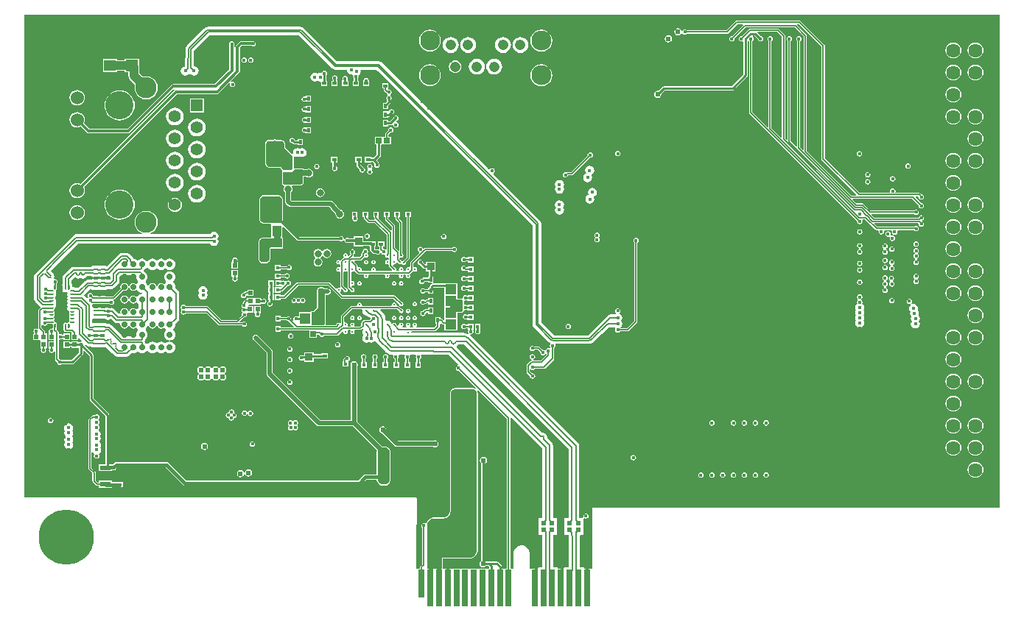
<source format=gbl>
G04*
G04 #@! TF.GenerationSoftware,Altium Limited,Altium Designer,24.4.1 (13)*
G04*
G04 Layer_Physical_Order=6*
G04 Layer_Color=16711680*
%FSLAX44Y44*%
%MOMM*%
G71*
G04*
G04 #@! TF.SameCoordinates,03FE6816-4A6D-4829-BFD7-AFDAA43F001A*
G04*
G04*
G04 #@! TF.FilePolarity,Positive*
G04*
G01*
G75*
%ADD11C,0.2540*%
%ADD16C,0.1524*%
%ADD17C,0.1270*%
%ADD24R,0.7112X4.1910*%
%ADD35R,0.5000X0.4000*%
%ADD41R,0.5500X0.5500*%
%ADD45C,0.1800*%
G04:AMPARAMS|DCode=46|XSize=0.2mm|YSize=0.5mm|CornerRadius=0.05mm|HoleSize=0mm|Usage=FLASHONLY|Rotation=180.000|XOffset=0mm|YOffset=0mm|HoleType=Round|Shape=RoundedRectangle|*
%AMROUNDEDRECTD46*
21,1,0.2000,0.4000,0,0,180.0*
21,1,0.1000,0.5000,0,0,180.0*
1,1,0.1000,-0.0500,0.2000*
1,1,0.1000,0.0500,0.2000*
1,1,0.1000,0.0500,-0.2000*
1,1,0.1000,-0.0500,-0.2000*
%
%ADD46ROUNDEDRECTD46*%
G04:AMPARAMS|DCode=47|XSize=0.5mm|YSize=0.2mm|CornerRadius=0.05mm|HoleSize=0mm|Usage=FLASHONLY|Rotation=180.000|XOffset=0mm|YOffset=0mm|HoleType=Round|Shape=RoundedRectangle|*
%AMROUNDEDRECTD47*
21,1,0.5000,0.1000,0,0,180.0*
21,1,0.4000,0.2000,0,0,180.0*
1,1,0.1000,-0.2000,0.0500*
1,1,0.1000,0.2000,0.0500*
1,1,0.1000,0.2000,-0.0500*
1,1,0.1000,-0.2000,-0.0500*
%
%ADD47ROUNDEDRECTD47*%
G04:AMPARAMS|DCode=48|XSize=0.565mm|YSize=0.2mm|CornerRadius=0.05mm|HoleSize=0mm|Usage=FLASHONLY|Rotation=0.000|XOffset=0mm|YOffset=0mm|HoleType=Round|Shape=RoundedRectangle|*
%AMROUNDEDRECTD48*
21,1,0.5650,0.1000,0,0,0.0*
21,1,0.4650,0.2000,0,0,0.0*
1,1,0.1000,0.2325,-0.0500*
1,1,0.1000,-0.2325,-0.0500*
1,1,0.1000,-0.2325,0.0500*
1,1,0.1000,0.2325,0.0500*
%
%ADD48ROUNDEDRECTD48*%
%ADD51R,0.7000X0.6500*%
%ADD64R,0.9051X0.9062*%
%ADD67R,0.4500X0.4500*%
%ADD68R,0.4000X0.5000*%
%ADD70R,0.4500X0.4500*%
%ADD73R,0.6500X0.6500*%
%ADD77R,0.9062X0.9051*%
%ADD80R,0.5200X0.5200*%
%ADD83R,0.6000X0.5500*%
G04:AMPARAMS|DCode=106|XSize=1.2mm|YSize=3.2mm|CornerRadius=0.048mm|HoleSize=0mm|Usage=FLASHONLY|Rotation=180.000|XOffset=0mm|YOffset=0mm|HoleType=Round|Shape=RoundedRectangle|*
%AMROUNDEDRECTD106*
21,1,1.2000,3.1040,0,0,180.0*
21,1,1.1040,3.2000,0,0,180.0*
1,1,0.0960,-0.5520,1.5520*
1,1,0.0960,0.5520,1.5520*
1,1,0.0960,0.5520,-1.5520*
1,1,0.0960,-0.5520,-1.5520*
%
%ADD106ROUNDEDRECTD106*%
G04:AMPARAMS|DCode=107|XSize=0.565mm|YSize=0.4mm|CornerRadius=0.05mm|HoleSize=0mm|Usage=FLASHONLY|Rotation=0.000|XOffset=0mm|YOffset=0mm|HoleType=Round|Shape=RoundedRectangle|*
%AMROUNDEDRECTD107*
21,1,0.5650,0.3000,0,0,0.0*
21,1,0.4650,0.4000,0,0,0.0*
1,1,0.1000,0.2325,-0.1500*
1,1,0.1000,-0.2325,-0.1500*
1,1,0.1000,-0.2325,0.1500*
1,1,0.1000,0.2325,0.1500*
%
%ADD107ROUNDEDRECTD107*%
G04:AMPARAMS|DCode=130|XSize=1.5mm|YSize=2.55mm|CornerRadius=0.75mm|HoleSize=0mm|Usage=FLASHONLY|Rotation=270.000|XOffset=0mm|YOffset=0mm|HoleType=Round|Shape=RoundedRectangle|*
%AMROUNDEDRECTD130*
21,1,1.5000,1.0500,0,0,270.0*
21,1,0.0000,2.5500,0,0,270.0*
1,1,1.5000,-0.5250,0.0000*
1,1,1.5000,-0.5250,0.0000*
1,1,1.5000,0.5250,0.0000*
1,1,1.5000,0.5250,0.0000*
%
%ADD130ROUNDEDRECTD130*%
%ADD140C,0.5000*%
%ADD141C,0.3810*%
%ADD142C,0.6350*%
%ADD143C,0.5080*%
%ADD144C,0.3048*%
%ADD145C,0.2032*%
%ADD146C,0.1778*%
%ADD147C,1.0160*%
%ADD151O,2.0000X0.9144*%
%ADD152C,1.2080*%
%ADD153C,2.3000*%
%ADD154C,6.3500*%
%ADD155C,0.7000*%
%ADD156C,1.6200*%
%ADD157C,1.5300*%
%ADD158C,1.3980*%
%ADD159O,1.4000X1.9500*%
%ADD160R,1.3980X1.3980*%
%ADD161C,2.4450*%
%ADD162C,3.2500*%
%ADD163C,2.7000*%
%ADD164C,0.4064*%
%ADD165C,0.5080*%
%ADD166C,0.6096*%
%ADD167C,0.8128*%
%ADD168C,0.3048*%
%ADD169C,2.0320*%
%ADD170R,0.7112X3.2004*%
%ADD171R,1.0582X1.3061*%
%ADD172R,1.2500X0.6000*%
%ADD173R,0.5500X0.5500*%
%ADD174R,1.3062X1.1544*%
%ADD175R,0.5500X0.6000*%
%ADD176R,0.5200X0.5200*%
%ADD177R,1.1544X1.3062*%
%ADD178R,0.5000X0.4500*%
%ADD179R,1.4621X1.3549*%
%ADD180R,1.4562X1.3046*%
%ADD181R,0.5400X0.5800*%
%ADD182C,0.7620*%
G36*
X1121000Y650000D02*
X1121000Y82500D01*
X653000Y82500D01*
Y12500D01*
X643118D01*
Y14097D01*
X637955D01*
Y49412D01*
X637924Y49568D01*
X637942Y49727D01*
X637902Y50218D01*
X638763Y51152D01*
X642262D01*
Y58952D01*
X642262Y69871D01*
Y69901D01*
Y69901D01*
X642262Y69965D01*
X642605Y70131D01*
X643532Y70578D01*
X644054Y70229D01*
X645244Y69992D01*
X646433Y70229D01*
X647441Y70903D01*
X648115Y71911D01*
X648351Y73100D01*
X648115Y74289D01*
X647441Y75298D01*
X646433Y75971D01*
X645244Y76208D01*
X644054Y75971D01*
X643046Y75298D01*
X642372Y74289D01*
X642136Y73100D01*
X642337Y72087D01*
X641992Y71416D01*
X641555Y70848D01*
X641498Y70848D01*
X641358Y70848D01*
X637684D01*
Y153970D01*
X637388Y155457D01*
X636546Y156717D01*
X513467Y279796D01*
X513466Y279814D01*
X513485Y279834D01*
X512312Y280734D01*
X512850Y281922D01*
X513000Y281892D01*
X514189Y282129D01*
X515197Y282803D01*
X515871Y283811D01*
X516108Y285000D01*
X515871Y286189D01*
X515688Y286464D01*
X516266Y287734D01*
X516266D01*
Y294266D01*
X509734D01*
Y292942D01*
X507368D01*
X507197Y293197D01*
X506189Y293871D01*
X505000Y294108D01*
X503811Y293871D01*
X502803Y293197D01*
X502129Y292189D01*
X501892Y291000D01*
X502129Y289811D01*
X502803Y288803D01*
X503811Y288129D01*
X505000Y287892D01*
X506189Y288129D01*
X507197Y288803D01*
X507368Y289058D01*
X509734D01*
Y287734D01*
X509734D01*
X510312Y286464D01*
X510129Y286189D01*
X509892Y285000D01*
X510129Y283811D01*
X510310Y283540D01*
X509468Y282514D01*
X507208Y283450D01*
X503560Y283931D01*
Y283885D01*
X444857D01*
X444674Y284244D01*
X445454Y285514D01*
X471586D01*
X471586Y285514D01*
X472379Y285672D01*
X473051Y286121D01*
X476465Y289535D01*
X476465Y289535D01*
X476914Y290207D01*
X477072Y291000D01*
Y293697D01*
X478016Y294484D01*
D01*
X479286Y294784D01*
X480146Y293924D01*
X480146Y293924D01*
X480818Y293475D01*
X481611Y293317D01*
X482453D01*
Y286694D01*
X497547D01*
Y300212D01*
Y306900D01*
X502398D01*
X502600Y306984D01*
X502819D01*
X503554Y307288D01*
X503708Y307443D01*
X503910Y307527D01*
X504473Y308090D01*
X504557Y308292D01*
X504711Y308446D01*
X505000Y309143D01*
X505023Y309189D01*
X505217Y309421D01*
X505635Y309779D01*
X506356Y310018D01*
X506370Y310018D01*
X507000Y309892D01*
X508189Y310129D01*
X508464Y310312D01*
X509734Y309734D01*
Y309734D01*
X516266D01*
Y316266D01*
X509734D01*
Y316266D01*
X508464Y315688D01*
X508189Y315871D01*
X507000Y316108D01*
X506370Y315982D01*
X505100Y316807D01*
Y320076D01*
X505297Y320368D01*
X505787Y320804D01*
X506204Y321051D01*
X507000Y320892D01*
X508189Y321129D01*
X508464Y321312D01*
X509734Y320734D01*
Y320734D01*
X516266D01*
Y327266D01*
X509734D01*
Y327266D01*
X508464Y326688D01*
X508189Y326871D01*
X507000Y327108D01*
X505811Y326871D01*
X504803Y326198D01*
X504129Y325189D01*
X503892Y324000D01*
X503904Y323941D01*
X502818Y323016D01*
X502793Y323016D01*
X502600Y323016D01*
X502398Y323100D01*
X502000Y323100D01*
X502000Y323100D01*
X497547Y323100D01*
Y326971D01*
Y340547D01*
X482453D01*
Y340331D01*
X470298D01*
X470016Y341484D01*
X470016Y341601D01*
Y348516D01*
X469331D01*
Y354453D01*
X472536D01*
Y365547D01*
X461453D01*
Y363639D01*
X460183Y363113D01*
X458061Y365235D01*
X457871Y366189D01*
X457197Y367197D01*
X456189Y367871D01*
X455000Y368108D01*
X453811Y367871D01*
X452803Y367197D01*
X452129Y366189D01*
X451892Y365000D01*
X452129Y363811D01*
X452803Y362803D01*
X453811Y362129D01*
X454765Y361939D01*
X458352Y358352D01*
X459108Y357847D01*
X460000Y357669D01*
X461453D01*
Y354453D01*
X464669D01*
Y348516D01*
X463984D01*
Y347331D01*
X459250D01*
X458358Y347153D01*
X457602Y346648D01*
X457051Y346097D01*
X457000Y346108D01*
X455811Y345871D01*
X454803Y345197D01*
X454129Y344189D01*
X453892Y343000D01*
X454129Y341811D01*
X454803Y340802D01*
X455811Y340129D01*
X457000Y339892D01*
X458189Y340129D01*
X459198Y340802D01*
X459871Y341811D01*
X459999Y342453D01*
X460215Y342669D01*
X463984D01*
Y341484D01*
X468506D01*
X468631Y340214D01*
X468326Y340153D01*
X467570Y339648D01*
X466082Y338160D01*
X465577Y337404D01*
X465399Y336512D01*
Y335516D01*
X463984D01*
Y333813D01*
X460454D01*
X460197Y334198D01*
X459189Y334871D01*
X458000Y335108D01*
X456811Y334871D01*
X455802Y334198D01*
X455129Y333189D01*
X454892Y332000D01*
X455129Y330811D01*
X455802Y329803D01*
X456811Y329129D01*
X458000Y328892D01*
X459189Y329129D01*
X460197Y329803D01*
X460454Y330187D01*
X463984D01*
Y328484D01*
X470016D01*
Y332505D01*
X470061Y332730D01*
Y335547D01*
X470183Y335669D01*
X482453D01*
Y326971D01*
Y313453D01*
Y299136D01*
X481280Y298650D01*
X480465Y299465D01*
X479793Y299914D01*
X479000Y300072D01*
X478016Y300826D01*
Y301516D01*
X471984D01*
Y294484D01*
X472928D01*
Y291858D01*
X470728Y289658D01*
X450554D01*
X450169Y290928D01*
X450529Y291169D01*
X451091Y292009D01*
X451288Y293000D01*
X451091Y293991D01*
X450529Y294831D01*
X449689Y295393D01*
X448698Y295590D01*
X447707Y295393D01*
X446867Y294831D01*
X446305Y293991D01*
X446108Y293000D01*
X446305Y292009D01*
X446867Y291169D01*
X447227Y290928D01*
X446842Y289658D01*
X442856D01*
X442471Y290928D01*
X442831Y291169D01*
X443393Y292009D01*
X443590Y293000D01*
X443393Y293991D01*
X442831Y294831D01*
X441991Y295393D01*
X441000Y295590D01*
X440009Y295393D01*
X439169Y294831D01*
X438607Y293991D01*
X438410Y293000D01*
X438607Y292009D01*
X439169Y291169D01*
X439529Y290928D01*
X439144Y289658D01*
X434856D01*
X434471Y290928D01*
X434831Y291169D01*
X435393Y292009D01*
X435590Y293000D01*
X435393Y293991D01*
X434831Y294831D01*
X433991Y295393D01*
X433000Y295590D01*
X432009Y295393D01*
X431169Y294831D01*
X430607Y293991D01*
X430410Y293000D01*
X429344Y291884D01*
X429087Y291842D01*
X427505Y293425D01*
X427393Y293991D01*
X426831Y294831D01*
X425991Y295393D01*
X425000Y295590D01*
X424009Y295393D01*
X423169Y294831D01*
X422884Y294405D01*
X422606Y294334D01*
X421307Y294784D01*
X420296Y296296D01*
X418784Y297307D01*
X417000Y297661D01*
X416127Y297488D01*
X414857Y298478D01*
Y299851D01*
X414868D01*
X414527Y302437D01*
X413529Y304846D01*
X411964Y306887D01*
X411964Y306887D01*
X411963Y306887D01*
X411064Y307777D01*
X408828Y310014D01*
X409314Y311187D01*
X428249D01*
X430415Y309022D01*
X430410Y309000D01*
X430607Y308009D01*
X431169Y307169D01*
X432009Y306607D01*
X433000Y306410D01*
X433991Y306607D01*
X434831Y307169D01*
X435393Y308009D01*
X435590Y309000D01*
X435393Y309991D01*
X434831Y310831D01*
X433991Y311393D01*
X433000Y311590D01*
X432978Y311585D01*
X430282Y314282D01*
X429694Y314675D01*
X429000Y314813D01*
X428427D01*
X427533Y316083D01*
X427590Y316368D01*
X427393Y317359D01*
X426831Y318199D01*
X425991Y318761D01*
X425000Y318958D01*
X424009Y318761D01*
X423169Y318199D01*
X422607Y317359D01*
X422410Y316368D01*
X422467Y316083D01*
X421573Y314813D01*
X388427D01*
X387533Y316083D01*
X387590Y316368D01*
X387393Y317359D01*
X386831Y318199D01*
X385991Y318761D01*
X385000Y318958D01*
X384009Y318761D01*
X383169Y318199D01*
X382607Y317359D01*
X382410Y316368D01*
X382467Y316083D01*
X381573Y314813D01*
X376000D01*
X375306Y314675D01*
X374718Y314282D01*
X364416Y303980D01*
X364023Y303392D01*
X363885Y302698D01*
Y295538D01*
X363411Y295220D01*
X362615Y294976D01*
X361991Y295393D01*
X361000Y295590D01*
X360009Y295393D01*
X359169Y294831D01*
X358607Y293991D01*
X358410Y293000D01*
X357421Y292353D01*
X346584D01*
X346539Y292379D01*
X346415Y292487D01*
X345826Y293623D01*
X346016Y294082D01*
Y294301D01*
X346100Y294503D01*
Y295000D01*
X346100Y295000D01*
X346100Y327374D01*
X348500D01*
X349888Y327650D01*
X351064Y328436D01*
X351850Y329613D01*
X352126Y331000D01*
X351850Y332388D01*
X351064Y333564D01*
X349888Y334350D01*
X348500Y334626D01*
X345425D01*
X345397Y334694D01*
X344694Y335397D01*
X344492Y335481D01*
X344337Y335635D01*
X344067Y335747D01*
X343973D01*
X343897Y335802D01*
X342752Y336071D01*
X342622Y336049D01*
X342500Y336100D01*
X342500D01*
X342500Y336100D01*
X340000Y336100D01*
X339503Y336100D01*
X339301Y336016D01*
X339082D01*
X338163Y335635D01*
X338008Y335481D01*
X337806Y335397D01*
X337103Y334694D01*
X337029Y334516D01*
X336984D01*
Y334456D01*
X336865Y334337D01*
X336484Y333418D01*
Y333199D01*
X336400Y332997D01*
X336400Y332500D01*
Y331131D01*
X336374Y331000D01*
X336400Y330869D01*
Y312955D01*
X332044Y308600D01*
X330000D01*
X329222Y308278D01*
X328920Y307547D01*
X315453D01*
Y302331D01*
X313998D01*
X313189Y302871D01*
X312000Y303108D01*
X310811Y302871D01*
X309802Y302197D01*
X309129Y301189D01*
X308892Y300000D01*
X309129Y298811D01*
X309289Y298570D01*
X308303Y297761D01*
X306518Y299546D01*
X306608Y300000D01*
X306371Y301189D01*
X305697Y302197D01*
X304689Y302871D01*
X303500Y303108D01*
X302311Y302871D01*
X301303Y302197D01*
X301045Y301813D01*
X294766D01*
Y303266D01*
X288234D01*
Y296734D01*
X294766D01*
Y298187D01*
X301045D01*
X301303Y297803D01*
X302311Y297129D01*
X303500Y296892D01*
X303954Y296983D01*
X309950Y290986D01*
X309464Y289813D01*
X294766D01*
Y291266D01*
X288234D01*
Y284734D01*
X294766D01*
Y286187D01*
X327734D01*
Y277734D01*
X336266D01*
Y281790D01*
X338842D01*
X339014Y280926D01*
X339687Y279918D01*
X340696Y279244D01*
X341885Y279007D01*
X343074Y279244D01*
X344082Y279918D01*
X344339Y280302D01*
X359115D01*
X359809Y280440D01*
X360397Y280833D01*
X365252Y285689D01*
X366423Y285063D01*
X366410Y285000D01*
X366607Y284009D01*
X367169Y283169D01*
X368009Y282607D01*
X369000Y282410D01*
X369991Y282607D01*
X370831Y283169D01*
X371393Y284009D01*
X371590Y285000D01*
X371407Y285917D01*
X371406Y286013D01*
X372121Y287187D01*
X373879D01*
X374594Y286013D01*
X374593Y285917D01*
X374410Y285000D01*
X374607Y284009D01*
X375169Y283169D01*
X376009Y282607D01*
X377000Y282410D01*
X377991Y282607D01*
X378831Y283169D01*
X379393Y284009D01*
X379590Y285000D01*
X379407Y285917D01*
X379406Y286013D01*
X380121Y287187D01*
X386000D01*
X386694Y287325D01*
X387282Y287718D01*
X388537Y288973D01*
X388631Y288944D01*
X389302Y287696D01*
X388693Y286784D01*
X388338Y285000D01*
X388693Y283216D01*
X389334Y282257D01*
X389784Y281031D01*
X389324Y280343D01*
X388661Y279350D01*
X388266Y277368D01*
X388661Y275386D01*
X389784Y273706D01*
X391464Y272583D01*
X393446Y272188D01*
X395428Y272583D01*
X396113Y273040D01*
X396798Y272583D01*
X398780Y272188D01*
X400762Y272583D01*
X402443Y273706D01*
X402609Y273955D01*
X403974Y273711D01*
X405409Y271841D01*
X405409D01*
X406308Y270950D01*
X414967Y262291D01*
X415861Y261393D01*
X415861Y261393D01*
X415861Y261393D01*
X417818Y259892D01*
X420129Y258934D01*
X421401Y258767D01*
X421401Y258767D01*
X421970Y258692D01*
X422609Y258608D01*
X422609D01*
X423577Y258318D01*
X424129Y257189D01*
X423892Y256000D01*
X424129Y254811D01*
X424803Y253803D01*
X425558Y253298D01*
Y249766D01*
X424234D01*
Y243234D01*
X430766D01*
Y249766D01*
X429442D01*
Y254169D01*
X429871Y254811D01*
X430108Y256000D01*
X429871Y257189D01*
X429767Y257345D01*
X430446Y258615D01*
X436554D01*
X437233Y257345D01*
X437129Y257189D01*
X436892Y256000D01*
X437129Y254811D01*
X437803Y253803D01*
X438058Y253632D01*
Y249766D01*
X436734D01*
Y243234D01*
X443266D01*
Y249766D01*
X441942D01*
Y253632D01*
X442197Y253803D01*
X442871Y254811D01*
X443108Y256000D01*
X442871Y257189D01*
X442767Y257345D01*
X443446Y258615D01*
X449554D01*
X450233Y257345D01*
X450129Y257189D01*
X449892Y256000D01*
X450129Y254811D01*
X450558Y254169D01*
Y249766D01*
X449234D01*
Y243234D01*
X455766D01*
Y249766D01*
X454442D01*
Y253298D01*
X455197Y253803D01*
X455871Y254811D01*
X456108Y256000D01*
X455871Y257189D01*
X455767Y257345D01*
X456446Y258615D01*
X469705D01*
X470298Y258497D01*
X487400D01*
X498579Y247319D01*
X498161Y245941D01*
X497811Y245871D01*
X496802Y245198D01*
X496129Y244189D01*
X495892Y243000D01*
X496129Y241811D01*
X496802Y240802D01*
X497811Y240129D01*
X499000Y239892D01*
X499301Y239952D01*
X519041Y220213D01*
X518956Y220063D01*
X518253Y219255D01*
X516415Y220016D01*
X516197D01*
X515994Y220100D01*
X515000Y220100D01*
X495000Y220100D01*
X495000Y220100D01*
X494005Y220100D01*
X493803Y220016D01*
X493585D01*
X491747Y219255D01*
X491592Y219100D01*
X491390Y219016D01*
X489984Y217610D01*
X489900Y217408D01*
X489745Y217253D01*
X488984Y215415D01*
Y215197D01*
X488900Y214995D01*
Y214000D01*
Y79029D01*
X488862Y78253D01*
X488555Y76708D01*
X487963Y75278D01*
X487103Y73991D01*
X486008Y72897D01*
X484722Y72037D01*
X483292Y71445D01*
X481747Y71138D01*
X480973Y71100D01*
X470000D01*
X470000Y71100D01*
X469311Y71100D01*
X469207Y71056D01*
X469096Y71078D01*
X467744Y70809D01*
X467650Y70747D01*
X467537D01*
X466263Y70219D01*
X466184Y70140D01*
X466073Y70118D01*
X464927Y69352D01*
X464864Y69258D01*
X464760Y69215D01*
X463785Y68240D01*
X463742Y68136D01*
X463648Y68073D01*
X462882Y66927D01*
X462860Y66816D01*
X462781Y66736D01*
X462253Y65463D01*
Y65350D01*
X462190Y65256D01*
X462136Y64982D01*
X462031Y64894D01*
X460745Y64500D01*
X460189Y64871D01*
X459000Y65108D01*
X457811Y64871D01*
X456802Y64198D01*
X456129Y63189D01*
X455892Y62000D01*
X456129Y60811D01*
X456802Y59802D01*
X456928Y59718D01*
Y17696D01*
X455049Y15817D01*
X454600Y15145D01*
X454442Y14352D01*
X454442Y14352D01*
Y12500D01*
X450000D01*
Y62646D01*
X450209D01*
X450986Y62969D01*
X451281Y63264D01*
X451604Y64041D01*
Y92600D01*
X451520Y92802D01*
Y93021D01*
X451443Y93206D01*
X451288Y93361D01*
X451205Y93563D01*
X451063Y93705D01*
X450861Y93788D01*
X450706Y93943D01*
X450521Y94020D01*
X450302D01*
X450100Y94103D01*
X0D01*
Y650000D01*
X1121000Y650000D01*
D02*
G37*
G36*
X502000Y322000D02*
X502000Y322000D01*
X502398Y322000D01*
X503133Y321695D01*
X503695Y321133D01*
X504000Y320398D01*
X504000Y320000D01*
X504000Y313542D01*
X503892Y313000D01*
X504000Y312458D01*
Y310000D01*
X504000Y310000D01*
Y309602D01*
X503695Y308867D01*
X503133Y308305D01*
X502398Y308000D01*
X489000D01*
Y322000D01*
X502000Y322000D01*
D02*
G37*
G36*
X340000Y335000D02*
X342500Y335000D01*
X342500Y335000D01*
X342500Y335000D01*
X342500D01*
X343646Y334731D01*
X343916Y334619D01*
X344619Y333916D01*
X345000Y332997D01*
X345000Y332500D01*
X345000Y295000D01*
X345000Y295000D01*
Y294503D01*
X344619Y293584D01*
X343916Y292881D01*
X342997Y292500D01*
X330000D01*
Y307500D01*
X332500D01*
X337500Y312500D01*
Y332500D01*
X337500Y332997D01*
X337881Y333916D01*
X338584Y334619D01*
X339503Y335000D01*
X340000Y335000D01*
D02*
G37*
G36*
X388521Y309917D02*
X388338Y309000D01*
X388693Y307216D01*
X389704Y305704D01*
X391216Y304693D01*
X391944Y304548D01*
X392858Y303678D01*
X392858Y303678D01*
X394516Y302571D01*
X394522Y302584D01*
X397348Y301365D01*
X397408Y301352D01*
X397460Y301319D01*
X397741Y301208D01*
X397857Y300378D01*
X397825Y299881D01*
X396757Y298813D01*
X391000D01*
X390306Y298675D01*
X389718Y298282D01*
X387718Y296282D01*
X387325Y295694D01*
X387187Y295000D01*
Y292751D01*
X385249Y290813D01*
X380121D01*
X379406Y291986D01*
X379407Y292083D01*
X379590Y293000D01*
X379393Y293991D01*
X378831Y294831D01*
X377991Y295393D01*
X377000Y295590D01*
X376009Y295393D01*
X375169Y294831D01*
X374607Y293991D01*
X374410Y293000D01*
X374593Y292083D01*
X374594Y291986D01*
X373879Y290813D01*
X372121D01*
X371406Y291986D01*
X371407Y292083D01*
X371590Y293000D01*
X371393Y293991D01*
X370831Y294831D01*
X369991Y295393D01*
X369000Y295590D01*
X368781Y295546D01*
X367511Y296471D01*
Y301947D01*
X376751Y311187D01*
X387552D01*
X388521Y309917D01*
D02*
G37*
G36*
X515000Y219000D02*
X515994Y219000D01*
X517832Y218239D01*
X519239Y216832D01*
X519921Y215184D01*
X520000Y214004D01*
Y214000D01*
X520000Y214000D01*
X520000Y214000D01*
X520000Y34000D01*
Y33114D01*
X519654Y31375D01*
X518976Y29737D01*
X517991Y28263D01*
X516737Y27009D01*
X515263Y26024D01*
X513625Y25346D01*
X511886Y25000D01*
X511000D01*
Y25000D01*
X480000Y25000D01*
Y12500D01*
X463000D01*
Y49500D01*
Y50594D01*
X463000Y50594D01*
Y63689D01*
X463269Y65042D01*
X463797Y66316D01*
X464563Y67462D01*
X465538Y68437D01*
X466684Y69203D01*
X467958Y69731D01*
X469311Y70000D01*
X470000Y70000D01*
X470000Y70000D01*
X481000D01*
X481882Y70043D01*
X483613Y70388D01*
X485243Y71063D01*
X486710Y72043D01*
X487957Y73291D01*
X488937Y74757D01*
X489612Y76387D01*
X489957Y78118D01*
X490000Y79000D01*
X490000Y79000D01*
Y214000D01*
Y214995D01*
X490761Y216832D01*
X492168Y218239D01*
X494005Y219000D01*
X495000Y219000D01*
X495000Y219000D01*
X515000Y219000D01*
D02*
G37*
G36*
X625343Y150467D02*
Y70848D01*
X620766D01*
Y58952D01*
Y51152D01*
X625444D01*
X625629Y48883D01*
Y14097D01*
X619910D01*
Y12500D01*
X613118D01*
Y14097D01*
X607670D01*
Y36268D01*
X607677Y36303D01*
Y51152D01*
X612262D01*
Y58952D01*
Y70848D01*
X607684D01*
Y154058D01*
X607388Y155544D01*
X606547Y156804D01*
X600633Y162718D01*
X600874Y163930D01*
X600509Y165763D01*
X600135Y166323D01*
X599470Y167318D01*
X599470Y167318D01*
X597916Y168356D01*
X596083Y168721D01*
X594871Y168480D01*
X496501Y266850D01*
X496626Y268114D01*
X497114Y268440D01*
X498349Y270288D01*
X498364Y270362D01*
X505448D01*
X625343Y150467D01*
D02*
G37*
G36*
X595343Y150555D02*
Y70848D01*
X590766D01*
Y58952D01*
Y51152D01*
X595350D01*
Y38218D01*
X595343Y38184D01*
Y14097D01*
X589910D01*
Y12500D01*
X581000D01*
Y29500D01*
X580919Y30740D01*
X580277Y33135D01*
X579037Y35283D01*
X577283Y37037D01*
X575135Y38277D01*
X572740Y38919D01*
X570260D01*
X567864Y38277D01*
X565717Y37037D01*
X563963Y35283D01*
X562723Y33135D01*
X562081Y30740D01*
X562000Y29500D01*
Y12500D01*
X558456D01*
Y185486D01*
X558456Y185486D01*
X558417Y185685D01*
X559587Y186310D01*
X595343Y150555D01*
D02*
G37*
G36*
X554572Y184681D02*
Y12500D01*
X548845D01*
Y14486D01*
X548667Y15378D01*
X548162Y16134D01*
X544648Y19648D01*
X543892Y20153D01*
X543000Y20331D01*
X530330D01*
X529930Y20930D01*
X529331Y21330D01*
Y132957D01*
X530614Y133814D01*
X531512Y135158D01*
X531827Y136744D01*
X531512Y138329D01*
X530614Y139674D01*
X529269Y140572D01*
X527684Y140887D01*
X526098Y140572D01*
X524754Y139674D01*
X523855Y138329D01*
X523540Y136744D01*
X523855Y135158D01*
X524672Y133935D01*
Y133562D01*
X524669Y133546D01*
Y21330D01*
X524070Y20930D01*
X523172Y19586D01*
X522856Y18000D01*
X523172Y16414D01*
X524070Y15070D01*
X525414Y14172D01*
X527000Y13856D01*
X528586Y14172D01*
X529930Y15070D01*
X530330Y15669D01*
X533035D01*
X534183Y14520D01*
Y12500D01*
X481100D01*
Y23900D01*
X511000Y23900D01*
X511000Y23900D01*
X511886D01*
X511991Y23943D01*
X512101Y23921D01*
X513840Y24267D01*
X513933Y24330D01*
X514046D01*
X515684Y25008D01*
X515764Y25088D01*
X515874Y25110D01*
X517348Y26095D01*
X517411Y26188D01*
X517515Y26232D01*
X518768Y27485D01*
X518811Y27589D01*
X518905Y27652D01*
X519890Y29126D01*
X519912Y29236D01*
X519992Y29316D01*
X520670Y30954D01*
Y31067D01*
X520733Y31160D01*
X521079Y32899D01*
X521057Y33010D01*
X521100Y33114D01*
Y34000D01*
X521100Y214000D01*
X521100Y214000D01*
Y214004D01*
X521085Y214039D01*
X521097Y214076D01*
X521018Y215257D01*
X520937Y215422D01*
Y215605D01*
X520255Y217253D01*
X521063Y217956D01*
X521213Y218041D01*
X554572Y184681D01*
D02*
G37*
%LPC*%
G36*
X740000Y626144D02*
X738414Y625828D01*
X737070Y624930D01*
X736172Y623586D01*
X735856Y622000D01*
X736172Y620414D01*
X737070Y619070D01*
X738414Y618172D01*
X740000Y617856D01*
X741586Y618172D01*
X742930Y619070D01*
X743828Y620414D01*
X744144Y622000D01*
X743828Y623586D01*
X742930Y624930D01*
X741586Y625828D01*
X740000Y626144D01*
D02*
G37*
G36*
X594000Y632624D02*
X590733Y632194D01*
X587688Y630933D01*
X585074Y628927D01*
X583067Y626312D01*
X581806Y623267D01*
X581376Y620000D01*
X581806Y616733D01*
X583067Y613688D01*
X585074Y611073D01*
X587688Y609067D01*
X590733Y607806D01*
X594000Y607376D01*
X597267Y607806D01*
X600312Y609067D01*
X602926Y611073D01*
X604933Y613688D01*
X606194Y616733D01*
X606624Y620000D01*
X606194Y623267D01*
X604933Y626312D01*
X602926Y628927D01*
X600312Y630933D01*
X597267Y632194D01*
X594000Y632624D01*
D02*
G37*
G36*
X466000D02*
X462733Y632194D01*
X459688Y630933D01*
X457074Y628927D01*
X455067Y626312D01*
X453806Y623267D01*
X453376Y620000D01*
X453806Y616733D01*
X455067Y613688D01*
X457074Y611073D01*
X459688Y609067D01*
X462733Y607806D01*
X466000Y607376D01*
X469267Y607806D01*
X472312Y609067D01*
X474926Y611073D01*
X476933Y613688D01*
X478194Y616733D01*
X478624Y620000D01*
X478194Y623267D01*
X476933Y626312D01*
X474926Y628927D01*
X472312Y630933D01*
X469267Y632194D01*
X466000Y632624D01*
D02*
G37*
G36*
X570000Y624166D02*
X567628Y623854D01*
X565417Y622938D01*
X563518Y621482D01*
X562062Y619583D01*
X561146Y617372D01*
X560834Y615000D01*
X561146Y612628D01*
X562062Y610417D01*
X563518Y608518D01*
X565417Y607062D01*
X567628Y606146D01*
X570000Y605834D01*
X572372Y606146D01*
X574583Y607062D01*
X576482Y608518D01*
X577938Y610417D01*
X578854Y612628D01*
X579166Y615000D01*
X578854Y617372D01*
X577938Y619583D01*
X576482Y621482D01*
X574583Y622938D01*
X572372Y623854D01*
X570000Y624166D01*
D02*
G37*
G36*
X550000D02*
X547628Y623854D01*
X545417Y622938D01*
X543518Y621482D01*
X542062Y619583D01*
X541146Y617372D01*
X540834Y615000D01*
X541146Y612628D01*
X542062Y610417D01*
X543518Y608518D01*
X545417Y607062D01*
X547628Y606146D01*
X550000Y605834D01*
X552373Y606146D01*
X554583Y607062D01*
X556482Y608518D01*
X557938Y610417D01*
X558854Y612628D01*
X559166Y615000D01*
X558854Y617372D01*
X557938Y619583D01*
X556482Y621482D01*
X554583Y622938D01*
X552373Y623854D01*
X550000Y624166D01*
D02*
G37*
G36*
X510000D02*
X507628Y623854D01*
X505417Y622938D01*
X503518Y621482D01*
X502062Y619583D01*
X501146Y617372D01*
X500834Y615000D01*
X501146Y612628D01*
X502062Y610417D01*
X503518Y608518D01*
X505417Y607062D01*
X507628Y606146D01*
X510000Y605834D01*
X512372Y606146D01*
X514583Y607062D01*
X516482Y608518D01*
X517938Y610417D01*
X518854Y612628D01*
X519166Y615000D01*
X518854Y617372D01*
X517938Y619583D01*
X516482Y621482D01*
X514583Y622938D01*
X512372Y623854D01*
X510000Y624166D01*
D02*
G37*
G36*
X490000D02*
X487628Y623854D01*
X485417Y622938D01*
X483518Y621482D01*
X482062Y619583D01*
X481146Y617372D01*
X480834Y615000D01*
X481146Y612628D01*
X482062Y610417D01*
X483518Y608518D01*
X485417Y607062D01*
X487628Y606146D01*
X490000Y605834D01*
X492372Y606146D01*
X494583Y607062D01*
X496482Y608518D01*
X497938Y610417D01*
X498854Y612628D01*
X499166Y615000D01*
X498854Y617372D01*
X497938Y619583D01*
X496482Y621482D01*
X494583Y622938D01*
X492372Y623854D01*
X490000Y624166D01*
D02*
G37*
G36*
X1093000Y617795D02*
X1090620Y617481D01*
X1088403Y616563D01*
X1086498Y615102D01*
X1085037Y613197D01*
X1084119Y610980D01*
X1083805Y608600D01*
X1084119Y606220D01*
X1085037Y604003D01*
X1086498Y602098D01*
X1088403Y600637D01*
X1090620Y599719D01*
X1093000Y599405D01*
X1095380Y599719D01*
X1097597Y600637D01*
X1099502Y602098D01*
X1100963Y604003D01*
X1101881Y606220D01*
X1102195Y608600D01*
X1101881Y610980D01*
X1100963Y613197D01*
X1099502Y615102D01*
X1097597Y616563D01*
X1095380Y617481D01*
X1093000Y617795D01*
D02*
G37*
G36*
X1067600D02*
X1065220Y617481D01*
X1063003Y616563D01*
X1061098Y615102D01*
X1059637Y613197D01*
X1058719Y610980D01*
X1058405Y608600D01*
X1058719Y606220D01*
X1059637Y604003D01*
X1061098Y602098D01*
X1063003Y600637D01*
X1065220Y599719D01*
X1067600Y599405D01*
X1069980Y599719D01*
X1072197Y600637D01*
X1074102Y602098D01*
X1075563Y604003D01*
X1076481Y606220D01*
X1076795Y608600D01*
X1076481Y610980D01*
X1075563Y613197D01*
X1074102Y615102D01*
X1072197Y616563D01*
X1069980Y617481D01*
X1067600Y617795D01*
D02*
G37*
G36*
X131827Y599034D02*
X115173D01*
Y597459D01*
X106797D01*
Y598731D01*
X90203D01*
Y583653D01*
X106797D01*
Y585028D01*
X115173D01*
Y583453D01*
X119515D01*
Y579869D01*
X119988Y577491D01*
X121336Y575474D01*
X127291Y569519D01*
X127100Y569057D01*
X126645Y565600D01*
X127100Y562143D01*
X128434Y558922D01*
X130556Y556156D01*
X133322Y554034D01*
X136543Y552700D01*
X140000Y552245D01*
X143457Y552700D01*
X146678Y554034D01*
X149444Y556156D01*
X151566Y558922D01*
X152900Y562143D01*
X153355Y565600D01*
X152900Y569057D01*
X151566Y572278D01*
X149444Y575044D01*
X146678Y577166D01*
X143457Y578500D01*
X140000Y578955D01*
X136543Y578500D01*
X136081Y578309D01*
X131946Y582444D01*
Y589549D01*
X131827Y590149D01*
Y599034D01*
D02*
G37*
G36*
X260000Y600608D02*
X258811Y600371D01*
X257803Y599697D01*
X257129Y598689D01*
X256892Y597500D01*
X257129Y596311D01*
X257803Y595303D01*
X258811Y594629D01*
X260000Y594392D01*
X261189Y594629D01*
X262197Y595303D01*
X262871Y596311D01*
X263108Y597500D01*
X262871Y598689D01*
X262197Y599697D01*
X261189Y600371D01*
X260000Y600608D01*
D02*
G37*
G36*
X252500D02*
X251311Y600371D01*
X250303Y599697D01*
X249629Y598689D01*
X249392Y597500D01*
X249629Y596311D01*
X250303Y595303D01*
X251311Y594629D01*
X252500Y594392D01*
X253689Y594629D01*
X254697Y595303D01*
X255371Y596311D01*
X255608Y597500D01*
X255371Y598689D01*
X254697Y599697D01*
X253689Y600371D01*
X252500Y600608D01*
D02*
G37*
G36*
X263000Y619608D02*
X261811Y619371D01*
X261390Y619090D01*
X249000D01*
X248009Y618893D01*
X247169Y618331D01*
X243169Y614331D01*
X242607Y613491D01*
X242410Y612500D01*
Y586797D01*
X242110Y586612D01*
X240840Y587322D01*
Y614640D01*
X241121Y615061D01*
X241358Y616250D01*
X241121Y617439D01*
X240448Y618447D01*
X239439Y619121D01*
X238250Y619358D01*
X237061Y619121D01*
X236052Y618447D01*
X235379Y617439D01*
X235142Y616250D01*
X235379Y615061D01*
X235660Y614640D01*
Y586823D01*
X218677Y569840D01*
X170750D01*
X169759Y569643D01*
X168919Y569081D01*
X118427Y518590D01*
X74573D01*
X68205Y524957D01*
X68943Y526738D01*
X69241Y529000D01*
X68943Y531262D01*
X68070Y533370D01*
X66681Y535181D01*
X64870Y536570D01*
X62762Y537443D01*
X60500Y537741D01*
X58238Y537443D01*
X56130Y536570D01*
X54319Y535181D01*
X52930Y533370D01*
X52057Y531262D01*
X51759Y529000D01*
X52057Y526738D01*
X52930Y524630D01*
X54319Y522819D01*
X56130Y521430D01*
X58238Y520557D01*
X60500Y520259D01*
X62762Y520557D01*
X64543Y521295D01*
X71669Y514169D01*
X72509Y513607D01*
X73500Y513410D01*
X119500D01*
X120491Y513607D01*
X121331Y514169D01*
X171483Y564321D01*
X172056Y564232D01*
X172324Y563684D01*
X172427Y562890D01*
X64543Y455005D01*
X62762Y455743D01*
X60500Y456041D01*
X58238Y455743D01*
X56130Y454870D01*
X54319Y453481D01*
X52930Y451670D01*
X52057Y449562D01*
X51759Y447300D01*
X52057Y445038D01*
X52930Y442930D01*
X54319Y441119D01*
X56130Y439730D01*
X58238Y438857D01*
X60500Y438559D01*
X62762Y438857D01*
X64870Y439730D01*
X66681Y441119D01*
X68070Y442930D01*
X68943Y445038D01*
X69241Y447300D01*
X68943Y449562D01*
X68205Y451343D01*
X175523Y558660D01*
X221381D01*
X222372Y558857D01*
X223212Y559419D01*
X235595Y571801D01*
X236581Y570992D01*
X236379Y570689D01*
X236142Y569500D01*
X236379Y568311D01*
X237052Y567303D01*
X238061Y566629D01*
X239250Y566392D01*
X240439Y566629D01*
X241448Y567303D01*
X242121Y568311D01*
X242358Y569500D01*
X242121Y570689D01*
X241448Y571698D01*
X240439Y572371D01*
X239250Y572608D01*
X238061Y572371D01*
X237758Y572169D01*
X236949Y573156D01*
X246831Y583038D01*
X247393Y583878D01*
X247590Y584869D01*
Y611427D01*
X250073Y613910D01*
X261390D01*
X261811Y613629D01*
X263000Y613392D01*
X264189Y613629D01*
X265198Y614302D01*
X265871Y615311D01*
X266108Y616500D01*
X265871Y617689D01*
X265198Y618698D01*
X264189Y619371D01*
X263000Y619608D01*
D02*
G37*
G36*
X495000Y597117D02*
X493158Y596874D01*
X491442Y596163D01*
X489968Y595032D01*
X488837Y593558D01*
X488126Y591842D01*
X487883Y590000D01*
X488126Y588158D01*
X488837Y586441D01*
X489968Y584968D01*
X491442Y583837D01*
X493158Y583126D01*
X495000Y582883D01*
X496842Y583126D01*
X498558Y583837D01*
X500032Y584968D01*
X501163Y586441D01*
X501874Y588158D01*
X502117Y590000D01*
X501874Y591842D01*
X501163Y593558D01*
X500032Y595032D01*
X498558Y596163D01*
X496842Y596874D01*
X495000Y597117D01*
D02*
G37*
G36*
X344922Y585286D02*
X343733Y585050D01*
X342725Y584376D01*
X342051Y583368D01*
X341269Y582845D01*
X339945Y583109D01*
X337963Y582715D01*
X336788Y581930D01*
X335614Y582715D01*
X333632Y583109D01*
X331650Y582715D01*
X329969Y581592D01*
X328847Y579911D01*
X328452Y577929D01*
X328847Y575947D01*
X329969Y574267D01*
X331650Y573144D01*
X333632Y572750D01*
X335614Y573144D01*
X336788Y573929D01*
X337963Y573144D01*
X339945Y572750D01*
X340002Y572761D01*
X340984Y571955D01*
Y567734D01*
X348016D01*
Y573766D01*
X347253D01*
Y580180D01*
X347793Y580989D01*
X348030Y582178D01*
X347793Y583368D01*
X347120Y584376D01*
X346112Y585050D01*
X344922Y585286D01*
D02*
G37*
G36*
X540000Y599166D02*
X537628Y598854D01*
X535417Y597938D01*
X533518Y596482D01*
X532062Y594583D01*
X531146Y592372D01*
X530834Y590000D01*
X531146Y587628D01*
X532062Y585417D01*
X533518Y583518D01*
X535417Y582062D01*
X537628Y581146D01*
X540000Y580834D01*
X542372Y581146D01*
X544583Y582062D01*
X546482Y583518D01*
X547938Y585417D01*
X548854Y587628D01*
X549166Y590000D01*
X548854Y592372D01*
X547938Y594583D01*
X546482Y596482D01*
X544583Y597938D01*
X542372Y598854D01*
X540000Y599166D01*
D02*
G37*
G36*
X520000D02*
X517628Y598854D01*
X515417Y597938D01*
X513518Y596482D01*
X512062Y594583D01*
X511146Y592372D01*
X510834Y590000D01*
X511146Y587628D01*
X512062Y585417D01*
X513518Y583518D01*
X515417Y582062D01*
X517628Y581146D01*
X520000Y580834D01*
X522372Y581146D01*
X524583Y582062D01*
X526482Y583518D01*
X527938Y585417D01*
X528854Y587628D01*
X529166Y590000D01*
X528854Y592372D01*
X527938Y594583D01*
X526482Y596482D01*
X524583Y597938D01*
X522372Y598854D01*
X520000Y599166D01*
D02*
G37*
G36*
X1093000Y592395D02*
X1090620Y592081D01*
X1088403Y591163D01*
X1086498Y589702D01*
X1085037Y587797D01*
X1084119Y585580D01*
X1083805Y583200D01*
X1084119Y580820D01*
X1085037Y578603D01*
X1086498Y576698D01*
X1088403Y575237D01*
X1090620Y574319D01*
X1093000Y574005D01*
X1095380Y574319D01*
X1097597Y575237D01*
X1099502Y576698D01*
X1100963Y578603D01*
X1101881Y580820D01*
X1102195Y583200D01*
X1101881Y585580D01*
X1100963Y587797D01*
X1099502Y589702D01*
X1097597Y591163D01*
X1095380Y592081D01*
X1093000Y592395D01*
D02*
G37*
G36*
X1067600D02*
X1065220Y592081D01*
X1063003Y591163D01*
X1061098Y589702D01*
X1059637Y587797D01*
X1058719Y585580D01*
X1058405Y583200D01*
X1058719Y580820D01*
X1059637Y578603D01*
X1061098Y576698D01*
X1063003Y575237D01*
X1065220Y574319D01*
X1067600Y574005D01*
X1069980Y574319D01*
X1072197Y575237D01*
X1074102Y576698D01*
X1075563Y578603D01*
X1076481Y580820D01*
X1076795Y583200D01*
X1076481Y585580D01*
X1075563Y587797D01*
X1074102Y589702D01*
X1072197Y591163D01*
X1069980Y592081D01*
X1067600Y592395D01*
D02*
G37*
G36*
X392763Y577059D02*
X391574Y576822D01*
X390566Y576148D01*
X389892Y575140D01*
X389656Y573951D01*
X389504Y573766D01*
X389234D01*
Y567734D01*
X396266D01*
Y573766D01*
X396023D01*
X395871Y573951D01*
X395634Y575140D01*
X394961Y576148D01*
X393953Y576822D01*
X392763Y577059D01*
D02*
G37*
G36*
X368433Y579503D02*
X367244Y579267D01*
X366236Y578593D01*
X365562Y577585D01*
X365325Y576396D01*
X365562Y575206D01*
X365676Y575036D01*
X365234Y573766D01*
X365234D01*
Y567734D01*
X372266D01*
Y573766D01*
X371734D01*
X371190Y575036D01*
X371304Y575206D01*
X371541Y576396D01*
X371304Y577585D01*
X370630Y578593D01*
X369622Y579267D01*
X368433Y579503D01*
D02*
G37*
G36*
X356750Y580108D02*
X355561Y579871D01*
X354552Y579198D01*
X353879Y578189D01*
X353642Y577000D01*
X353879Y575811D01*
X354294Y575189D01*
Y573766D01*
X352984D01*
Y567734D01*
X360016D01*
Y573766D01*
X359498D01*
X359104Y575036D01*
X359621Y575811D01*
X359858Y577000D01*
X359621Y578189D01*
X358947Y579198D01*
X357939Y579871D01*
X356750Y580108D01*
D02*
G37*
G36*
X594000Y592624D02*
X590733Y592194D01*
X587688Y590933D01*
X585074Y588927D01*
X583067Y586312D01*
X581806Y583267D01*
X581376Y580000D01*
X581806Y576733D01*
X583067Y573688D01*
X585074Y571073D01*
X587688Y569067D01*
X590733Y567806D01*
X594000Y567376D01*
X597267Y567806D01*
X600312Y569067D01*
X602926Y571073D01*
X604933Y573688D01*
X606194Y576733D01*
X606624Y580000D01*
X606194Y583267D01*
X604933Y586312D01*
X602926Y588927D01*
X600312Y590933D01*
X597267Y592194D01*
X594000Y592624D01*
D02*
G37*
G36*
X466000D02*
X462733Y592194D01*
X459688Y590933D01*
X457074Y588927D01*
X455067Y586312D01*
X453806Y583267D01*
X453376Y580000D01*
X453806Y576733D01*
X455067Y573688D01*
X457074Y571073D01*
X459688Y569067D01*
X462733Y567806D01*
X466000Y567376D01*
X469267Y567806D01*
X472312Y569067D01*
X474926Y571073D01*
X476933Y573688D01*
X478194Y576733D01*
X478624Y580000D01*
X478194Y583267D01*
X476933Y586312D01*
X474926Y588927D01*
X472312Y590933D01*
X469267Y592194D01*
X466000Y592624D01*
D02*
G37*
G36*
X323484Y556516D02*
X322214Y555765D01*
X321750Y555858D01*
X320561Y555621D01*
X319552Y554948D01*
X318879Y553939D01*
X318642Y552750D01*
X318879Y551561D01*
X319552Y550552D01*
X320561Y549879D01*
X321750Y549642D01*
X322214Y549735D01*
X323484Y549484D01*
Y549484D01*
X323484Y549484D01*
X329516D01*
Y556516D01*
X323484D01*
Y556516D01*
D02*
G37*
G36*
X1067600Y566995D02*
X1065220Y566681D01*
X1063003Y565763D01*
X1061098Y564302D01*
X1059637Y562397D01*
X1058719Y560180D01*
X1058405Y557800D01*
X1058719Y555420D01*
X1059637Y553203D01*
X1061098Y551298D01*
X1063003Y549837D01*
X1065220Y548919D01*
X1067600Y548605D01*
X1069980Y548919D01*
X1072197Y549837D01*
X1074102Y551298D01*
X1075563Y553203D01*
X1076481Y555420D01*
X1076795Y557800D01*
X1076481Y560180D01*
X1075563Y562397D01*
X1074102Y564302D01*
X1072197Y565763D01*
X1069980Y566681D01*
X1067600Y566995D01*
D02*
G37*
G36*
X60500Y563141D02*
X58238Y562843D01*
X56130Y561970D01*
X54319Y560581D01*
X52930Y558770D01*
X52057Y556662D01*
X51759Y554400D01*
X52057Y552138D01*
X52930Y550030D01*
X54319Y548219D01*
X56130Y546830D01*
X58238Y545957D01*
X60500Y545659D01*
X62762Y545957D01*
X64870Y546830D01*
X66681Y548219D01*
X68070Y550030D01*
X68943Y552138D01*
X69241Y554400D01*
X68943Y556662D01*
X68070Y558770D01*
X66681Y560581D01*
X64870Y561970D01*
X62762Y562843D01*
X60500Y563141D01*
D02*
G37*
G36*
X323484Y544516D02*
X322214Y544015D01*
X321750Y544108D01*
X320561Y543871D01*
X319552Y543198D01*
X318879Y542189D01*
X318642Y541000D01*
X318879Y539811D01*
X319552Y538802D01*
X320561Y538129D01*
X321750Y537892D01*
X322214Y537985D01*
X323484Y537484D01*
Y537484D01*
X329516D01*
Y544516D01*
X323484D01*
Y544516D01*
D02*
G37*
G36*
X418016Y571266D02*
X410984D01*
Y564734D01*
X412687D01*
Y563500D01*
X412825Y562806D01*
X413218Y562218D01*
X415232Y560204D01*
X415820Y559811D01*
X416061Y559763D01*
X416129Y559421D01*
X416802Y558413D01*
X417404Y558011D01*
X417432Y557933D01*
Y556677D01*
X417404Y556599D01*
X416802Y556198D01*
X416129Y555189D01*
X415892Y554000D01*
X416129Y552811D01*
X416378Y552438D01*
Y550174D01*
X414720Y548516D01*
X411984D01*
Y541484D01*
X418016D01*
Y545220D01*
X420356Y547560D01*
X420862Y548316D01*
X421039Y549208D01*
Y551697D01*
X421198Y551802D01*
X421871Y552811D01*
X422108Y554000D01*
X421871Y555189D01*
X421198Y556198D01*
X420596Y556599D01*
X420568Y556677D01*
Y557933D01*
X420596Y558011D01*
X421198Y558413D01*
X421871Y559421D01*
X422108Y560610D01*
X421871Y561799D01*
X421198Y562808D01*
X420189Y563481D01*
X419000Y563718D01*
X418285Y563576D01*
X418016Y564817D01*
Y571266D01*
D02*
G37*
G36*
X206406Y553356D02*
X190394D01*
Y537344D01*
X206406D01*
Y553356D01*
D02*
G37*
G36*
X323484Y532266D02*
X322214Y531815D01*
X322000Y531858D01*
X320811Y531621D01*
X319802Y530947D01*
X319129Y529939D01*
X318892Y528750D01*
X319129Y527561D01*
X319802Y526553D01*
X320811Y525879D01*
X322000Y525642D01*
X322214Y525685D01*
X323484Y525234D01*
Y525234D01*
X329516D01*
Y532266D01*
X323484D01*
Y532266D01*
D02*
G37*
G36*
X422000Y541108D02*
X420811Y540871D01*
X419803Y540197D01*
X419129Y539189D01*
X419089Y538991D01*
X418016Y538516D01*
X411984D01*
Y531484D01*
X418016D01*
Y532367D01*
X419110D01*
X420002Y532545D01*
X420758Y533050D01*
X422750Y535042D01*
X423189Y535129D01*
X424198Y535802D01*
X424871Y536811D01*
X425108Y538000D01*
X424871Y539189D01*
X424198Y540197D01*
X423189Y540871D01*
X422000Y541108D01*
D02*
G37*
G36*
X109500Y562649D02*
X106115Y562316D01*
X102861Y561329D01*
X99861Y559726D01*
X97232Y557568D01*
X95074Y554939D01*
X93471Y551939D01*
X92484Y548685D01*
X92150Y545300D01*
X92484Y541915D01*
X93471Y538661D01*
X95074Y535661D01*
X97232Y533032D01*
X99861Y530874D01*
X102861Y529271D01*
X106115Y528284D01*
X109500Y527951D01*
X112885Y528284D01*
X116139Y529271D01*
X119139Y530874D01*
X121768Y533032D01*
X123926Y535661D01*
X125529Y538661D01*
X126516Y541915D01*
X126850Y545300D01*
X126516Y548685D01*
X125529Y551939D01*
X123926Y554939D01*
X121768Y557568D01*
X119139Y559726D01*
X116139Y561329D01*
X112885Y562316D01*
X109500Y562649D01*
D02*
G37*
G36*
X427000Y534108D02*
X425811Y533871D01*
X424803Y533198D01*
X424129Y532189D01*
X423939Y531235D01*
X420035Y527331D01*
X418016D01*
Y528516D01*
X411984D01*
Y521484D01*
X418016D01*
Y522669D01*
X421000D01*
X421892Y522847D01*
X422648Y523352D01*
X422672Y523376D01*
X423368Y523162D01*
X423926Y522833D01*
X424129Y521811D01*
X424803Y520802D01*
X425811Y520129D01*
X427000Y519892D01*
X428189Y520129D01*
X429198Y520802D01*
X429871Y521811D01*
X430108Y523000D01*
X429871Y524189D01*
X429198Y525197D01*
X428189Y525871D01*
X427622Y525984D01*
X427062Y527250D01*
X427584Y528008D01*
X428189Y528129D01*
X429198Y528802D01*
X429871Y529811D01*
X430108Y531000D01*
X429871Y532189D01*
X429198Y533198D01*
X428189Y533871D01*
X427000Y534108D01*
D02*
G37*
G36*
X1093000Y541595D02*
X1090620Y541281D01*
X1088403Y540363D01*
X1086498Y538902D01*
X1085037Y536997D01*
X1084119Y534780D01*
X1083805Y532400D01*
X1084119Y530020D01*
X1085037Y527803D01*
X1086498Y525898D01*
X1088403Y524437D01*
X1090620Y523519D01*
X1093000Y523205D01*
X1095380Y523519D01*
X1097597Y524437D01*
X1099502Y525898D01*
X1100963Y527803D01*
X1101881Y530020D01*
X1102195Y532400D01*
X1101881Y534780D01*
X1100963Y536997D01*
X1099502Y538902D01*
X1097597Y540363D01*
X1095380Y541281D01*
X1093000Y541595D01*
D02*
G37*
G36*
X1067600D02*
X1065220Y541281D01*
X1063003Y540363D01*
X1061098Y538902D01*
X1059637Y536997D01*
X1058719Y534780D01*
X1058405Y532400D01*
X1058719Y530020D01*
X1059637Y527803D01*
X1061098Y525898D01*
X1063003Y524437D01*
X1065220Y523519D01*
X1067600Y523205D01*
X1069980Y523519D01*
X1072197Y524437D01*
X1074102Y525898D01*
X1075563Y527803D01*
X1076481Y530020D01*
X1076795Y532400D01*
X1076481Y534780D01*
X1075563Y536997D01*
X1074102Y538902D01*
X1072197Y540363D01*
X1069980Y541281D01*
X1067600Y541595D01*
D02*
G37*
G36*
X173000Y542675D02*
X170380Y542330D01*
X167938Y541318D01*
X165841Y539709D01*
X164232Y537612D01*
X163220Y535170D01*
X162875Y532550D01*
X163220Y529930D01*
X164232Y527488D01*
X165841Y525391D01*
X167938Y523782D01*
X170380Y522770D01*
X173000Y522425D01*
X175620Y522770D01*
X178062Y523782D01*
X180159Y525391D01*
X181768Y527488D01*
X182780Y529930D01*
X183125Y532550D01*
X182780Y535170D01*
X181768Y537612D01*
X180159Y539709D01*
X178062Y541318D01*
X175620Y542330D01*
X173000Y542675D01*
D02*
G37*
G36*
X323484Y520516D02*
X322214Y520065D01*
X322000Y520108D01*
X320811Y519871D01*
X319802Y519198D01*
X319129Y518189D01*
X318892Y517000D01*
X319129Y515811D01*
X319802Y514803D01*
X320811Y514129D01*
X322000Y513892D01*
X322214Y513935D01*
X323484Y513484D01*
Y513484D01*
X329516D01*
Y520516D01*
X323484D01*
Y520516D01*
D02*
G37*
G36*
X421000Y520108D02*
X419811Y519871D01*
X418802Y519198D01*
X418129Y518189D01*
X417892Y517000D01*
X417982Y516546D01*
X415468Y514032D01*
X415075Y513444D01*
X414937Y512750D01*
Y510164D01*
X414039Y509266D01*
X412234Y509266D01*
X410964Y509266D01*
X402734D01*
Y500734D01*
X404919D01*
Y488965D01*
X401285Y485331D01*
X398516D01*
Y486016D01*
X391484D01*
Y479984D01*
X398516D01*
Y480669D01*
X400035D01*
X402518Y478186D01*
X402386Y477989D01*
X402149Y476800D01*
X402386Y475611D01*
X403060Y474602D01*
X404068Y473929D01*
X405257Y473692D01*
X406446Y473929D01*
X407454Y474602D01*
X408128Y475611D01*
X408365Y476800D01*
X408128Y477989D01*
X407572Y478821D01*
X407410Y479635D01*
X406905Y480391D01*
X404921Y482375D01*
X408898Y486352D01*
X409403Y487108D01*
X409581Y488000D01*
Y499836D01*
X410479Y500734D01*
X411766Y500734D01*
X413036Y500734D01*
X421266D01*
Y509266D01*
X418563D01*
Y511999D01*
X420546Y513983D01*
X421000Y513892D01*
X422189Y514129D01*
X423198Y514803D01*
X423871Y515811D01*
X424108Y517000D01*
X423871Y518189D01*
X423198Y519198D01*
X422189Y519871D01*
X421000Y520108D01*
D02*
G37*
G36*
X198400Y530075D02*
X195780Y529730D01*
X193338Y528718D01*
X191241Y527109D01*
X189632Y525012D01*
X188620Y522570D01*
X188275Y519950D01*
X188620Y517330D01*
X189632Y514888D01*
X191241Y512791D01*
X193338Y511182D01*
X195780Y510170D01*
X198400Y509825D01*
X201021Y510170D01*
X203462Y511182D01*
X205559Y512791D01*
X207168Y514888D01*
X208180Y517330D01*
X208525Y519950D01*
X208180Y522570D01*
X207168Y525012D01*
X205559Y527109D01*
X203462Y528718D01*
X201021Y529730D01*
X198400Y530075D01*
D02*
G37*
G36*
X287868Y506298D02*
X285886Y505904D01*
X285431Y505600D01*
X281500Y505600D01*
X280704Y505600D01*
X280502Y505516D01*
X280284D01*
X278813Y504907D01*
X278659Y504752D01*
X278456Y504669D01*
X277331Y503543D01*
X277248Y503341D01*
X277093Y503186D01*
X276652Y502121D01*
Y501977D01*
X276579Y501852D01*
X276411Y500652D01*
X276431Y500574D01*
X276400Y500500D01*
X276400Y478505D01*
X276484Y478303D01*
Y478085D01*
X277245Y476247D01*
X277400Y476092D01*
X277484Y475890D01*
X278890Y474484D01*
X279092Y474400D01*
X279247Y474245D01*
X281085Y473484D01*
X281303D01*
X281505Y473400D01*
X294442D01*
X294722Y472722D01*
X296147Y471297D01*
X296193Y470046D01*
X296193Y470046D01*
Y468853D01*
X296150Y468750D01*
Y456250D01*
X296150Y455852D01*
X296193Y454954D01*
X296432D01*
X296538Y454696D01*
X296693Y454542D01*
X296777Y454339D01*
X297339Y453777D01*
X297542Y453693D01*
X297696Y453539D01*
X298244Y453312D01*
X298804Y452391D01*
X298831Y452242D01*
X298823Y451892D01*
X298215Y450982D01*
X297820Y449000D01*
X298215Y447018D01*
X299338Y445337D01*
X299374Y445313D01*
Y435000D01*
X299374Y435000D01*
X299650Y433613D01*
X300436Y432436D01*
X303436Y429436D01*
X303436Y429436D01*
X304613Y428650D01*
X306000Y428374D01*
X306000Y428374D01*
X350498D01*
X352388Y426484D01*
X353028Y425526D01*
X357395Y421160D01*
X357249Y420429D01*
X357643Y418447D01*
X358766Y416766D01*
X360447Y415643D01*
X362429Y415249D01*
X364411Y415643D01*
X366091Y416766D01*
X367214Y418447D01*
X367608Y420429D01*
X367214Y422411D01*
X366091Y424091D01*
X364411Y425214D01*
X363393Y425416D01*
X358796Y430014D01*
X358156Y430972D01*
X358156Y430972D01*
X354564Y434564D01*
X353387Y435350D01*
X352000Y435626D01*
X352000Y435626D01*
X307502D01*
X306626Y436502D01*
Y445313D01*
X306663Y445337D01*
X307785Y447018D01*
X308179Y449000D01*
X307785Y450982D01*
X307185Y451880D01*
X307864Y453150D01*
X317797D01*
X317999Y453234D01*
X318218D01*
X319228Y453653D01*
X319383Y453807D01*
X319585Y453891D01*
X320359Y454665D01*
X320443Y454867D01*
X320597Y455021D01*
X321016Y456032D01*
Y456251D01*
X321100Y456453D01*
Y457000D01*
X321100Y457000D01*
Y463224D01*
X324006D01*
X324768Y462715D01*
X326750Y462321D01*
X328732Y462715D01*
X330412Y463838D01*
X331535Y465518D01*
X331930Y467500D01*
X331535Y469482D01*
X330412Y471162D01*
X328732Y472285D01*
X326750Y472679D01*
X324768Y472285D01*
X323997Y471770D01*
X321100D01*
Y471979D01*
X321047Y472106D01*
Y473036D01*
X320103D01*
X319985Y473085D01*
X310735D01*
X310689Y473066D01*
X310363Y473182D01*
X310345Y473192D01*
X309715Y473794D01*
X309600Y474159D01*
Y486386D01*
X309958Y486725D01*
X310691Y487184D01*
X311768Y486465D01*
X313750Y486071D01*
X315732Y486465D01*
X316375Y486894D01*
X317018Y486465D01*
X319000Y486071D01*
X320982Y486465D01*
X322663Y487588D01*
X323785Y489268D01*
X324179Y491250D01*
X323785Y493232D01*
X322663Y494912D01*
X320982Y496035D01*
X319000Y496429D01*
X317018Y496035D01*
X316375Y495606D01*
X315732Y496035D01*
X313750Y496429D01*
X311768Y496035D01*
X310088Y494912D01*
X308965Y493232D01*
X308570Y491250D01*
X308699Y490604D01*
X307688Y489176D01*
X307419Y489136D01*
X299600Y496955D01*
X299600Y500500D01*
X299600Y501296D01*
X299516Y501498D01*
Y501716D01*
X298907Y503187D01*
X298752Y503341D01*
X298669Y503543D01*
X297543Y504669D01*
X297341Y504752D01*
X297187Y504907D01*
X296086Y505363D01*
X295938D01*
X295809Y505437D01*
X294644Y505590D01*
X294571Y505571D01*
X294501Y505600D01*
X294500D01*
X294500Y505600D01*
X290306Y505600D01*
X289851Y505904D01*
X287868Y506298D01*
D02*
G37*
G36*
X308000Y508108D02*
X306811Y507871D01*
X305802Y507197D01*
X305129Y506189D01*
X304892Y505000D01*
X305129Y503811D01*
X305802Y502803D01*
X306811Y502129D01*
X308000Y501892D01*
X308187Y501929D01*
X308764Y501352D01*
X309520Y500847D01*
X310412Y500669D01*
X313984D01*
Y499484D01*
X320016D01*
Y506516D01*
X313984D01*
Y505331D01*
X311378D01*
X310958Y505750D01*
X310871Y506189D01*
X310198Y507197D01*
X309189Y507871D01*
X308000Y508108D01*
D02*
G37*
G36*
X1093000Y516195D02*
X1090620Y515881D01*
X1088403Y514963D01*
X1086498Y513502D01*
X1085037Y511597D01*
X1084119Y509380D01*
X1083805Y507000D01*
X1084119Y504620D01*
X1085037Y502403D01*
X1086498Y500498D01*
X1088403Y499037D01*
X1090620Y498119D01*
X1093000Y497805D01*
X1095380Y498119D01*
X1097597Y499037D01*
X1099502Y500498D01*
X1100963Y502403D01*
X1101881Y504620D01*
X1102195Y507000D01*
X1101881Y509380D01*
X1100963Y511597D01*
X1099502Y513502D01*
X1097597Y514963D01*
X1095380Y515881D01*
X1093000Y516195D01*
D02*
G37*
G36*
X173000Y517275D02*
X170380Y516930D01*
X167938Y515918D01*
X165841Y514309D01*
X164232Y512212D01*
X163220Y509770D01*
X162875Y507150D01*
X163220Y504529D01*
X164232Y502088D01*
X165841Y499991D01*
X167938Y498382D01*
X170380Y497370D01*
X173000Y497025D01*
X175620Y497370D01*
X178062Y498382D01*
X180159Y499991D01*
X181768Y502088D01*
X182780Y504529D01*
X183125Y507150D01*
X182780Y509770D01*
X181768Y512212D01*
X180159Y514309D01*
X178062Y515918D01*
X175620Y516930D01*
X173000Y517275D01*
D02*
G37*
G36*
X891000Y643072D02*
X891000Y643072D01*
X819000D01*
X818207Y642914D01*
X817535Y642465D01*
X817535Y642465D01*
X807142Y632072D01*
X761282D01*
X761198Y632197D01*
X760189Y632871D01*
X759000Y633108D01*
X757811Y632871D01*
X756803Y632197D01*
X756185Y631274D01*
X755834Y631232D01*
X754871Y631373D01*
X754828Y631586D01*
X753930Y632930D01*
X752586Y633828D01*
X751000Y634144D01*
X749414Y633828D01*
X748070Y632930D01*
X747172Y631586D01*
X746856Y630000D01*
X747172Y628414D01*
X748070Y627070D01*
X749414Y626172D01*
X751000Y625856D01*
X752586Y626172D01*
X753930Y627070D01*
X754828Y628414D01*
X754871Y628627D01*
X755834Y628768D01*
X756185Y628726D01*
X756803Y627803D01*
X757811Y627129D01*
X759000Y626892D01*
X760189Y627129D01*
X761198Y627803D01*
X761282Y627928D01*
X808000D01*
X808000Y627928D01*
X808793Y628086D01*
X809465Y628535D01*
X819858Y638928D01*
X825568D01*
X826095Y637658D01*
X813454Y625018D01*
X813000Y625108D01*
X811811Y624871D01*
X810803Y624198D01*
X810129Y623189D01*
X809892Y622000D01*
X810129Y620811D01*
X810803Y619803D01*
X811811Y619129D01*
X813000Y618892D01*
X814189Y619129D01*
X815198Y619803D01*
X815871Y620811D01*
X816108Y622000D01*
X816018Y622454D01*
X828751Y635187D01*
X885249D01*
X895687Y624749D01*
Y494776D01*
X894514Y494290D01*
X891813Y496991D01*
Y619546D01*
X892197Y619803D01*
X892871Y620811D01*
X893108Y622000D01*
X892871Y623189D01*
X892197Y624198D01*
X891189Y624871D01*
X890000Y625108D01*
X888811Y624871D01*
X887803Y624198D01*
X887129Y623189D01*
X886892Y622000D01*
X887129Y620811D01*
X887803Y619803D01*
X888187Y619546D01*
Y498684D01*
X887014Y498198D01*
X880813Y504399D01*
Y619546D01*
X881198Y619803D01*
X881871Y620811D01*
X882108Y622000D01*
X881871Y623189D01*
X881198Y624198D01*
X880189Y624871D01*
X879000Y625108D01*
X877811Y624871D01*
X876803Y624198D01*
X876129Y623189D01*
X875892Y622000D01*
X876129Y620811D01*
X876803Y619803D01*
X877187Y619546D01*
Y506092D01*
X876014Y505606D01*
X874313Y507307D01*
Y625500D01*
X874175Y626194D01*
X873782Y626782D01*
X867282Y633282D01*
X866694Y633675D01*
X866000Y633813D01*
X834000D01*
X833306Y633675D01*
X832718Y633282D01*
X824454Y625018D01*
X824000Y625108D01*
X822811Y624871D01*
X821803Y624198D01*
X821129Y623189D01*
X820892Y622000D01*
X821129Y620811D01*
X821803Y619803D01*
X822811Y619129D01*
X824000Y618892D01*
X825189Y619129D01*
X825399Y619269D01*
X826669Y618590D01*
Y580965D01*
X813035Y567331D01*
X735000D01*
X734108Y567153D01*
X733352Y566648D01*
X728707Y562003D01*
X728000Y562144D01*
X726414Y561828D01*
X725070Y560930D01*
X724172Y559586D01*
X723856Y558000D01*
X724172Y556414D01*
X725070Y555070D01*
X726414Y554172D01*
X728000Y553856D01*
X729586Y554172D01*
X730930Y555070D01*
X731828Y556414D01*
X732144Y558000D01*
X732003Y558707D01*
X735965Y562669D01*
X814000D01*
X814892Y562847D01*
X815648Y563352D01*
X830648Y578352D01*
X831153Y579108D01*
X831331Y580000D01*
Y618924D01*
X832601Y619535D01*
X833187Y619068D01*
Y536872D01*
X833325Y536178D01*
X833718Y535590D01*
X956982Y412326D01*
X956892Y411872D01*
X957129Y410683D01*
X957803Y409674D01*
X958811Y409001D01*
X960000Y408764D01*
X961189Y409001D01*
X962197Y409674D01*
X962871Y410683D01*
X963108Y411872D01*
X962913Y412853D01*
X963285Y413598D01*
X963689Y414123D01*
X966313D01*
X977908Y402528D01*
X978496Y402135D01*
X979190Y401997D01*
X981257D01*
X982037Y400727D01*
X981892Y400000D01*
X982129Y398811D01*
X982803Y397803D01*
X983811Y397129D01*
X985000Y396892D01*
X986189Y397129D01*
X987197Y397803D01*
X987871Y398811D01*
X988108Y400000D01*
X987963Y400727D01*
X988743Y401997D01*
X996581D01*
X997270Y400727D01*
X997086Y399806D01*
X997323Y398617D01*
X997997Y397608D01*
X999005Y396935D01*
X1000194Y396698D01*
X1001383Y396935D01*
X1002392Y397608D01*
X1003065Y398617D01*
X1003302Y399806D01*
X1003119Y400727D01*
X1003807Y401997D01*
X1022525D01*
X1022803Y401582D01*
X1023811Y400909D01*
X1025000Y400672D01*
X1026189Y400909D01*
X1027197Y401582D01*
X1027871Y402591D01*
X1028108Y403780D01*
X1027871Y404969D01*
X1027197Y405978D01*
X1026189Y406651D01*
X1025000Y406888D01*
X1023811Y406651D01*
X1022803Y405978D01*
X1022566Y405623D01*
X979941D01*
X976740Y408824D01*
X977226Y409997D01*
X1026935D01*
X1027892Y409000D01*
X1028129Y407811D01*
X1028802Y406802D01*
X1029811Y406129D01*
X1031000Y405892D01*
X1032189Y406129D01*
X1033197Y406802D01*
X1033871Y407811D01*
X1034108Y409000D01*
X1033871Y410189D01*
X1033197Y411198D01*
X1032232Y411842D01*
X1032189Y412116D01*
Y412884D01*
X1032232Y413158D01*
X1033197Y413802D01*
X1033871Y414811D01*
X1034108Y416000D01*
X1033871Y417189D01*
X1033197Y418198D01*
X1032189Y418871D01*
X1031000Y419108D01*
X1029811Y418871D01*
X1028802Y418198D01*
X1028129Y417189D01*
X1027928Y416179D01*
X1027912Y416163D01*
X976585D01*
X973234Y419514D01*
X973720Y420687D01*
X1022545D01*
X1022803Y420303D01*
X1023811Y419629D01*
X1025000Y419392D01*
X1026189Y419629D01*
X1027197Y420303D01*
X1027871Y421311D01*
X1028108Y422500D01*
X1027871Y423689D01*
X1027197Y424697D01*
X1026189Y425371D01*
X1025000Y425608D01*
X1023811Y425371D01*
X1022803Y424697D01*
X1022545Y424313D01*
X972251D01*
X964440Y432124D01*
X963852Y432517D01*
X963158Y432655D01*
X956149D01*
X951790Y437014D01*
X952276Y438187D01*
X1020249D01*
X1027982Y430454D01*
X1027892Y430000D01*
X1028129Y428811D01*
X1028802Y427803D01*
X1029811Y427129D01*
X1031000Y426892D01*
X1032189Y427129D01*
X1033197Y427803D01*
X1033871Y428811D01*
X1034108Y430000D01*
X1033871Y431189D01*
X1033197Y432197D01*
X1032189Y432871D01*
X1031000Y433108D01*
X1030546Y433018D01*
X1024015Y439549D01*
X1024501Y440722D01*
X1026894D01*
X1027892Y440000D01*
X1028129Y438811D01*
X1028802Y437803D01*
X1029811Y437129D01*
X1031000Y436892D01*
X1032189Y437129D01*
X1033197Y437803D01*
X1033871Y438811D01*
X1034108Y440000D01*
X1033871Y441189D01*
X1033197Y442197D01*
X1032189Y442871D01*
X1031000Y443108D01*
X1030852Y443078D01*
X1029671Y444259D01*
X1028999Y444708D01*
X1028206Y444866D01*
X1028206Y444866D01*
X1001746D01*
X1000964Y446136D01*
X1001108Y446858D01*
X1000871Y448047D01*
X1000198Y449055D01*
X999189Y449729D01*
X998000Y449966D01*
X996811Y449729D01*
X995803Y449055D01*
X995129Y448047D01*
X994892Y446858D01*
X995036Y446136D01*
X994254Y444866D01*
X960064D01*
X920072Y484858D01*
Y614000D01*
X920072Y614000D01*
X919914Y614793D01*
X919465Y615465D01*
X919465Y615465D01*
X892465Y642465D01*
X891793Y642914D01*
X891000Y643072D01*
D02*
G37*
G36*
X682000Y493108D02*
X680811Y492871D01*
X679802Y492197D01*
X679129Y491189D01*
X678892Y490000D01*
X679129Y488811D01*
X679802Y487803D01*
X680811Y487129D01*
X682000Y486892D01*
X683189Y487129D01*
X684197Y487803D01*
X684871Y488811D01*
X685108Y490000D01*
X684871Y491189D01*
X684197Y492197D01*
X683189Y492871D01*
X682000Y493108D01*
D02*
G37*
G36*
X959866Y492820D02*
X958677Y492583D01*
X957669Y491909D01*
X956995Y490901D01*
X956758Y489712D01*
X956995Y488523D01*
X957669Y487514D01*
X958677Y486841D01*
X959866Y486604D01*
X961055Y486841D01*
X962064Y487514D01*
X962737Y488523D01*
X962974Y489712D01*
X962737Y490901D01*
X962064Y491909D01*
X961055Y492583D01*
X959866Y492820D01*
D02*
G37*
G36*
X650289Y491397D02*
X649100Y491160D01*
X648092Y490486D01*
X647418Y489478D01*
X647181Y488289D01*
X647241Y487988D01*
X628116Y468862D01*
X624079D01*
X624078Y468862D01*
X623335Y468714D01*
X622965Y468467D01*
X622076Y468644D01*
X620887Y468407D01*
X619878Y467733D01*
X619205Y466725D01*
X618968Y465536D01*
X619205Y464347D01*
X619878Y463339D01*
X620887Y462665D01*
X622076Y462428D01*
X623265Y462665D01*
X624273Y463339D01*
X624947Y464347D01*
X625073Y464978D01*
X628920D01*
X629663Y465126D01*
X630293Y465547D01*
X649988Y485241D01*
X650289Y485181D01*
X651478Y485418D01*
X652487Y486092D01*
X653160Y487100D01*
X653397Y488289D01*
X653160Y489478D01*
X652487Y490486D01*
X651478Y491160D01*
X650289Y491397D01*
D02*
G37*
G36*
X198400Y504675D02*
X195780Y504330D01*
X193338Y503318D01*
X191241Y501709D01*
X189632Y499612D01*
X188620Y497170D01*
X188275Y494550D01*
X188620Y491930D01*
X189632Y489488D01*
X191241Y487391D01*
X193338Y485782D01*
X195780Y484770D01*
X198400Y484425D01*
X201021Y484770D01*
X203462Y485782D01*
X205559Y487391D01*
X207168Y489488D01*
X208180Y491930D01*
X208525Y494550D01*
X208180Y497170D01*
X207168Y499612D01*
X205559Y501709D01*
X203462Y503318D01*
X201021Y504330D01*
X198400Y504675D01*
D02*
G37*
G36*
X1015750Y478858D02*
X1014561Y478621D01*
X1013552Y477948D01*
X1012879Y476939D01*
X1012642Y475750D01*
X1012879Y474561D01*
X1013552Y473553D01*
X1014561Y472879D01*
X1015750Y472642D01*
X1016939Y472879D01*
X1017947Y473553D01*
X1018621Y474561D01*
X1018858Y475750D01*
X1018621Y476939D01*
X1017947Y477948D01*
X1016939Y478621D01*
X1015750Y478858D01*
D02*
G37*
G36*
X1093000Y490795D02*
X1090620Y490481D01*
X1088403Y489563D01*
X1086498Y488102D01*
X1085037Y486197D01*
X1084119Y483980D01*
X1083805Y481600D01*
X1084119Y479220D01*
X1085037Y477003D01*
X1086498Y475098D01*
X1088403Y473637D01*
X1090620Y472719D01*
X1093000Y472405D01*
X1095380Y472719D01*
X1097597Y473637D01*
X1099502Y475098D01*
X1100963Y477003D01*
X1101881Y479220D01*
X1102195Y481600D01*
X1101881Y483980D01*
X1100963Y486197D01*
X1099502Y488102D01*
X1097597Y489563D01*
X1095380Y490481D01*
X1093000Y490795D01*
D02*
G37*
G36*
X1067600D02*
X1065220Y490481D01*
X1063003Y489563D01*
X1061098Y488102D01*
X1059637Y486197D01*
X1058719Y483980D01*
X1058405Y481600D01*
X1058719Y479220D01*
X1059637Y477003D01*
X1061098Y475098D01*
X1063003Y473637D01*
X1065220Y472719D01*
X1067600Y472405D01*
X1069980Y472719D01*
X1072197Y473637D01*
X1074102Y475098D01*
X1075563Y477003D01*
X1076481Y479220D01*
X1076795Y481600D01*
X1076481Y483980D01*
X1075563Y486197D01*
X1074102Y488102D01*
X1072197Y489563D01*
X1069980Y490481D01*
X1067600Y490795D01*
D02*
G37*
G36*
X336000Y478108D02*
X334811Y477871D01*
X333802Y477197D01*
X333129Y476189D01*
X332892Y475000D01*
X333129Y473811D01*
X333802Y472803D01*
X334811Y472129D01*
X336000Y471892D01*
X337189Y472129D01*
X338198Y472803D01*
X338871Y473811D01*
X339108Y475000D01*
X338871Y476189D01*
X338198Y477197D01*
X337189Y477871D01*
X336000Y478108D01*
D02*
G37*
G36*
X173000Y491875D02*
X170380Y491530D01*
X167938Y490518D01*
X165841Y488909D01*
X164232Y486812D01*
X163220Y484370D01*
X162875Y481750D01*
X163220Y479129D01*
X164232Y476688D01*
X165841Y474591D01*
X167938Y472982D01*
X170380Y471970D01*
X173000Y471625D01*
X175620Y471970D01*
X178062Y472982D01*
X180159Y474591D01*
X181768Y476688D01*
X182780Y479129D01*
X183125Y481750D01*
X182780Y484370D01*
X181768Y486812D01*
X180159Y488909D01*
X178062Y490518D01*
X175620Y491530D01*
X173000Y491875D01*
D02*
G37*
G36*
X359516Y486016D02*
X352484D01*
Y479984D01*
X353669D01*
Y473976D01*
X353691Y473867D01*
X353508Y472948D01*
X353745Y471759D01*
X354418Y470751D01*
X355427Y470077D01*
X356616Y469840D01*
X357805Y470077D01*
X358814Y470751D01*
X359487Y471759D01*
X359724Y472948D01*
X359487Y474137D01*
X358814Y475145D01*
X358331Y475468D01*
Y479984D01*
X359516D01*
Y486016D01*
D02*
G37*
G36*
X387516Y486016D02*
X380484D01*
Y479984D01*
X381669D01*
Y476048D01*
X381847Y475156D01*
X382352Y474400D01*
X385329Y471423D01*
X385295Y471256D01*
X385532Y470067D01*
X386206Y469059D01*
X387214Y468385D01*
X388403Y468149D01*
X389592Y468385D01*
X390601Y469059D01*
X391274Y470067D01*
X391511Y471256D01*
X391274Y472446D01*
X390601Y473454D01*
X389592Y474128D01*
X389123Y474221D01*
X386331Y477013D01*
Y479984D01*
X387516D01*
Y486016D01*
D02*
G37*
G36*
X397000Y478108D02*
X395811Y477871D01*
X394803Y477197D01*
X394129Y476189D01*
X393892Y475000D01*
X394129Y473811D01*
X394803Y472803D01*
X394861Y472764D01*
Y471236D01*
X394803Y471198D01*
X394129Y470189D01*
X393892Y469000D01*
X394129Y467811D01*
X394803Y466802D01*
X395811Y466129D01*
X397000Y465892D01*
X398189Y466129D01*
X399198Y466802D01*
X399871Y467811D01*
X400108Y469000D01*
X399871Y470189D01*
X399198Y471198D01*
X399139Y471236D01*
Y472764D01*
X399198Y472803D01*
X399871Y473811D01*
X400108Y475000D01*
X399871Y476189D01*
X399198Y477197D01*
X398189Y477871D01*
X397000Y478108D01*
D02*
G37*
G36*
X969250Y468858D02*
X968061Y468621D01*
X967053Y467948D01*
X966379Y466939D01*
X966142Y465750D01*
X966379Y464561D01*
X967053Y463553D01*
X968061Y462879D01*
X969250Y462642D01*
X970439Y462879D01*
X971448Y463553D01*
X972121Y464561D01*
X972358Y465750D01*
X972121Y466939D01*
X971448Y467948D01*
X970439Y468621D01*
X969250Y468858D01*
D02*
G37*
G36*
X198400Y479275D02*
X195780Y478930D01*
X193338Y477918D01*
X191241Y476309D01*
X189632Y474212D01*
X188620Y471771D01*
X188275Y469150D01*
X188620Y466530D01*
X189632Y464088D01*
X191241Y461991D01*
X193338Y460382D01*
X195780Y459370D01*
X198400Y459025D01*
X201021Y459370D01*
X203462Y460382D01*
X205559Y461991D01*
X207168Y464088D01*
X208180Y466530D01*
X208525Y469150D01*
X208180Y471771D01*
X207168Y474212D01*
X205559Y476309D01*
X203462Y477918D01*
X201021Y478930D01*
X198400Y479275D01*
D02*
G37*
G36*
X998000Y464108D02*
X996811Y463871D01*
X995803Y463198D01*
X995129Y462189D01*
X994892Y461000D01*
X995129Y459811D01*
X995803Y458802D01*
X996811Y458129D01*
X998000Y457892D01*
X999189Y458129D01*
X1000198Y458802D01*
X1000871Y459811D01*
X1001108Y461000D01*
X1000871Y462189D01*
X1000198Y463198D01*
X999189Y463871D01*
X998000Y464108D01*
D02*
G37*
G36*
X649694Y475874D02*
X647712Y475479D01*
X646032Y474357D01*
X644909Y472676D01*
X644515Y470694D01*
X644909Y468712D01*
X645579Y467708D01*
X645324Y467091D01*
X643643Y465968D01*
X642521Y464288D01*
X642126Y462306D01*
X642521Y460324D01*
X643643Y458643D01*
X645324Y457521D01*
X647306Y457126D01*
X649288Y457521D01*
X650968Y458643D01*
X652091Y460324D01*
X652485Y462306D01*
X652091Y464288D01*
X651421Y465292D01*
X651676Y465909D01*
X653357Y467032D01*
X654479Y468712D01*
X654874Y470694D01*
X654479Y472676D01*
X653357Y474357D01*
X651676Y475479D01*
X649694Y475874D01*
D02*
G37*
G36*
X969250Y460608D02*
X968061Y460371D01*
X967053Y459697D01*
X966379Y458689D01*
X966142Y457500D01*
X966379Y456311D01*
X967053Y455303D01*
X968061Y454629D01*
X969250Y454392D01*
X970439Y454629D01*
X971448Y455303D01*
X972121Y456311D01*
X972358Y457500D01*
X972121Y458689D01*
X971448Y459697D01*
X970439Y460371D01*
X969250Y460608D01*
D02*
G37*
G36*
X1067600Y465395D02*
X1065220Y465081D01*
X1063003Y464163D01*
X1061098Y462702D01*
X1059637Y460797D01*
X1058719Y458580D01*
X1058405Y456200D01*
X1058719Y453820D01*
X1059637Y451603D01*
X1061098Y449698D01*
X1063003Y448237D01*
X1065220Y447319D01*
X1067600Y447005D01*
X1069980Y447319D01*
X1072197Y448237D01*
X1074102Y449698D01*
X1075563Y451603D01*
X1076481Y453820D01*
X1076795Y456200D01*
X1076481Y458580D01*
X1075563Y460797D01*
X1074102Y462702D01*
X1072197Y464163D01*
X1069980Y465081D01*
X1067600Y465395D01*
D02*
G37*
G36*
X173000Y466475D02*
X170380Y466130D01*
X167938Y465118D01*
X165841Y463509D01*
X164232Y461412D01*
X163220Y458970D01*
X162875Y456350D01*
X163220Y453730D01*
X164232Y451288D01*
X165841Y449191D01*
X167938Y447582D01*
X170380Y446570D01*
X173000Y446225D01*
X175620Y446570D01*
X178062Y447582D01*
X180159Y449191D01*
X181768Y451288D01*
X182780Y453730D01*
X183125Y456350D01*
X182780Y458970D01*
X181768Y461412D01*
X180159Y463509D01*
X178062Y465118D01*
X175620Y466130D01*
X173000Y466475D01*
D02*
G37*
G36*
X615000Y459560D02*
X613018Y459165D01*
X611338Y458042D01*
X610215Y456362D01*
X609821Y454380D01*
X610215Y452398D01*
X610688Y451690D01*
X610215Y450982D01*
X609821Y449000D01*
X610215Y447018D01*
X611338Y445337D01*
X613018Y444215D01*
X615000Y443820D01*
X616982Y444215D01*
X618662Y445337D01*
X619785Y447018D01*
X620179Y449000D01*
X619785Y450982D01*
X619312Y451690D01*
X619785Y452398D01*
X620179Y454380D01*
X619785Y456362D01*
X618662Y458042D01*
X616982Y459165D01*
X615000Y459560D01*
D02*
G37*
G36*
X275005Y442100D02*
X274803Y442016D01*
X274585D01*
X272747Y441255D01*
X272592Y441100D01*
X272390Y441016D01*
X270983Y439610D01*
X270900Y439408D01*
X270745Y439253D01*
X270071Y437627D01*
X270071Y437446D01*
X269991Y437285D01*
X269903Y436079D01*
X269917Y436039D01*
X269900Y436000D01*
Y415000D01*
X269900Y414006D01*
X269984Y413803D01*
Y413585D01*
X270745Y411747D01*
X270900Y411592D01*
X270983Y411390D01*
X272390Y409984D01*
X272592Y409900D01*
X272747Y409745D01*
X274584Y408984D01*
X274803D01*
X275005Y408900D01*
X276000Y408900D01*
X276000Y408900D01*
X276000Y408900D01*
X282470D01*
X283693Y408785D01*
Y393693D01*
X282669Y393100D01*
X274000Y393100D01*
X273204Y393100D01*
X273002Y393016D01*
X272784D01*
X271313Y392407D01*
X271159Y392252D01*
X270956Y392169D01*
X269831Y391043D01*
X269748Y390841D01*
X269593Y390687D01*
X268984Y389216D01*
Y388998D01*
X268900Y388796D01*
X268900Y388000D01*
Y369000D01*
X268900Y368204D01*
X268984Y368002D01*
Y367784D01*
X269593Y366313D01*
X269748Y366159D01*
X269831Y365956D01*
X270956Y364831D01*
X271159Y364748D01*
X271313Y364593D01*
X272784Y363984D01*
X273002D01*
X273204Y363900D01*
X274000Y363900D01*
X277994D01*
X278197Y363984D01*
X278415D01*
X280253Y364745D01*
X280408Y364900D01*
X280610Y364984D01*
X282016Y366390D01*
X282100Y366592D01*
X282255Y366747D01*
X283016Y368585D01*
Y368803D01*
X283100Y369005D01*
Y380545D01*
X283456Y380900D01*
X296000D01*
X296778Y381222D01*
X297100Y382000D01*
Y392000D01*
X296778Y392778D01*
X296307Y393693D01*
Y405498D01*
X297480Y405984D01*
X313113Y390352D01*
X313869Y389847D01*
X314761Y389669D01*
X362002D01*
X362811Y389129D01*
X364000Y388892D01*
X365189Y389129D01*
X366198Y389803D01*
X366711Y390571D01*
X367907Y390075D01*
X367892Y390000D01*
X368129Y388811D01*
X368802Y387803D01*
X369811Y387129D01*
X371000Y386892D01*
X372189Y387129D01*
X372610Y387410D01*
X378453D01*
Y383453D01*
X389547D01*
Y383886D01*
X396484D01*
Y382984D01*
X397410D01*
Y379000D01*
X397607Y378009D01*
X398169Y377169D01*
X400272Y375065D01*
X401113Y374504D01*
X402104Y374307D01*
X404417D01*
X405129Y373831D01*
X406318Y373594D01*
X407507Y373831D01*
X408516Y374505D01*
X409037Y375285D01*
X409982Y375399D01*
X410448Y375333D01*
X410802Y374803D01*
X411811Y374129D01*
X413000Y373892D01*
X413305Y373953D01*
X414410Y373000D01*
X414607Y372009D01*
X415169Y371169D01*
X416009Y370607D01*
X417000Y370410D01*
X417917Y370593D01*
X418013Y370594D01*
X419187Y369879D01*
Y368121D01*
X418013Y367406D01*
X417917Y367407D01*
X417000Y367590D01*
X416009Y367393D01*
X415169Y366831D01*
X414607Y365991D01*
X414410Y365000D01*
X414607Y364009D01*
X415169Y363169D01*
X416009Y362607D01*
X417000Y362410D01*
X417917Y362593D01*
X418013Y362594D01*
X419187Y361879D01*
Y361000D01*
X419325Y360306D01*
X419718Y359718D01*
X422415Y357022D01*
X422410Y357000D01*
X422593Y356083D01*
X422594Y355986D01*
X421879Y354813D01*
X404121D01*
X403406Y355986D01*
X403407Y356083D01*
X403590Y357000D01*
X403393Y357991D01*
X402831Y358831D01*
X401991Y359393D01*
X401000Y359590D01*
X400009Y359393D01*
X399169Y358831D01*
X398607Y357991D01*
X398410Y357000D01*
X398593Y356083D01*
X398594Y355986D01*
X397879Y354813D01*
X388156D01*
X387460Y355856D01*
X387418Y356083D01*
X387590Y356948D01*
X387393Y357939D01*
X386831Y358779D01*
X385991Y359341D01*
X385000Y359538D01*
X384083Y359355D01*
X383987Y359354D01*
X382813Y360069D01*
Y361000D01*
X382675Y361694D01*
X382282Y362282D01*
X379585Y364978D01*
X379590Y365000D01*
X379407Y365917D01*
X379406Y366013D01*
X380121Y367187D01*
X386000D01*
X386694Y367325D01*
X387282Y367718D01*
X390078Y370515D01*
X391074Y371112D01*
X391739Y370787D01*
X392009Y370607D01*
X393000Y370410D01*
X393991Y370607D01*
X394831Y371169D01*
X395393Y372009D01*
X395590Y373000D01*
X395393Y373991D01*
X394831Y374831D01*
X394599Y376001D01*
X394762Y376246D01*
X394999Y377435D01*
X394762Y378625D01*
X394089Y379633D01*
X393080Y380307D01*
X391891Y380543D01*
X390702Y380307D01*
X389694Y379633D01*
X389020Y378625D01*
X388783Y377435D01*
X388874Y376982D01*
X387718Y375826D01*
X387325Y375238D01*
X387187Y374544D01*
Y372751D01*
X385249Y370813D01*
X378394D01*
X377969Y372083D01*
X378189Y372412D01*
X378327Y373106D01*
Y374221D01*
X379198Y374803D01*
X379871Y375811D01*
X380108Y377000D01*
X379871Y378189D01*
X379198Y379198D01*
X378189Y379871D01*
X377000Y380108D01*
X375811Y379871D01*
X374803Y379198D01*
X374129Y378189D01*
X373892Y377000D01*
X374129Y375811D01*
X374701Y374954D01*
Y373857D01*
X372646Y371802D01*
X371476Y372428D01*
X371590Y373000D01*
X371393Y373991D01*
X370831Y374831D01*
X369991Y375392D01*
X369000Y375590D01*
X368009Y375392D01*
X367169Y374831D01*
X366607Y373991D01*
X366410Y373000D01*
X366607Y372009D01*
X366787Y371739D01*
X367112Y371074D01*
X366515Y370078D01*
X363922Y367485D01*
X362926Y366888D01*
X362261Y367212D01*
X361991Y367393D01*
X361000Y367590D01*
X360009Y367393D01*
X359169Y366831D01*
X358607Y365991D01*
X358410Y365000D01*
X358607Y364009D01*
X359169Y363169D01*
X360009Y362607D01*
X361000Y362410D01*
X361917Y362593D01*
X362014Y362594D01*
X363187Y361879D01*
Y360069D01*
X362014Y359354D01*
X361917Y359355D01*
X361000Y359538D01*
X360009Y359341D01*
X359169Y358779D01*
X358607Y357939D01*
X358410Y356948D01*
X358607Y355957D01*
X359169Y355117D01*
X360009Y354555D01*
X361000Y354358D01*
X361917Y354541D01*
X362014Y354542D01*
X363187Y353827D01*
Y337000D01*
X363261Y336630D01*
X362470Y335867D01*
X362457Y335856D01*
X362241Y335744D01*
X361335Y335925D01*
X360344Y335727D01*
X359504Y335166D01*
X359380Y334980D01*
X357828Y334736D01*
X351282Y341282D01*
X350694Y341675D01*
X350000Y341813D01*
X314000D01*
X313306Y341675D01*
X312718Y341282D01*
X298249Y326813D01*
X294516D01*
Y328016D01*
X287984D01*
Y321484D01*
X294516D01*
Y323187D01*
X299000D01*
X299694Y323325D01*
X300282Y323718D01*
X314751Y338187D01*
X349249D01*
X363718Y323718D01*
X364306Y323325D01*
X365000Y323187D01*
X424249D01*
X430415Y317022D01*
X430410Y317000D01*
X430607Y316009D01*
X431169Y315169D01*
X432009Y314607D01*
X433000Y314410D01*
X433991Y314607D01*
X434831Y315169D01*
X435393Y316009D01*
X435590Y317000D01*
X435393Y317991D01*
X434831Y318831D01*
X433991Y319393D01*
X433000Y319590D01*
X432978Y319585D01*
X426282Y326282D01*
X425694Y326675D01*
X425000Y326813D01*
X365751D01*
X362736Y329827D01*
X362980Y331379D01*
X363166Y331504D01*
X363727Y332344D01*
X363925Y333335D01*
X363830Y333810D01*
X365001Y334436D01*
X366414Y333022D01*
X366410Y333000D01*
X366607Y332009D01*
X367169Y331169D01*
X368009Y330607D01*
X369000Y330410D01*
X369991Y330607D01*
X370831Y331169D01*
X371393Y332009D01*
X371590Y333000D01*
X371393Y333991D01*
X370831Y334831D01*
X369991Y335393D01*
X369000Y335590D01*
X368978Y335585D01*
X366813Y337751D01*
Y353827D01*
X367986Y354542D01*
X368083Y354541D01*
X369000Y354358D01*
X369991Y354555D01*
X370548Y354928D01*
X371533Y354582D01*
X371818Y354365D01*
Y336369D01*
X371956Y335675D01*
X372349Y335087D01*
X374415Y333022D01*
X374410Y333000D01*
X374607Y332009D01*
X375169Y331169D01*
X376009Y330607D01*
X377000Y330410D01*
X377991Y330607D01*
X378831Y331169D01*
X379393Y332009D01*
X379590Y333000D01*
X379393Y333991D01*
X378831Y334831D01*
X377991Y335393D01*
X377000Y335590D01*
X376978Y335585D01*
X376055Y336508D01*
X376126Y337449D01*
X377000Y338410D01*
X377991Y338607D01*
X378831Y339169D01*
X379393Y340009D01*
X379590Y341000D01*
X379393Y341991D01*
X378831Y342831D01*
X377991Y343393D01*
X377000Y343590D01*
X376714Y343533D01*
X375444Y344426D01*
Y353522D01*
X376714Y354415D01*
X377000Y354358D01*
X377991Y354555D01*
X378285Y354752D01*
X378899Y355079D01*
X379942Y354494D01*
X382718Y351718D01*
X383306Y351325D01*
X384000Y351187D01*
X389879D01*
X390594Y350013D01*
X390593Y349917D01*
X390410Y349000D01*
X390607Y348009D01*
X391169Y347169D01*
X392009Y346607D01*
X393000Y346410D01*
X393991Y346607D01*
X394831Y347169D01*
X395393Y348009D01*
X395590Y349000D01*
X395407Y349917D01*
X395406Y350013D01*
X396121Y351187D01*
X413879D01*
X414594Y350013D01*
X414593Y349917D01*
X414410Y349000D01*
X414607Y348009D01*
X415169Y347169D01*
X416009Y346607D01*
X417000Y346410D01*
X417991Y346607D01*
X418831Y347169D01*
X419393Y348009D01*
X419590Y349000D01*
X419407Y349917D01*
X419406Y350013D01*
X420121Y351187D01*
X429879D01*
X430594Y350013D01*
X430593Y349917D01*
X430410Y349000D01*
X430607Y348009D01*
X431169Y347169D01*
X432009Y346607D01*
X433000Y346410D01*
X433991Y346607D01*
X434831Y347169D01*
X435393Y348009D01*
X435590Y349000D01*
X435407Y349917D01*
X435406Y350013D01*
X436121Y351187D01*
X437879D01*
X438594Y350013D01*
X438593Y349917D01*
X438410Y349000D01*
X438607Y348009D01*
X439169Y347169D01*
X440009Y346607D01*
X441000Y346410D01*
X441991Y346607D01*
X442831Y347169D01*
X443393Y348009D01*
X443590Y349000D01*
X443393Y349991D01*
X443213Y350261D01*
X442888Y350926D01*
X443485Y351922D01*
X446078Y354515D01*
X447074Y355112D01*
X447739Y354787D01*
X448009Y354607D01*
X449000Y354410D01*
X449991Y354607D01*
X450831Y355169D01*
X451393Y356009D01*
X451590Y357000D01*
X451393Y357991D01*
X450831Y358831D01*
X449991Y359393D01*
X449000Y359590D01*
X448083Y359407D01*
X447986Y359406D01*
X446813Y360121D01*
Y363511D01*
X461139Y377837D01*
X491545D01*
X491802Y377453D01*
X492811Y376779D01*
X494000Y376542D01*
X495189Y376779D01*
X496198Y377453D01*
X496871Y378461D01*
X497108Y379650D01*
X496871Y380839D01*
X496198Y381847D01*
X495189Y382521D01*
X494000Y382758D01*
X492811Y382521D01*
X491802Y381847D01*
X491545Y381463D01*
X460388D01*
X459694Y381325D01*
X459106Y380932D01*
X459059Y380884D01*
X457609Y381231D01*
X457197Y381847D01*
X456189Y382521D01*
X455000Y382758D01*
X453811Y382521D01*
X452803Y381847D01*
X452129Y380839D01*
X451892Y379650D01*
X452129Y378461D01*
X452803Y377453D01*
X453419Y377041D01*
X453766Y375591D01*
X443718Y365544D01*
X443325Y364956D01*
X443187Y364262D01*
Y360121D01*
X442014Y359406D01*
X441917Y359407D01*
X441000Y359590D01*
X440009Y359393D01*
X439169Y358831D01*
X438607Y357991D01*
X438410Y357000D01*
X438593Y356083D01*
X438594Y355986D01*
X437879Y354813D01*
X436121D01*
X435406Y355986D01*
X435407Y356083D01*
X435590Y357000D01*
X435393Y357991D01*
X434831Y358831D01*
X433991Y359393D01*
X433000Y359590D01*
X432009Y359393D01*
X431169Y358831D01*
X430607Y357991D01*
X430410Y357000D01*
X430593Y356083D01*
X430594Y355986D01*
X429879Y354813D01*
X428121D01*
X427406Y355986D01*
X427407Y356083D01*
X427590Y357000D01*
X427393Y357991D01*
X426831Y358831D01*
X425991Y359393D01*
X425000Y359590D01*
X424978Y359585D01*
X423657Y360906D01*
X423719Y361424D01*
X425000Y362410D01*
X425991Y362607D01*
X426831Y363169D01*
X427393Y364009D01*
X427859Y364390D01*
X428797Y364619D01*
X429276Y364243D01*
X429313Y364056D01*
X429875Y363216D01*
X430715Y362655D01*
X431706Y362458D01*
X432697Y362655D01*
X433471Y363172D01*
X433884Y362554D01*
X434725Y361993D01*
X435716Y361796D01*
X436707Y361993D01*
X437547Y362554D01*
X438108Y363394D01*
X438305Y364385D01*
X438301Y364407D01*
X442282Y368388D01*
X442675Y368976D01*
X442813Y369670D01*
Y413000D01*
Y416734D01*
X444266D01*
Y423266D01*
X437734D01*
Y416734D01*
X439187D01*
Y413000D01*
Y370421D01*
X435737Y366971D01*
X435716Y366975D01*
X434725Y366778D01*
X433950Y366260D01*
X433537Y366879D01*
X432697Y367440D01*
X431706Y367637D01*
X431684Y367633D01*
X430813Y368504D01*
Y369879D01*
X431987Y370594D01*
X432083Y370593D01*
X433000Y370410D01*
X433991Y370607D01*
X434831Y371169D01*
X435393Y372009D01*
X435590Y373000D01*
X435393Y373991D01*
X434831Y374831D01*
X434643Y374957D01*
Y410483D01*
X434505Y411176D01*
X434112Y411765D01*
X430412Y415464D01*
X430618Y416734D01*
X431720D01*
Y423266D01*
X425188D01*
Y416734D01*
X426641D01*
Y414858D01*
X426779Y414165D01*
X427172Y413577D01*
X431017Y409732D01*
Y378343D01*
X429747Y377817D01*
X425813Y381751D01*
Y407000D01*
X425675Y407694D01*
X425282Y408282D01*
X418540Y415024D01*
Y416734D01*
X419993D01*
Y423266D01*
X413461D01*
Y416734D01*
X414914D01*
Y414273D01*
X415052Y413579D01*
X415445Y412991D01*
X422187Y406249D01*
Y402036D01*
X421014Y401550D01*
X407100Y415464D01*
X407448Y416734D01*
X407448D01*
Y423266D01*
X400916D01*
Y416734D01*
X402278D01*
Y415909D01*
X402416Y415215D01*
X402505Y415083D01*
X401943Y413871D01*
X401876Y413813D01*
X396751D01*
X394781Y415783D01*
X395175Y416734D01*
X395175D01*
Y423266D01*
X388643D01*
Y416734D01*
X390187D01*
Y416000D01*
X390325Y415306D01*
X390718Y414718D01*
X394718Y410718D01*
X395306Y410325D01*
X396000Y410187D01*
X402587D01*
X416187Y396587D01*
Y379947D01*
X415896Y379726D01*
X414917Y379385D01*
X414189Y379871D01*
X413000Y380108D01*
X412800Y380068D01*
X411813Y380939D01*
Y382984D01*
X413516D01*
Y389016D01*
X406484D01*
Y382984D01*
X408187D01*
Y380634D01*
X408056Y380429D01*
X407148Y379733D01*
X406955Y379683D01*
X406318Y379810D01*
X405129Y379573D01*
X404999Y379486D01*
X403176D01*
X402590Y380073D01*
Y382984D01*
X403516D01*
Y389016D01*
X398774D01*
X398524Y389066D01*
X389547D01*
Y394536D01*
X378453D01*
Y392590D01*
X372610D01*
X372189Y392871D01*
X371000Y393108D01*
X369811Y392871D01*
X368802Y392197D01*
X368289Y391429D01*
X367093Y391925D01*
X367108Y392000D01*
X366871Y393189D01*
X366198Y394198D01*
X365189Y394871D01*
X364000Y395108D01*
X362811Y394871D01*
X362002Y394331D01*
X315726D01*
X297099Y412957D01*
X297099Y436042D01*
X297098Y436047D01*
X297099Y436051D01*
X297091Y437040D01*
X297006Y437241D01*
X297005Y437458D01*
X296236Y439281D01*
X296081Y439434D01*
X295997Y439635D01*
X294592Y441028D01*
X294391Y441110D01*
X294237Y441264D01*
X292407Y442017D01*
X292190Y442016D01*
X291989Y442099D01*
X291000Y442099D01*
X291000Y442099D01*
X276000Y442100D01*
X275005Y442100D01*
D02*
G37*
G36*
X340000Y450179D02*
X338018Y449785D01*
X336338Y448662D01*
X335215Y446982D01*
X334821Y445000D01*
X335215Y443018D01*
X336338Y441338D01*
X338018Y440215D01*
X340000Y439821D01*
X341982Y440215D01*
X343662Y441338D01*
X344785Y443018D01*
X345179Y445000D01*
X344785Y446982D01*
X343662Y448662D01*
X341982Y449785D01*
X340000Y450179D01*
D02*
G37*
G36*
X198400Y453875D02*
X195780Y453530D01*
X193338Y452518D01*
X191241Y450909D01*
X189632Y448812D01*
X188620Y446371D01*
X188275Y443750D01*
X188620Y441130D01*
X189632Y438688D01*
X191241Y436591D01*
X193338Y434982D01*
X195780Y433970D01*
X198400Y433625D01*
X201021Y433970D01*
X203462Y434982D01*
X205559Y436591D01*
X207168Y438688D01*
X208180Y441130D01*
X208525Y443750D01*
X208180Y446371D01*
X207168Y448812D01*
X205559Y450909D01*
X203462Y452518D01*
X201021Y453530D01*
X198400Y453875D01*
D02*
G37*
G36*
X652819Y450749D02*
X650837Y450354D01*
X649157Y449232D01*
X648034Y447551D01*
X647640Y445569D01*
X648034Y443587D01*
X648303Y443184D01*
X647989Y442426D01*
X646309Y441303D01*
X645186Y439623D01*
X644791Y437641D01*
X645186Y435659D01*
X646309Y433979D01*
X647989Y432856D01*
X649971Y432461D01*
X651953Y432856D01*
X653633Y433979D01*
X654756Y435659D01*
X655151Y437641D01*
X654756Y439623D01*
X654487Y440026D01*
X654801Y440784D01*
X656482Y441907D01*
X657604Y443587D01*
X657999Y445569D01*
X657604Y447551D01*
X656482Y449232D01*
X654801Y450354D01*
X652819Y450749D01*
D02*
G37*
G36*
X173000Y439025D02*
X170910Y438750D01*
X168962Y437943D01*
X167290Y436660D01*
X166007Y434987D01*
X165200Y433040D01*
X164925Y430950D01*
X165200Y428860D01*
X166007Y426912D01*
X167290Y425240D01*
X168962Y423957D01*
X170910Y423150D01*
X173000Y422875D01*
X175090Y423150D01*
X177038Y423957D01*
X178710Y425240D01*
X179993Y426912D01*
X180800Y428860D01*
X181075Y430950D01*
X180800Y433040D01*
X179993Y434987D01*
X178710Y436660D01*
X177038Y437943D01*
X175090Y438750D01*
X173000Y439025D01*
D02*
G37*
G36*
X1093000Y439995D02*
X1090620Y439681D01*
X1088403Y438763D01*
X1086498Y437302D01*
X1085037Y435397D01*
X1084119Y433180D01*
X1083805Y430800D01*
X1084119Y428420D01*
X1085037Y426203D01*
X1086498Y424298D01*
X1088403Y422837D01*
X1090620Y421919D01*
X1093000Y421605D01*
X1095380Y421919D01*
X1097597Y422837D01*
X1099502Y424298D01*
X1100963Y426203D01*
X1101881Y428420D01*
X1102195Y430800D01*
X1101881Y433180D01*
X1100963Y435397D01*
X1099502Y437302D01*
X1097597Y438763D01*
X1095380Y439681D01*
X1093000Y439995D01*
D02*
G37*
G36*
X1067600D02*
X1065220Y439681D01*
X1063003Y438763D01*
X1061098Y437302D01*
X1059637Y435397D01*
X1058719Y433180D01*
X1058405Y430800D01*
X1058719Y428420D01*
X1059637Y426203D01*
X1061098Y424298D01*
X1063003Y422837D01*
X1065220Y421919D01*
X1067600Y421605D01*
X1069980Y421919D01*
X1072197Y422837D01*
X1074102Y424298D01*
X1075563Y426203D01*
X1076481Y428420D01*
X1076795Y430800D01*
X1076481Y433180D01*
X1075563Y435397D01*
X1074102Y437302D01*
X1072197Y438763D01*
X1069980Y439681D01*
X1067600Y439995D01*
D02*
G37*
G36*
X615000Y436180D02*
X613018Y435785D01*
X611338Y434663D01*
X610215Y432982D01*
X609821Y431000D01*
X610215Y429018D01*
X610895Y428000D01*
X610215Y426982D01*
X609821Y425000D01*
X610215Y423018D01*
X611338Y421338D01*
X613018Y420215D01*
X615000Y419821D01*
X616982Y420215D01*
X618662Y421338D01*
X619785Y423018D01*
X620179Y425000D01*
X619785Y426982D01*
X619105Y428000D01*
X619785Y429018D01*
X620179Y431000D01*
X619785Y432982D01*
X618662Y434663D01*
X616982Y435785D01*
X615000Y436180D01*
D02*
G37*
G36*
X382902Y423266D02*
X376370D01*
Y416734D01*
X376370D01*
X376973Y415464D01*
X376892Y415056D01*
X377129Y413867D01*
X377803Y412858D01*
X378811Y412185D01*
X380000Y411948D01*
X381189Y412185D01*
X382197Y412858D01*
X382871Y413867D01*
X383108Y415056D01*
X383017Y415512D01*
X382902Y416734D01*
X382902Y416734D01*
X382902Y416734D01*
Y423266D01*
D02*
G37*
G36*
X109500Y448349D02*
X106115Y448016D01*
X102861Y447029D01*
X99861Y445426D01*
X97232Y443268D01*
X95074Y440639D01*
X93471Y437639D01*
X92484Y434385D01*
X92150Y431000D01*
X92484Y427615D01*
X93471Y424361D01*
X95074Y421361D01*
X97232Y418732D01*
X99861Y416574D01*
X102861Y414971D01*
X106115Y413984D01*
X109500Y413651D01*
X112885Y413984D01*
X116139Y414971D01*
X119139Y416574D01*
X121768Y418732D01*
X123926Y421361D01*
X125529Y424361D01*
X126516Y427615D01*
X126850Y431000D01*
X126516Y434385D01*
X125529Y437639D01*
X123926Y440639D01*
X121768Y443268D01*
X119139Y445426D01*
X116139Y447029D01*
X112885Y448016D01*
X109500Y448349D01*
D02*
G37*
G36*
X60500Y430641D02*
X58238Y430343D01*
X56130Y429470D01*
X54319Y428081D01*
X52930Y426270D01*
X52057Y424162D01*
X51759Y421900D01*
X52057Y419638D01*
X52930Y417530D01*
X54319Y415719D01*
X56130Y414330D01*
X58238Y413457D01*
X60500Y413159D01*
X62762Y413457D01*
X64870Y414330D01*
X66681Y415719D01*
X68070Y417530D01*
X68943Y419638D01*
X69241Y421900D01*
X68943Y424162D01*
X68070Y426270D01*
X66681Y428081D01*
X64870Y429470D01*
X62762Y430343D01*
X60500Y430641D01*
D02*
G37*
G36*
X960000Y403108D02*
X958811Y402871D01*
X957803Y402197D01*
X957129Y401189D01*
X956892Y400000D01*
X957129Y398811D01*
X957803Y397803D01*
X958811Y397129D01*
X960000Y396892D01*
X961189Y397129D01*
X962197Y397803D01*
X962871Y398811D01*
X963108Y400000D01*
X962871Y401189D01*
X962197Y402197D01*
X961189Y402871D01*
X960000Y403108D01*
D02*
G37*
G36*
X1093000Y414595D02*
X1090620Y414281D01*
X1088403Y413363D01*
X1086498Y411902D01*
X1085037Y409997D01*
X1084119Y407780D01*
X1083805Y405400D01*
X1084119Y403020D01*
X1085037Y400803D01*
X1086498Y398898D01*
X1088403Y397437D01*
X1090620Y396519D01*
X1093000Y396205D01*
X1095380Y396519D01*
X1097597Y397437D01*
X1099502Y398898D01*
X1100963Y400803D01*
X1101881Y403020D01*
X1102195Y405400D01*
X1101881Y407780D01*
X1100963Y409997D01*
X1099502Y411902D01*
X1097597Y413363D01*
X1095380Y414281D01*
X1093000Y414595D01*
D02*
G37*
G36*
X1067600D02*
X1065220Y414281D01*
X1063003Y413363D01*
X1061098Y411902D01*
X1059637Y409997D01*
X1058719Y407780D01*
X1058405Y405400D01*
X1058719Y403020D01*
X1059637Y400803D01*
X1061098Y398898D01*
X1063003Y397437D01*
X1065220Y396519D01*
X1067600Y396205D01*
X1069980Y396519D01*
X1072197Y397437D01*
X1074102Y398898D01*
X1075563Y400803D01*
X1076481Y403020D01*
X1076795Y405400D01*
X1076481Y407780D01*
X1075563Y409997D01*
X1074102Y411902D01*
X1072197Y413363D01*
X1069980Y414281D01*
X1067600Y414595D01*
D02*
G37*
G36*
X394000Y398108D02*
X392811Y397871D01*
X391802Y397197D01*
X391129Y396189D01*
X390892Y395000D01*
X391129Y393811D01*
X391802Y392803D01*
X392811Y392129D01*
X394000Y391892D01*
X395189Y392129D01*
X396198Y392803D01*
X396871Y393811D01*
X397108Y395000D01*
X396871Y396189D01*
X396198Y397197D01*
X395189Y397871D01*
X394000Y398108D01*
D02*
G37*
G36*
X481767Y397875D02*
X480578Y397638D01*
X479570Y396965D01*
X478896Y395956D01*
X478659Y394767D01*
X478896Y393578D01*
X479570Y392570D01*
X480578Y391896D01*
X481767Y391659D01*
X482956Y391896D01*
X483965Y392570D01*
X484638Y393578D01*
X484875Y394767D01*
X484638Y395956D01*
X483965Y396965D01*
X482956Y397638D01*
X481767Y397875D01*
D02*
G37*
G36*
X992500Y400608D02*
X991311Y400371D01*
X990303Y399697D01*
X989629Y398689D01*
X989392Y397500D01*
X989629Y396311D01*
X990303Y395303D01*
X991311Y394629D01*
X992500Y394392D01*
X993689Y394629D01*
X993761Y394677D01*
X994677Y393761D01*
X994629Y393689D01*
X994392Y392500D01*
X994629Y391311D01*
X995303Y390303D01*
X996311Y389629D01*
X997500Y389392D01*
X998689Y389629D01*
X999697Y390303D01*
X1000371Y391311D01*
X1000608Y392500D01*
X1000371Y393689D01*
X999697Y394697D01*
X998689Y395371D01*
X997500Y395608D01*
X996311Y395371D01*
X996239Y395323D01*
X995323Y396239D01*
X995371Y396311D01*
X995608Y397500D01*
X995371Y398689D01*
X994697Y399697D01*
X993689Y400371D01*
X992500Y400608D01*
D02*
G37*
G36*
X658000Y399108D02*
X656811Y398871D01*
X655803Y398198D01*
X655129Y397189D01*
X654892Y396000D01*
X655129Y394811D01*
X655803Y393802D01*
Y393117D01*
X655129Y392109D01*
X654892Y390920D01*
X655129Y389731D01*
X655803Y388722D01*
X656811Y388049D01*
X658000Y387812D01*
X659189Y388049D01*
X660198Y388722D01*
X660871Y389731D01*
X661108Y390920D01*
X660871Y392109D01*
X660198Y393117D01*
Y393802D01*
X660871Y394811D01*
X661108Y396000D01*
X660871Y397189D01*
X660198Y398198D01*
X659189Y398871D01*
X658000Y399108D01*
D02*
G37*
G36*
X140000Y424055D02*
X136543Y423600D01*
X133322Y422266D01*
X130556Y420144D01*
X128434Y417378D01*
X127100Y414157D01*
X126645Y410700D01*
X127100Y407243D01*
X128434Y404022D01*
X130556Y401256D01*
X133322Y399134D01*
X135280Y398323D01*
X135027Y397053D01*
X58987D01*
X57551Y396767D01*
X56332Y395953D01*
X12297Y351918D01*
X11483Y350700D01*
X11197Y349263D01*
Y322511D01*
X11483Y321074D01*
X12297Y319856D01*
X18332Y313821D01*
X18231Y312361D01*
X16560Y310690D01*
X16195Y310144D01*
X16067Y309500D01*
Y289500D01*
X16129Y289187D01*
X15261Y288422D01*
X15100Y288347D01*
X14689Y288621D01*
X13500Y288858D01*
X12311Y288621D01*
X11302Y287948D01*
X10629Y286939D01*
X10392Y285750D01*
X10629Y284561D01*
X11080Y283886D01*
X10655Y282781D01*
X10517Y282616D01*
X9884D01*
Y275384D01*
X16964D01*
X17116Y275384D01*
X18234Y275017D01*
X18234Y273714D01*
Y266484D01*
X18634D01*
X19312Y265214D01*
X19129Y264939D01*
X18892Y263750D01*
X19129Y262561D01*
X19803Y261553D01*
X20811Y260879D01*
X22000Y260642D01*
X23189Y260879D01*
X24197Y261553D01*
X24871Y262561D01*
X25108Y263750D01*
X24871Y264939D01*
X24688Y265214D01*
X25366Y266484D01*
X25766D01*
Y273714D01*
X25766Y274516D01*
X25766Y275786D01*
Y283016D01*
X23683D01*
Y285250D01*
X23555Y285894D01*
X23190Y286440D01*
X19433Y290197D01*
Y292794D01*
X19642Y292942D01*
X21302Y292722D01*
X22311Y292049D01*
X23500Y291812D01*
X24689Y292049D01*
X25698Y292722D01*
X26371Y293731D01*
X26488Y294317D01*
X27921D01*
X27939Y294298D01*
X28123Y294222D01*
X28123Y294222D01*
X28141Y294214D01*
X28296Y294060D01*
X28480Y293984D01*
X28698D01*
X28717Y293976D01*
X28717Y293976D01*
X28901Y293900D01*
X29000Y293900D01*
X29000Y293900D01*
X31727D01*
X32661Y293661D01*
X32900Y292727D01*
Y290000D01*
X32900Y289901D01*
X32928Y289833D01*
Y289235D01*
X31658Y288461D01*
X30920Y288608D01*
X29731Y288371D01*
X28723Y287698D01*
X28049Y286689D01*
X27812Y285500D01*
X28049Y284311D01*
X28065Y284286D01*
X27484Y283016D01*
X27484D01*
Y275484D01*
X33664D01*
X34101Y274750D01*
X33664Y274016D01*
X27484D01*
Y266484D01*
X27884D01*
X28562Y265214D01*
X28379Y264939D01*
X28142Y263750D01*
X28379Y262561D01*
X29053Y261553D01*
X30061Y260879D01*
X31250Y260642D01*
X32439Y260879D01*
X33447Y261553D01*
X33908Y262242D01*
X35178Y261861D01*
Y253250D01*
X35178Y253250D01*
X35336Y252457D01*
X35785Y251785D01*
X37422Y250148D01*
X37392Y250000D01*
X37629Y248811D01*
X38303Y247803D01*
X39311Y247129D01*
X40500Y246892D01*
X41689Y247129D01*
X42498Y247669D01*
X55250D01*
X56142Y247847D01*
X56898Y248352D01*
X66648Y258102D01*
X67153Y258858D01*
X67331Y259750D01*
Y262964D01*
X68504Y263450D01*
X74919Y257034D01*
Y207500D01*
X75097Y206608D01*
X75602Y205852D01*
X92919Y188535D01*
Y132536D01*
X85734D01*
Y124504D01*
X100266D01*
Y125763D01*
X102491D01*
X103631Y125990D01*
X104597Y126635D01*
X106889Y128927D01*
X109500D01*
X109788Y128984D01*
X113016D01*
Y129022D01*
X162266D01*
X182644Y108644D01*
X183610Y107999D01*
X184750Y107772D01*
X384750D01*
X385890Y107999D01*
X386856Y108644D01*
X393085Y114873D01*
X404900D01*
Y114120D01*
X404984Y113918D01*
Y113699D01*
X405914Y111455D01*
X406068Y111300D01*
X406152Y111098D01*
X407870Y109380D01*
X408072Y109296D01*
X408227Y109142D01*
X410471Y108212D01*
X410690D01*
X410892Y108128D01*
X412107Y108128D01*
X415204D01*
X415406Y108212D01*
X415624D01*
X417825Y109123D01*
X417980Y109278D01*
X418182Y109362D01*
X419866Y111046D01*
X419950Y111248D01*
X420104Y111403D01*
X421016Y113603D01*
Y113822D01*
X421100Y114024D01*
Y115215D01*
X421100Y115215D01*
X421100Y146187D01*
X421100Y147362D01*
X421016Y147564D01*
Y147783D01*
X420117Y149953D01*
X419962Y150108D01*
X419878Y150310D01*
X418217Y151972D01*
X418015Y152055D01*
X417860Y152210D01*
X415689Y153109D01*
X415470D01*
X415268Y153193D01*
X414094Y153193D01*
X414093Y153193D01*
X411701Y153193D01*
X410935Y153193D01*
X382626Y181502D01*
Y245111D01*
X382828Y245414D01*
X383144Y247000D01*
X382828Y248586D01*
X381930Y249930D01*
X380586Y250828D01*
X379000Y251144D01*
X377414Y250828D01*
X376070Y249930D01*
X375172Y248586D01*
X374856Y247000D01*
X375172Y245414D01*
X375374Y245111D01*
Y183626D01*
X340002D01*
X285376Y238252D01*
Y262250D01*
X285376Y262250D01*
X285100Y263638D01*
X284314Y264814D01*
X284314Y264814D01*
X268564Y280564D01*
X267388Y281350D01*
X266000Y281626D01*
X264613Y281350D01*
X263436Y280564D01*
X262650Y279387D01*
X262374Y278000D01*
X262650Y276612D01*
X263436Y275436D01*
X278124Y260748D01*
Y236750D01*
X278124Y236750D01*
X278400Y235362D01*
X279186Y234186D01*
X335936Y177436D01*
X335936Y177436D01*
X337113Y176650D01*
X338500Y176374D01*
X338500Y176374D01*
X377498D01*
X405260Y148613D01*
X405004Y147996D01*
Y147787D01*
X404921Y147594D01*
X404900Y146411D01*
X404904Y146402D01*
X404900Y146392D01*
X404900Y120829D01*
X391851D01*
X390712Y120603D01*
X389745Y119957D01*
X383516Y113728D01*
X185984D01*
X165606Y134106D01*
X164640Y134752D01*
X163500Y134978D01*
X113016D01*
Y135016D01*
X105984D01*
Y134883D01*
X105655D01*
X104515Y134656D01*
X103549Y134011D01*
X101536Y131998D01*
X100266Y132392D01*
Y132536D01*
X97581D01*
Y189500D01*
X97403Y190392D01*
X96898Y191148D01*
X79581Y208465D01*
Y258000D01*
X79403Y258892D01*
X78898Y259648D01*
X68945Y269601D01*
X68953Y269654D01*
X70303Y270100D01*
X71082Y269321D01*
X72301Y268507D01*
X73738Y268221D01*
X76401D01*
X76401Y268221D01*
X76581D01*
X76767Y267942D01*
X77941Y267158D01*
X79325Y266882D01*
X83975D01*
X85359Y267158D01*
X85490Y267245D01*
X86160D01*
X86291Y267158D01*
X87675Y266882D01*
X92325D01*
X93709Y267158D01*
X94016Y267363D01*
X100689Y260690D01*
X100689Y260689D01*
X104034Y257345D01*
X105252Y256531D01*
X106689Y256245D01*
X117867D01*
X119304Y256531D01*
X120522Y257345D01*
X123739Y260562D01*
X125000Y260396D01*
X126709Y260620D01*
X128302Y261280D01*
X129078Y261875D01*
X130000Y262210D01*
X130922Y261875D01*
X131698Y261280D01*
X133291Y260620D01*
X135000Y260396D01*
X136709Y260620D01*
X138302Y261280D01*
X139670Y262330D01*
X140235Y263066D01*
X141765D01*
X142330Y262330D01*
X143698Y261280D01*
X145291Y260620D01*
X147000Y260396D01*
X148709Y260620D01*
X150302Y261280D01*
X151078Y261875D01*
X152000Y262210D01*
X152922Y261875D01*
X153698Y261280D01*
X155291Y260620D01*
X157000Y260396D01*
X158709Y260620D01*
X160302Y261280D01*
X161078Y261875D01*
X162000Y262210D01*
X162922Y261875D01*
X163698Y261280D01*
X165291Y260620D01*
X167000Y260396D01*
X168709Y260620D01*
X170302Y261280D01*
X171670Y262330D01*
X172720Y263698D01*
X173379Y265291D01*
X173605Y267000D01*
X173379Y268709D01*
X172720Y270302D01*
X171670Y271670D01*
X170302Y272720D01*
X168709Y273379D01*
X167000Y273605D01*
X165291Y273379D01*
X163698Y272720D01*
X162922Y272125D01*
X162000Y271790D01*
X161078Y272125D01*
X160302Y272720D01*
X158709Y273379D01*
X157000Y273605D01*
X155291Y273379D01*
X153698Y272720D01*
X152922Y272125D01*
X152000Y271790D01*
X151078Y272125D01*
X150302Y272720D01*
X148709Y273379D01*
X147000Y273605D01*
X145291Y273379D01*
X143698Y272720D01*
X142330Y271670D01*
X141765Y270934D01*
X140235D01*
X139670Y271670D01*
X138664Y272442D01*
X138469Y273419D01*
X137914Y274250D01*
X138469Y275081D01*
X138664Y276058D01*
X139670Y276830D01*
X140720Y278198D01*
X141379Y279791D01*
X141604Y281500D01*
X141379Y283209D01*
X140720Y284802D01*
X139670Y286170D01*
X139306Y286450D01*
Y288050D01*
X139670Y288330D01*
X140720Y289698D01*
X141379Y291291D01*
X141404Y291476D01*
X142690Y291518D01*
X142746Y291238D01*
X143744Y289744D01*
X145238Y288746D01*
X147000Y288396D01*
X148762Y288746D01*
X150256Y289744D01*
X151254Y291238D01*
X151353Y291734D01*
X152647D01*
X152746Y291238D01*
X153744Y289744D01*
X155238Y288746D01*
X157000Y288396D01*
X158762Y288746D01*
X159967Y289551D01*
X160653Y289627D01*
X161533Y289369D01*
X162330Y288330D01*
X162694Y288050D01*
Y286450D01*
X162330Y286170D01*
X161280Y284802D01*
X160621Y283209D01*
X160396Y281500D01*
X160621Y279791D01*
X161280Y278198D01*
X162330Y276830D01*
X163698Y275780D01*
X165291Y275121D01*
X167000Y274895D01*
X168709Y275121D01*
X170302Y275780D01*
X171670Y276830D01*
X172720Y278198D01*
X173379Y279791D01*
X173605Y281500D01*
X173379Y283209D01*
X172720Y284802D01*
X171670Y286170D01*
X171306Y286450D01*
Y288050D01*
X171670Y288330D01*
X172720Y289698D01*
X173379Y291291D01*
X173605Y293000D01*
X173454Y294143D01*
X176905Y297595D01*
X177719Y298813D01*
X178005Y300250D01*
Y329250D01*
X177719Y330687D01*
X176905Y331905D01*
X173454Y335357D01*
X173605Y336500D01*
X173379Y338209D01*
X172720Y339802D01*
X171670Y341170D01*
X171306Y341450D01*
Y343050D01*
X171670Y343330D01*
X172720Y344698D01*
X173379Y346291D01*
X173605Y348000D01*
X173379Y349709D01*
X172720Y351302D01*
X171670Y352670D01*
X170302Y353720D01*
X168709Y354380D01*
X167000Y354604D01*
X165291Y354380D01*
X163698Y353720D01*
X162330Y352670D01*
X161280Y351302D01*
X160621Y349709D01*
X160396Y348000D01*
X160621Y346291D01*
X161280Y344698D01*
X162330Y343330D01*
X162694Y343050D01*
Y341450D01*
X162330Y341170D01*
X161533Y340131D01*
X160653Y339872D01*
X159967Y339949D01*
X158762Y340754D01*
X157000Y341104D01*
X155238Y340754D01*
X153744Y339756D01*
X152746Y338262D01*
X152647Y337766D01*
X151353D01*
X151254Y338262D01*
X150256Y339756D01*
X148762Y340754D01*
X147000Y341104D01*
X145238Y340754D01*
X143744Y339756D01*
X142746Y338262D01*
X142690Y337982D01*
X141404Y338024D01*
X141379Y338209D01*
X140720Y339802D01*
X139670Y341170D01*
X139306Y341450D01*
Y343050D01*
X139670Y343330D01*
X140720Y344698D01*
X141379Y346291D01*
X141604Y348000D01*
X141379Y349709D01*
X140720Y351302D01*
X139670Y352670D01*
X138302Y353720D01*
X137926Y353876D01*
X137905Y353977D01*
X137091Y355195D01*
Y355305D01*
X137905Y356523D01*
X137926Y356624D01*
X138302Y356780D01*
X139670Y357830D01*
X140235Y358566D01*
X141765D01*
X142330Y357830D01*
X143698Y356780D01*
X145291Y356120D01*
X147000Y355896D01*
X148709Y356120D01*
X150302Y356780D01*
X151078Y357375D01*
X152000Y357710D01*
X152922Y357375D01*
X153698Y356780D01*
X155291Y356120D01*
X157000Y355896D01*
X158709Y356120D01*
X160302Y356780D01*
X161078Y357375D01*
X162000Y357710D01*
X162922Y357375D01*
X163698Y356780D01*
X165291Y356120D01*
X167000Y355896D01*
X168709Y356120D01*
X170302Y356780D01*
X171670Y357830D01*
X172720Y359198D01*
X173379Y360791D01*
X173605Y362500D01*
X173379Y364209D01*
X172720Y365802D01*
X171670Y367170D01*
X170302Y368220D01*
X168709Y368880D01*
X167000Y369104D01*
X165291Y368880D01*
X163698Y368220D01*
X162922Y367625D01*
X162000Y367290D01*
X161078Y367625D01*
X160302Y368220D01*
X158709Y368880D01*
X157000Y369104D01*
X155291Y368880D01*
X153698Y368220D01*
X152922Y367625D01*
X152000Y367290D01*
X151078Y367625D01*
X150302Y368220D01*
X148709Y368880D01*
X147000Y369104D01*
X145291Y368880D01*
X143698Y368220D01*
X142330Y367170D01*
X141765Y366434D01*
X140235D01*
X139670Y367170D01*
X138302Y368220D01*
X136709Y368880D01*
X135000Y369104D01*
X133291Y368880D01*
X131698Y368220D01*
X130922Y367625D01*
X130000Y367290D01*
X129078Y367625D01*
X128302Y368220D01*
X126709Y368880D01*
X125093Y369092D01*
X124993Y369595D01*
X124179Y370813D01*
X120289Y374703D01*
X119071Y375517D01*
X117634Y375803D01*
X111545D01*
X110108Y375517D01*
X108890Y374703D01*
X102832Y368645D01*
X102444Y368066D01*
X94686Y360307D01*
X93884Y360842D01*
X92500Y361118D01*
X87850D01*
X86466Y360842D01*
X86000Y360531D01*
X85534Y360842D01*
X84150Y361118D01*
X79500D01*
X78116Y360842D01*
X76942Y360058D01*
X76756Y359779D01*
X56213D01*
X54776Y359493D01*
X53558Y358679D01*
X44821Y349942D01*
X44007Y348724D01*
X43721Y347286D01*
Y340227D01*
X43158Y339384D01*
X42882Y338000D01*
Y334000D01*
X43158Y332616D01*
X43942Y331442D01*
X45116Y330658D01*
X46500Y330382D01*
X47500D01*
X48362Y330554D01*
X48891Y330411D01*
X49124Y330251D01*
X49251Y330124D01*
X49411Y329891D01*
X49554Y329362D01*
X49383Y328500D01*
Y327500D01*
X49658Y326116D01*
X49735Y326000D01*
X49658Y325884D01*
X49383Y324500D01*
Y323500D01*
X49658Y322116D01*
X49735Y322000D01*
X49658Y321884D01*
X49383Y320500D01*
Y319500D01*
X49658Y318116D01*
X49735Y318000D01*
X49658Y317884D01*
X49383Y316500D01*
Y315500D01*
X49658Y314116D01*
X49735Y314000D01*
X49658Y313884D01*
X49383Y312500D01*
Y311500D01*
X49658Y310116D01*
X50442Y308942D01*
X51359Y308329D01*
Y307500D01*
X51594Y306933D01*
X51774Y306000D01*
X51594Y305067D01*
X51359Y304500D01*
Y303500D01*
X51840Y302340D01*
X51840Y301660D01*
X51359Y300500D01*
Y299500D01*
X51594Y298933D01*
X51803Y298189D01*
X51560Y297204D01*
X51484Y297020D01*
X51484Y296801D01*
X51476Y296783D01*
X51010Y295990D01*
X50217Y295524D01*
X50198Y295516D01*
X49980Y295516D01*
X49796Y295440D01*
X48811Y295198D01*
X48067Y295406D01*
X47500Y295641D01*
X46500D01*
X45340Y295160D01*
X44859Y294000D01*
Y290000D01*
X45187Y289208D01*
Y287393D01*
X45325Y286699D01*
X45718Y286111D01*
X46611Y285218D01*
X47199Y284825D01*
X47893Y284687D01*
X53692D01*
X53971Y284280D01*
X53984Y283016D01*
X53984D01*
Y275484D01*
X61516D01*
Y277228D01*
X62689Y277714D01*
X65937Y274466D01*
X65311Y273296D01*
X65000Y273358D01*
X63811Y273121D01*
X63002Y272581D01*
X61516D01*
Y274016D01*
X53984D01*
Y272581D01*
X52516D01*
Y274016D01*
X44984D01*
Y266484D01*
X52516D01*
Y267919D01*
X53984D01*
Y266484D01*
X61516D01*
Y266484D01*
X62669Y266202D01*
Y260715D01*
X54285Y252331D01*
X42498D01*
X41689Y252871D01*
X40500Y253108D01*
X40352Y253078D01*
X39322Y254108D01*
Y275679D01*
X40560Y276378D01*
X40592Y276373D01*
X41750Y276142D01*
X42939Y276379D01*
X43714Y276896D01*
X44562Y276626D01*
X44984Y276334D01*
Y275484D01*
X52516D01*
Y283016D01*
X44984D01*
Y282166D01*
X44562Y281874D01*
X43714Y281604D01*
X42939Y282121D01*
X41750Y282358D01*
X40592Y282127D01*
X40560Y282122D01*
X39322Y282821D01*
Y284500D01*
X39164Y285293D01*
X38715Y285965D01*
X38715Y285965D01*
X37072Y287608D01*
Y289833D01*
X37100Y289900D01*
X37100Y290000D01*
X37100Y290000D01*
X37100Y290000D01*
Y294000D01*
X37100Y294000D01*
Y294099D01*
X37024Y294283D01*
X37024Y294283D01*
X37023Y294284D01*
X37016Y294301D01*
X37016Y294520D01*
X36940Y294704D01*
X36799Y294845D01*
Y294845D01*
X36785Y294859D01*
X36702Y295061D01*
X36561Y295201D01*
X36561Y295201D01*
X36359Y295285D01*
X36345Y295299D01*
X36345D01*
X36204Y295440D01*
X36020Y295516D01*
X35801Y295516D01*
X35783Y295524D01*
X34953Y296012D01*
X34524Y296783D01*
X34523Y296784D01*
X34516Y296801D01*
X34516Y297020D01*
X34440Y297204D01*
X34197Y298189D01*
X34406Y298933D01*
X34641Y299500D01*
Y300500D01*
X34160Y301660D01*
X34160Y302340D01*
X34641Y303500D01*
Y304500D01*
X34406Y305067D01*
X34226Y306000D01*
X34406Y306933D01*
X34641Y307500D01*
Y308500D01*
X34160Y309660D01*
X34160Y310340D01*
X34641Y311500D01*
Y312329D01*
X35558Y312942D01*
X36342Y314116D01*
X36618Y315500D01*
Y316500D01*
X36342Y317884D01*
X36265Y318000D01*
X36342Y318116D01*
X36618Y319500D01*
Y320500D01*
X36342Y321884D01*
X35558Y323058D01*
X35261Y323256D01*
Y324744D01*
X35558Y324942D01*
X36342Y326116D01*
X36618Y327500D01*
Y328500D01*
X36342Y329884D01*
X36271Y329991D01*
X36295Y330028D01*
X36295Y330028D01*
X36295Y330028D01*
X36371Y330211D01*
X36371Y330211D01*
X36371Y330212D01*
X36473Y330725D01*
X36608Y331401D01*
X36608Y332100D01*
X36476Y332763D01*
X36561Y332799D01*
X36702Y332939D01*
X36785Y333141D01*
X36799Y333155D01*
Y333155D01*
X36940Y333296D01*
X37016Y333480D01*
X37016Y333699D01*
X37024Y333717D01*
Y333717D01*
X37100Y333901D01*
Y334000D01*
X37100Y334000D01*
Y338000D01*
X37100Y338000D01*
X37100Y338000D01*
X37100Y338100D01*
X37016Y338302D01*
X37016Y338521D01*
X36940Y338704D01*
X36933Y338711D01*
Y339959D01*
X37448Y340303D01*
X38121Y341311D01*
X38358Y342500D01*
X38121Y343689D01*
X37448Y344697D01*
X36439Y345371D01*
X35250Y345608D01*
X34705Y345499D01*
X33873Y346540D01*
X34267Y348522D01*
X33873Y350504D01*
X32750Y352185D01*
X32750Y352185D01*
X31833Y353063D01*
X30103Y354793D01*
X40173Y364862D01*
X61806Y386495D01*
X213564D01*
X214338Y385337D01*
X216018Y384215D01*
X218000Y383820D01*
X219982Y384215D01*
X221663Y385337D01*
X222785Y387018D01*
X223179Y389000D01*
X222785Y390982D01*
X222148Y391936D01*
X222785Y392890D01*
X223179Y394872D01*
X222785Y396854D01*
X221663Y398534D01*
X219982Y399657D01*
X218000Y400051D01*
X216018Y399657D01*
X214338Y398534D01*
X213348Y397053D01*
X144973D01*
X144720Y398323D01*
X146678Y399134D01*
X149444Y401256D01*
X151566Y404022D01*
X152900Y407243D01*
X153355Y410700D01*
X152900Y414157D01*
X151566Y417378D01*
X149444Y420144D01*
X146678Y422266D01*
X143457Y423600D01*
X140000Y424055D01*
D02*
G37*
G36*
X1025000Y389108D02*
X1023811Y388871D01*
X1022803Y388198D01*
X1022129Y387189D01*
X1021892Y386000D01*
X1022129Y384811D01*
X1022803Y383802D01*
X1023811Y383129D01*
X1025000Y382892D01*
X1026189Y383129D01*
X1027197Y383802D01*
X1027871Y384811D01*
X1028108Y386000D01*
X1027871Y387189D01*
X1027197Y388198D01*
X1026189Y388871D01*
X1025000Y389108D01*
D02*
G37*
G36*
X347500Y380179D02*
X345518Y379785D01*
X343838Y378662D01*
X343264Y377804D01*
X341736D01*
X341162Y378662D01*
X339482Y379785D01*
X337500Y380179D01*
X335518Y379785D01*
X333838Y378662D01*
X332715Y376982D01*
X332321Y375000D01*
X332715Y373018D01*
X333838Y371338D01*
X334696Y370764D01*
Y369236D01*
X333838Y368662D01*
X332715Y366982D01*
X332321Y365000D01*
X332715Y363018D01*
X333838Y361338D01*
X335518Y360215D01*
X337500Y359821D01*
X339482Y360215D01*
X341162Y361338D01*
X342285Y363018D01*
X342679Y365000D01*
X342285Y366982D01*
X341162Y368662D01*
X340304Y369236D01*
Y370764D01*
X341162Y371338D01*
X341736Y372196D01*
X343264D01*
X343838Y371338D01*
X345518Y370215D01*
X347500Y369821D01*
X349482Y370215D01*
X351162Y371338D01*
X352285Y373018D01*
X352679Y375000D01*
X352285Y376982D01*
X351162Y378662D01*
X349482Y379785D01*
X347500Y380179D01*
D02*
G37*
G36*
X997000Y383298D02*
X995811Y383061D01*
X994802Y382388D01*
X994129Y381379D01*
X993892Y380190D01*
X994129Y379001D01*
X994802Y377993D01*
X995811Y377319D01*
X997000Y377082D01*
X998189Y377319D01*
X999197Y377993D01*
X999871Y379001D01*
X1000108Y380190D01*
X999871Y381379D01*
X999197Y382388D01*
X998189Y383061D01*
X997000Y383298D01*
D02*
G37*
G36*
X989000Y386798D02*
X987811Y386561D01*
X986803Y385887D01*
X986129Y384879D01*
X985892Y383690D01*
X986129Y382501D01*
X986803Y381493D01*
X987464Y381051D01*
X987524Y380846D01*
Y379844D01*
X987464Y379639D01*
X986803Y379198D01*
X986129Y378189D01*
X985892Y377000D01*
X986129Y375811D01*
X986803Y374803D01*
X987811Y374129D01*
X989000Y373892D01*
X990189Y374129D01*
X991198Y374803D01*
X991871Y375811D01*
X992108Y377000D01*
X991871Y378189D01*
X991198Y379198D01*
X990536Y379639D01*
X990476Y379844D01*
Y380846D01*
X990536Y381051D01*
X991198Y381493D01*
X991871Y382501D01*
X992108Y383690D01*
X991871Y384879D01*
X991198Y385887D01*
X990189Y386561D01*
X989000Y386798D01*
D02*
G37*
G36*
X960000Y387108D02*
X958811Y386871D01*
X957803Y386198D01*
X957129Y385189D01*
X956892Y384000D01*
X957129Y382811D01*
X957803Y381802D01*
X958768Y381157D01*
X958811Y380884D01*
Y380116D01*
X958768Y379842D01*
X957803Y379198D01*
X957129Y378189D01*
X956892Y377000D01*
X957129Y375811D01*
X957803Y374803D01*
X958811Y374129D01*
X960000Y373892D01*
X961189Y374129D01*
X962197Y374803D01*
X962871Y375811D01*
X963108Y377000D01*
X962871Y378189D01*
X962197Y379198D01*
X961232Y379842D01*
X961189Y380116D01*
Y380884D01*
X961232Y381157D01*
X962197Y381802D01*
X962871Y382811D01*
X963108Y384000D01*
X962871Y385189D01*
X962197Y386198D01*
X961189Y386871D01*
X960000Y387108D01*
D02*
G37*
G36*
X1067600Y389195D02*
X1065220Y388881D01*
X1063003Y387963D01*
X1061098Y386502D01*
X1059637Y384597D01*
X1058719Y382380D01*
X1058405Y380000D01*
X1058719Y377620D01*
X1059637Y375403D01*
X1061098Y373498D01*
X1063003Y372037D01*
X1065220Y371119D01*
X1067600Y370805D01*
X1069980Y371119D01*
X1072197Y372037D01*
X1074102Y373498D01*
X1075563Y375403D01*
X1076481Y377620D01*
X1076795Y380000D01*
X1076481Y382380D01*
X1075563Y384597D01*
X1074102Y386502D01*
X1072197Y387963D01*
X1069980Y388881D01*
X1067600Y389195D01*
D02*
G37*
G36*
X516266Y371266D02*
X509734D01*
Y369942D01*
X507368D01*
X507197Y370197D01*
X506189Y370871D01*
X505000Y371108D01*
X503811Y370871D01*
X502803Y370197D01*
X502129Y369189D01*
X501892Y368000D01*
X502129Y366811D01*
X502803Y365802D01*
X503811Y365129D01*
X505000Y364892D01*
X506189Y365129D01*
X507197Y365802D01*
X507368Y366058D01*
X509734D01*
Y364734D01*
X516266D01*
Y371266D01*
D02*
G37*
G36*
X989000Y370108D02*
X987811Y369871D01*
X986803Y369198D01*
X986129Y368189D01*
X985892Y367000D01*
X986129Y365811D01*
X986803Y364803D01*
X987811Y364129D01*
X989000Y363892D01*
X990189Y364129D01*
X991198Y364803D01*
X991871Y365811D01*
X992108Y367000D01*
X991871Y368189D01*
X991198Y369198D01*
X990189Y369871D01*
X989000Y370108D01*
D02*
G37*
G36*
X401000Y367590D02*
X400009Y367393D01*
X399169Y366831D01*
X398607Y365991D01*
X398410Y365000D01*
X398607Y364009D01*
X399169Y363169D01*
X400009Y362607D01*
X401000Y362410D01*
X401991Y362607D01*
X402831Y363169D01*
X403393Y364009D01*
X403590Y365000D01*
X403393Y365991D01*
X402831Y366831D01*
X401991Y367393D01*
X401000Y367590D01*
D02*
G37*
G36*
X393000Y367590D02*
X392009Y367393D01*
X391169Y366831D01*
X390607Y365991D01*
X390410Y365000D01*
X390607Y364009D01*
X391169Y363169D01*
X392009Y362607D01*
X393000Y362410D01*
X393991Y362607D01*
X394831Y363169D01*
X395393Y364009D01*
X395590Y365000D01*
X395393Y365991D01*
X394831Y366831D01*
X393991Y367393D01*
X393000Y367590D01*
D02*
G37*
G36*
X1025000Y381488D02*
X1023811Y381251D01*
X1022803Y380578D01*
X1022129Y379569D01*
X1021892Y378380D01*
X1022129Y377191D01*
X1022803Y376183D01*
X1023167Y375939D01*
Y374441D01*
X1022803Y374198D01*
X1022129Y373189D01*
X1021892Y372000D01*
X1022129Y370811D01*
X1022803Y369803D01*
X1023768Y369157D01*
X1023811Y368884D01*
Y368116D01*
X1023768Y367842D01*
X1022803Y367197D01*
X1022129Y366189D01*
X1021892Y365000D01*
X1022129Y363811D01*
X1022803Y362803D01*
X1023811Y362129D01*
X1025000Y361892D01*
X1026189Y362129D01*
X1027197Y362803D01*
X1027871Y363811D01*
X1028108Y365000D01*
X1027871Y366189D01*
X1027197Y367197D01*
X1026232Y367842D01*
X1026189Y368116D01*
Y368884D01*
X1026232Y369157D01*
X1027197Y369803D01*
X1027871Y370811D01*
X1028108Y372000D01*
X1027871Y373189D01*
X1027197Y374198D01*
X1026834Y374441D01*
Y375939D01*
X1027197Y376183D01*
X1027871Y377191D01*
X1028108Y378380D01*
X1027871Y379569D01*
X1027197Y380578D01*
X1026189Y381251D01*
X1025000Y381488D01*
D02*
G37*
G36*
X960000Y366728D02*
X958811Y366491D01*
X957803Y365817D01*
X957129Y364809D01*
X956892Y363620D01*
X957129Y362431D01*
X957803Y361423D01*
X958811Y360749D01*
X960000Y360512D01*
X961189Y360749D01*
X962197Y361423D01*
X962871Y362431D01*
X963108Y363620D01*
X962871Y364809D01*
X962197Y365817D01*
X961189Y366491D01*
X960000Y366728D01*
D02*
G37*
G36*
X304000Y362108D02*
X302811Y361871D01*
X301803Y361198D01*
X301181Y360267D01*
X294516D01*
Y361675D01*
X287984D01*
Y355143D01*
X294516D01*
Y356642D01*
X302043D01*
X302811Y356129D01*
X304000Y355892D01*
X305189Y356129D01*
X306197Y356802D01*
X306871Y357811D01*
X307108Y359000D01*
X306871Y360189D01*
X306197Y361198D01*
X305189Y361871D01*
X304000Y362108D01*
D02*
G37*
G36*
X242000Y370358D02*
X240811Y370121D01*
X239802Y369448D01*
X239129Y368439D01*
X238892Y367250D01*
X239022Y366599D01*
Y365016D01*
X238234D01*
Y357484D01*
X245766D01*
Y365016D01*
X244978D01*
Y366599D01*
X245108Y367250D01*
X244871Y368439D01*
X244198Y369448D01*
X243189Y370121D01*
X242000Y370358D01*
D02*
G37*
G36*
X989000Y362108D02*
X987811Y361871D01*
X986803Y361198D01*
X986129Y360189D01*
X985892Y359000D01*
X986129Y357811D01*
X986803Y356802D01*
X987811Y356129D01*
X989000Y355892D01*
X990189Y356129D01*
X991198Y356802D01*
X991871Y357811D01*
X992108Y359000D01*
X991871Y360189D01*
X991198Y361198D01*
X990189Y361871D01*
X989000Y362108D01*
D02*
G37*
G36*
X997050Y368058D02*
X995861Y367821D01*
X994853Y367147D01*
X994179Y366139D01*
X993942Y364950D01*
X994179Y363761D01*
X994853Y362752D01*
X995749Y362154D01*
X995804Y361544D01*
X995722Y360812D01*
X994802Y360197D01*
X994129Y359189D01*
X993892Y358000D01*
X994129Y356811D01*
X994802Y355802D01*
X995811Y355129D01*
X997000Y354892D01*
X998189Y355129D01*
X999197Y355802D01*
X999871Y356811D01*
X1000108Y358000D01*
X999871Y359189D01*
X999197Y360197D01*
X998301Y360796D01*
X998246Y361406D01*
X998328Y362138D01*
X999248Y362752D01*
X999921Y363761D01*
X1000158Y364950D01*
X999921Y366139D01*
X999248Y367147D01*
X998239Y367821D01*
X997050Y368058D01*
D02*
G37*
G36*
X505000Y361458D02*
X503811Y361221D01*
X502803Y360547D01*
X502129Y359539D01*
X501892Y358350D01*
X502129Y357161D01*
X502803Y356152D01*
X503811Y355479D01*
X505000Y355242D01*
X505902Y355422D01*
X506225Y355205D01*
X506969Y355058D01*
X509734D01*
Y353734D01*
X516266D01*
Y360266D01*
X509734D01*
Y358942D01*
X507990D01*
X507871Y359539D01*
X507197Y360547D01*
X506189Y361221D01*
X505000Y361458D01*
D02*
G37*
G36*
X960000Y359108D02*
X958811Y358871D01*
X957803Y358198D01*
X957129Y357189D01*
X956892Y356000D01*
X957129Y354811D01*
X957803Y353802D01*
X958811Y353129D01*
X960000Y352892D01*
X961189Y353129D01*
X962197Y353802D01*
X962871Y354811D01*
X963108Y356000D01*
X962871Y357189D01*
X962197Y358198D01*
X961189Y358871D01*
X960000Y359108D01*
D02*
G37*
G36*
X302000Y352358D02*
X300811Y352121D01*
X299802Y351447D01*
X299424Y350881D01*
X294516D01*
Y352152D01*
X287984D01*
Y345621D01*
X294516D01*
Y347256D01*
X299667D01*
X299802Y347052D01*
X300811Y346379D01*
X302000Y346142D01*
X303189Y346379D01*
X304198Y347052D01*
X304871Y348061D01*
X305108Y349250D01*
X304871Y350439D01*
X304198Y351447D01*
X303189Y352121D01*
X302000Y352358D01*
D02*
G37*
G36*
X516266Y349266D02*
X509734D01*
Y347942D01*
X507368D01*
X507197Y348198D01*
X506189Y348871D01*
X505000Y349108D01*
X503811Y348871D01*
X502803Y348198D01*
X502129Y347189D01*
X501892Y346000D01*
X502129Y344811D01*
X502803Y343802D01*
X503811Y343129D01*
X505000Y342892D01*
X506189Y343129D01*
X507197Y343802D01*
X507368Y344058D01*
X509734D01*
Y342734D01*
X516266D01*
Y349266D01*
D02*
G37*
G36*
X1093000Y363795D02*
X1090620Y363481D01*
X1088403Y362563D01*
X1086498Y361102D01*
X1085037Y359197D01*
X1084119Y356980D01*
X1083805Y354600D01*
X1084119Y352220D01*
X1085037Y350003D01*
X1086498Y348098D01*
X1088403Y346637D01*
X1090620Y345719D01*
X1093000Y345405D01*
X1095380Y345719D01*
X1097597Y346637D01*
X1099502Y348098D01*
X1100963Y350003D01*
X1101881Y352220D01*
X1102195Y354600D01*
X1101881Y356980D01*
X1100963Y359197D01*
X1099502Y361102D01*
X1097597Y362563D01*
X1095380Y363481D01*
X1093000Y363795D01*
D02*
G37*
G36*
X1067600D02*
X1065220Y363481D01*
X1063003Y362563D01*
X1061098Y361102D01*
X1059637Y359197D01*
X1058719Y356980D01*
X1058405Y354600D01*
X1058719Y352220D01*
X1059637Y350003D01*
X1061098Y348098D01*
X1063003Y346637D01*
X1065220Y345719D01*
X1067600Y345405D01*
X1069980Y345719D01*
X1072197Y346637D01*
X1074102Y348098D01*
X1075563Y350003D01*
X1076481Y352220D01*
X1076795Y354600D01*
X1076481Y356980D01*
X1075563Y359197D01*
X1074102Y361102D01*
X1072197Y362563D01*
X1069980Y363481D01*
X1067600Y363795D01*
D02*
G37*
G36*
X245766Y356016D02*
X238234D01*
Y348484D01*
X238634D01*
X239312Y347214D01*
X239129Y346939D01*
X238892Y345750D01*
X239129Y344561D01*
X239802Y343553D01*
X240811Y342879D01*
X242000Y342642D01*
X243189Y342879D01*
X244198Y343553D01*
X244871Y344561D01*
X245108Y345750D01*
X244871Y346939D01*
X244688Y347214D01*
X245366Y348484D01*
X245766D01*
Y356016D01*
D02*
G37*
G36*
X1025000Y352108D02*
X1023811Y351871D01*
X1022803Y351198D01*
X1022129Y350189D01*
X1021892Y349000D01*
X1022129Y347811D01*
X1022803Y346802D01*
Y345368D01*
X1022129Y344359D01*
X1021892Y343170D01*
X1022129Y341981D01*
X1022803Y340973D01*
X1023811Y340299D01*
X1025000Y340062D01*
X1026189Y340299D01*
X1027197Y340973D01*
X1027871Y341981D01*
X1028108Y343170D01*
X1027871Y344359D01*
X1027197Y345368D01*
Y346802D01*
X1027871Y347811D01*
X1028108Y349000D01*
X1027871Y350189D01*
X1027197Y351198D01*
X1026189Y351871D01*
X1025000Y352108D01*
D02*
G37*
G36*
X960000Y345108D02*
X958811Y344871D01*
X957803Y344198D01*
X957129Y343189D01*
X956892Y342000D01*
X957129Y340811D01*
X957803Y339803D01*
X958811Y339129D01*
X960000Y338892D01*
X961189Y339129D01*
X962197Y339803D01*
X962871Y340811D01*
X963108Y342000D01*
X962871Y343189D01*
X962197Y344198D01*
X961189Y344871D01*
X960000Y345108D01*
D02*
G37*
G36*
X433000Y343590D02*
X432009Y343393D01*
X431169Y342831D01*
X430607Y341991D01*
X430410Y341000D01*
X430607Y340009D01*
X431169Y339169D01*
X432009Y338607D01*
X433000Y338410D01*
X433991Y338607D01*
X434831Y339169D01*
X435393Y340009D01*
X435590Y341000D01*
X435393Y341991D01*
X434831Y342831D01*
X433991Y343393D01*
X433000Y343590D01*
D02*
G37*
G36*
X425000Y343590D02*
X424009Y343393D01*
X423169Y342831D01*
X422607Y341991D01*
X422410Y341000D01*
X422607Y340009D01*
X423169Y339169D01*
X424009Y338607D01*
X425000Y338410D01*
X425991Y338607D01*
X426831Y339169D01*
X427393Y340009D01*
X427590Y341000D01*
X427393Y341991D01*
X426831Y342831D01*
X425991Y343393D01*
X425000Y343590D01*
D02*
G37*
G36*
X385000D02*
X384009Y343393D01*
X383169Y342831D01*
X382607Y341991D01*
X382410Y341000D01*
X382607Y340009D01*
X383169Y339169D01*
X384009Y338607D01*
X385000Y338410D01*
X385991Y338607D01*
X386831Y339169D01*
X387393Y340009D01*
X387590Y341000D01*
X387393Y341991D01*
X386831Y342831D01*
X385991Y343393D01*
X385000Y343590D01*
D02*
G37*
G36*
X294766Y344016D02*
Y344016D01*
X288234D01*
Y337484D01*
X294766D01*
Y337484D01*
X294941Y337564D01*
X295309Y337480D01*
X295650Y336574D01*
X295547Y335943D01*
X295504Y335902D01*
X294516Y336084D01*
Y336084D01*
X287984D01*
Y329552D01*
X294516D01*
Y331005D01*
X295318D01*
X296012Y331143D01*
X296600Y331536D01*
X302796Y337733D01*
X303250Y337642D01*
X304439Y337879D01*
X305448Y338553D01*
X306121Y339561D01*
X306358Y340750D01*
X306121Y341939D01*
X305448Y342948D01*
X304439Y343621D01*
X303250Y343858D01*
X302061Y343621D01*
X301052Y342948D01*
X299697D01*
X298689Y343621D01*
X297500Y343858D01*
X296311Y343621D01*
X296036Y343438D01*
X294766Y344016D01*
D02*
G37*
G36*
X516266Y338266D02*
X509734D01*
Y336942D01*
X507368D01*
X507197Y337197D01*
X506189Y337871D01*
X505000Y338108D01*
X503811Y337871D01*
X502803Y337197D01*
X502129Y336189D01*
X501892Y335000D01*
X502129Y333811D01*
X502803Y332803D01*
X503811Y332129D01*
X505000Y331892D01*
X506189Y332129D01*
X507197Y332803D01*
X507368Y333058D01*
X509734D01*
Y331734D01*
X516266D01*
Y338266D01*
D02*
G37*
G36*
X996510Y349618D02*
X995321Y349381D01*
X994312Y348707D01*
X993639Y347699D01*
X993402Y346510D01*
X993639Y345321D01*
X994312Y344312D01*
X994997Y343855D01*
X995159Y342765D01*
X995090Y342390D01*
X994802Y342197D01*
X994129Y341189D01*
X993892Y340000D01*
X994129Y338811D01*
X994802Y337803D01*
X995811Y337129D01*
X997000Y336892D01*
X998189Y337129D01*
X999197Y337803D01*
X999871Y338811D01*
X1000108Y340000D01*
X999871Y341189D01*
X999197Y342197D01*
X998513Y342655D01*
X998351Y343745D01*
X998420Y344120D01*
X998707Y344312D01*
X999381Y345321D01*
X999618Y346510D01*
X999381Y347699D01*
X998707Y348707D01*
X997699Y349381D01*
X996510Y349618D01*
D02*
G37*
G36*
X263366Y333366D02*
X256134D01*
Y331692D01*
X254750D01*
X254750Y331692D01*
X254007Y331544D01*
X253377Y331123D01*
X252301Y330048D01*
X252000Y330108D01*
X250811Y329871D01*
X249802Y329198D01*
X249129Y328189D01*
X248892Y327000D01*
X249129Y325811D01*
X249802Y324803D01*
X250811Y324129D01*
X252000Y323892D01*
X253189Y324129D01*
X254198Y324803D01*
X254871Y325811D01*
X254912Y326017D01*
X256134Y326134D01*
Y326134D01*
X263366D01*
Y333366D01*
D02*
G37*
G36*
X989000Y350108D02*
X987811Y349871D01*
X986803Y349198D01*
X986129Y348189D01*
X985892Y347000D01*
X986129Y345811D01*
X986803Y344803D01*
X987768Y344157D01*
X987811Y343884D01*
Y343116D01*
X987768Y342842D01*
X986803Y342197D01*
X986129Y341189D01*
X985892Y340000D01*
X986129Y338811D01*
X986803Y337803D01*
X987768Y337158D01*
X987811Y336884D01*
Y336116D01*
X987768Y335843D01*
X986803Y335197D01*
X986129Y334189D01*
X985892Y333000D01*
X986129Y331811D01*
X986803Y330802D01*
X987811Y330129D01*
X989000Y329892D01*
X990189Y330129D01*
X991198Y330802D01*
X991871Y331811D01*
X992108Y333000D01*
X991871Y334189D01*
X991198Y335197D01*
X990232Y335843D01*
X990189Y336116D01*
Y336884D01*
X990232Y337158D01*
X991198Y337803D01*
X991871Y338811D01*
X992108Y340000D01*
X991871Y341189D01*
X991198Y342197D01*
X990232Y342842D01*
X990189Y343116D01*
Y343884D01*
X990232Y344157D01*
X991198Y344803D01*
X991871Y345811D01*
X992108Y347000D01*
X991871Y348189D01*
X991198Y349198D01*
X990189Y349871D01*
X989000Y350108D01*
D02*
G37*
G36*
X320000Y324108D02*
X318811Y323871D01*
X318440Y323624D01*
X317500Y323301D01*
X316560Y323624D01*
X316189Y323871D01*
X315000Y324108D01*
X313811Y323871D01*
X313440Y323624D01*
X312500Y323301D01*
X311560Y323624D01*
X311189Y323871D01*
X310000Y324108D01*
X308811Y323871D01*
X307803Y323198D01*
X307129Y322189D01*
X306892Y321000D01*
X307129Y319811D01*
X307803Y318803D01*
X308811Y318129D01*
X310000Y317892D01*
X311189Y318129D01*
X311560Y318376D01*
X312500Y318699D01*
X313440Y318376D01*
X313811Y318129D01*
X315000Y317892D01*
X316189Y318129D01*
X316560Y318376D01*
X317500Y318699D01*
X318440Y318376D01*
X318811Y318129D01*
X320000Y317892D01*
X321189Y318129D01*
X322197Y318803D01*
X322871Y319811D01*
X323108Y321000D01*
X322871Y322189D01*
X322197Y323198D01*
X321189Y323871D01*
X320000Y324108D01*
D02*
G37*
G36*
X205250Y337430D02*
X203268Y337035D01*
X201588Y335913D01*
X200465Y334232D01*
X200070Y332250D01*
X200465Y330268D01*
X200894Y329625D01*
X200465Y328982D01*
X200070Y327000D01*
X200465Y325018D01*
X201588Y323338D01*
X203268Y322215D01*
X205250Y321820D01*
X207232Y322215D01*
X208913Y323338D01*
X210035Y325018D01*
X210429Y327000D01*
X210035Y328982D01*
X209606Y329625D01*
X210035Y330268D01*
X210429Y332250D01*
X210035Y334232D01*
X208913Y335913D01*
X207232Y337035D01*
X205250Y337430D01*
D02*
G37*
G36*
X470016Y323516D02*
X463984D01*
Y321942D01*
X462000D01*
X461257Y321795D01*
X460627Y321373D01*
X460428Y321175D01*
X460197Y321198D01*
X459189Y321871D01*
X458000Y322108D01*
X456811Y321871D01*
X455802Y321198D01*
X455129Y320189D01*
X454892Y319000D01*
X455129Y317811D01*
X455802Y316803D01*
X456811Y316129D01*
X458000Y315892D01*
X459189Y316129D01*
X460197Y316803D01*
X460398Y317102D01*
X461045D01*
X461788Y317250D01*
X462418Y317671D01*
X462714Y317967D01*
X463984Y317839D01*
Y316484D01*
X470016D01*
Y323516D01*
D02*
G37*
G36*
X1093000Y338395D02*
X1090620Y338081D01*
X1088403Y337163D01*
X1086498Y335702D01*
X1085037Y333797D01*
X1084119Y331580D01*
X1083805Y329200D01*
X1084119Y326820D01*
X1085037Y324603D01*
X1086498Y322698D01*
X1088403Y321237D01*
X1090620Y320319D01*
X1093000Y320005D01*
X1095380Y320319D01*
X1097597Y321237D01*
X1099502Y322698D01*
X1100963Y324603D01*
X1101881Y326820D01*
X1102195Y329200D01*
X1101881Y331580D01*
X1100963Y333797D01*
X1099502Y335702D01*
X1097597Y337163D01*
X1095380Y338081D01*
X1093000Y338395D01*
D02*
G37*
G36*
X1067600D02*
X1065220Y338081D01*
X1063003Y337163D01*
X1061098Y335702D01*
X1059637Y333797D01*
X1058719Y331580D01*
X1058405Y329200D01*
X1058719Y326820D01*
X1059637Y324603D01*
X1061098Y322698D01*
X1063003Y321237D01*
X1065220Y320319D01*
X1067600Y320005D01*
X1069980Y320319D01*
X1072197Y321237D01*
X1074102Y322698D01*
X1075563Y324603D01*
X1076481Y326820D01*
X1076795Y329200D01*
X1076481Y331580D01*
X1075563Y333797D01*
X1074102Y335702D01*
X1072197Y337163D01*
X1069980Y338081D01*
X1067600Y338395D01*
D02*
G37*
G36*
X997000Y324108D02*
X995811Y323871D01*
X994802Y323198D01*
X994129Y322189D01*
X993892Y321000D01*
X994129Y319811D01*
X994802Y318803D01*
X995811Y318129D01*
X997000Y317892D01*
X998189Y318129D01*
X999197Y318803D01*
X999871Y319811D01*
X1000108Y321000D01*
X999871Y322189D01*
X999197Y323198D01*
X998189Y323871D01*
X997000Y324108D01*
D02*
G37*
G36*
X263984Y323766D02*
X262714Y323766D01*
X255484D01*
Y321813D01*
X254750D01*
X254056Y321675D01*
X253468Y321282D01*
X251372Y319186D01*
X250979Y318598D01*
X250842Y317904D01*
Y317558D01*
X250303Y317197D01*
X249629Y316189D01*
X249392Y315000D01*
X249629Y313811D01*
X250303Y312803D01*
Y312118D01*
X249629Y311109D01*
X249392Y309920D01*
X249629Y308731D01*
X250303Y307722D01*
X250553Y307556D01*
Y306698D01*
X249879Y305689D01*
X249642Y304500D01*
X249763Y303894D01*
X244303Y298433D01*
X226447D01*
X210770Y314110D01*
X210224Y314475D01*
X209580Y314603D01*
X185291D01*
X184947Y315117D01*
X183939Y315791D01*
X182750Y316028D01*
X181561Y315791D01*
X180553Y315117D01*
X179879Y314109D01*
X179642Y312920D01*
X179879Y311731D01*
X180553Y310723D01*
Y309947D01*
X179879Y308939D01*
X179642Y307750D01*
X179879Y306561D01*
X180553Y305553D01*
X181561Y304879D01*
X182750Y304642D01*
X183939Y304879D01*
X184947Y305553D01*
X185291Y306067D01*
X209553D01*
X222810Y292810D01*
X223356Y292445D01*
X224000Y292317D01*
X250209D01*
X250553Y291803D01*
X251561Y291129D01*
X252750Y290892D01*
X253939Y291129D01*
X254947Y291803D01*
X255621Y292811D01*
X255858Y294000D01*
X255621Y295189D01*
X254947Y296197D01*
X253939Y296871D01*
X252750Y297108D01*
X251561Y296871D01*
X250553Y296197D01*
X250209Y295683D01*
X247973D01*
X247487Y296857D01*
X252143Y301513D01*
X252750Y301392D01*
X253939Y301629D01*
X254947Y302302D01*
X255621Y303311D01*
X255858Y304500D01*
X255621Y305689D01*
X255420Y305991D01*
X256116Y307234D01*
X263016D01*
Y314766D01*
X257076D01*
X256984Y314964D01*
X257796Y316234D01*
X262714D01*
X263516Y316234D01*
X264786Y316234D01*
X272016D01*
Y317033D01*
X273286Y317479D01*
X273811Y317129D01*
X275000Y316892D01*
X276189Y317129D01*
X277197Y317803D01*
X277871Y318811D01*
X278108Y320000D01*
X277871Y321189D01*
X277197Y322197D01*
X276189Y322871D01*
X275000Y323108D01*
X273811Y322871D01*
X273286Y322520D01*
X272016Y322967D01*
Y323766D01*
X263984Y323766D01*
D02*
G37*
G36*
X448698Y319590D02*
X447707Y319393D01*
X446867Y318831D01*
X446305Y317991D01*
X446108Y317000D01*
X446305Y316009D01*
X446867Y315169D01*
X447707Y314607D01*
X448698Y314410D01*
X449689Y314607D01*
X450529Y315169D01*
X451091Y316009D01*
X451288Y317000D01*
X451091Y317991D01*
X450529Y318831D01*
X449689Y319393D01*
X448698Y319590D01*
D02*
G37*
G36*
X286766Y344016D02*
X280234D01*
Y337484D01*
X281169D01*
Y336084D01*
X279984D01*
Y329552D01*
X281169D01*
Y328016D01*
X279984D01*
Y321484D01*
X280919D01*
Y319893D01*
X280811Y319871D01*
X279802Y319198D01*
X279129Y318189D01*
X278892Y317000D01*
X279129Y315811D01*
X279802Y314802D01*
X280811Y314129D01*
X282000Y313892D01*
X283189Y314129D01*
X284198Y314802D01*
X284871Y315811D01*
X285108Y317000D01*
X285057Y317253D01*
X285403Y317770D01*
X285581Y318662D01*
Y321484D01*
X286516D01*
Y328016D01*
X285831D01*
Y329552D01*
X286516D01*
Y336084D01*
X285831D01*
Y337484D01*
X286766D01*
Y344016D01*
D02*
G37*
G36*
X470016Y312516D02*
X463984D01*
Y310942D01*
X461000D01*
X461000Y310942D01*
X460257Y310795D01*
X459627Y310373D01*
X458301Y309048D01*
X458000Y309108D01*
X456811Y308871D01*
X455802Y308197D01*
X455129Y307189D01*
X454892Y306000D01*
X455129Y304811D01*
X455802Y303803D01*
X456811Y303129D01*
X458000Y302892D01*
X459189Y303129D01*
X460197Y303803D01*
X460871Y304811D01*
X461108Y306000D01*
X461091Y306083D01*
X461953Y307058D01*
X463984D01*
Y305484D01*
X470016D01*
Y312516D01*
D02*
G37*
G36*
X441000Y311590D02*
X440009Y311393D01*
X439169Y310831D01*
X438607Y309991D01*
X438410Y309000D01*
X438607Y308009D01*
X439169Y307169D01*
X440009Y306607D01*
X441000Y306410D01*
X441991Y306607D01*
X442831Y307169D01*
X443393Y308009D01*
X443590Y309000D01*
X443393Y309991D01*
X442831Y310831D01*
X441991Y311393D01*
X441000Y311590D01*
D02*
G37*
G36*
X509734Y305266D02*
X508464Y304688D01*
X508189Y304871D01*
X507000Y305108D01*
X505811Y304871D01*
X504803Y304198D01*
X504129Y303189D01*
X503892Y302000D01*
X504129Y300811D01*
X504803Y299802D01*
X505811Y299129D01*
X507000Y298892D01*
X508189Y299129D01*
X508464Y299312D01*
X509734Y298734D01*
Y298734D01*
X516266D01*
Y305266D01*
X509734D01*
Y305266D01*
D02*
G37*
G36*
X272016Y314766D02*
X264484D01*
Y307234D01*
X264484Y307234D01*
X265084Y305964D01*
X264892Y305000D01*
X265129Y303811D01*
X265802Y302803D01*
X266811Y302129D01*
X268000Y301892D01*
X269189Y302129D01*
X270198Y302803D01*
X270871Y303811D01*
X271108Y305000D01*
X270916Y305964D01*
X271356Y306800D01*
X271700Y307234D01*
X272016D01*
Y314766D01*
D02*
G37*
G36*
X448698Y303590D02*
X447707Y303393D01*
X446867Y302831D01*
X446305Y301991D01*
X446108Y301000D01*
X446305Y300009D01*
X446867Y299169D01*
X447707Y298607D01*
X448698Y298410D01*
X449689Y298607D01*
X450529Y299169D01*
X451091Y300009D01*
X451288Y301000D01*
X451091Y301991D01*
X450529Y302831D01*
X449689Y303393D01*
X448698Y303590D01*
D02*
G37*
G36*
X441000D02*
X440009Y303393D01*
X439169Y302831D01*
X438607Y301991D01*
X438410Y301000D01*
X438607Y300009D01*
X439169Y299169D01*
X440009Y298607D01*
X441000Y298410D01*
X441991Y298607D01*
X442831Y299169D01*
X443393Y300009D01*
X443590Y301000D01*
X443393Y301991D01*
X442831Y302831D01*
X441991Y303393D01*
X441000Y303590D01*
D02*
G37*
G36*
X433000D02*
X432009Y303393D01*
X431169Y302831D01*
X430607Y301991D01*
X430410Y301000D01*
X430607Y300009D01*
X431169Y299169D01*
X432009Y298607D01*
X433000Y298410D01*
X433991Y298607D01*
X434831Y299169D01*
X435393Y300009D01*
X435590Y301000D01*
X435393Y301991D01*
X434831Y302831D01*
X433991Y303393D01*
X433000Y303590D01*
D02*
G37*
G36*
X425000D02*
X424009Y303393D01*
X423169Y302831D01*
X422607Y301991D01*
X422410Y301000D01*
X422607Y300009D01*
X423169Y299169D01*
X424009Y298607D01*
X425000Y298410D01*
X425991Y298607D01*
X426831Y299169D01*
X427393Y300009D01*
X427590Y301000D01*
X427393Y301991D01*
X426831Y302831D01*
X425991Y303393D01*
X425000Y303590D01*
D02*
G37*
G36*
X1093000Y312995D02*
X1090620Y312681D01*
X1088403Y311763D01*
X1086498Y310302D01*
X1085037Y308397D01*
X1084119Y306180D01*
X1083805Y303800D01*
X1084119Y301420D01*
X1085037Y299203D01*
X1086498Y297298D01*
X1088403Y295837D01*
X1090620Y294919D01*
X1093000Y294605D01*
X1095380Y294919D01*
X1097597Y295837D01*
X1099502Y297298D01*
X1100963Y299203D01*
X1101881Y301420D01*
X1102195Y303800D01*
X1101881Y306180D01*
X1100963Y308397D01*
X1099502Y310302D01*
X1097597Y311763D01*
X1095380Y312681D01*
X1093000Y312995D01*
D02*
G37*
G36*
X960000Y328108D02*
X958811Y327871D01*
X957803Y327197D01*
X957129Y326189D01*
X956892Y325000D01*
X957129Y323811D01*
X957803Y322803D01*
X957861Y322764D01*
Y321236D01*
X957803Y321198D01*
X957129Y320189D01*
X956892Y319000D01*
X957129Y317811D01*
X956987Y317096D01*
X956338Y316663D01*
X955215Y314982D01*
X954820Y313000D01*
X955215Y311018D01*
X955895Y310000D01*
X955215Y308982D01*
X954820Y307000D01*
X955215Y305018D01*
X955895Y304000D01*
X955215Y302982D01*
X954820Y301000D01*
X955215Y299018D01*
X955895Y298000D01*
X955215Y296982D01*
X954820Y295000D01*
X955215Y293018D01*
X956338Y291338D01*
X958018Y290215D01*
X960000Y289820D01*
X961982Y290215D01*
X963662Y291338D01*
X964785Y293018D01*
X965180Y295000D01*
X964785Y296982D01*
X964105Y298000D01*
X964785Y299018D01*
X965180Y301000D01*
X964785Y302982D01*
X964105Y304000D01*
X964785Y305018D01*
X965180Y307000D01*
X964785Y308982D01*
X964105Y310000D01*
X964785Y311018D01*
X965180Y313000D01*
X964785Y314982D01*
X963662Y316663D01*
X963013Y317096D01*
X962871Y317811D01*
X963108Y319000D01*
X962871Y320189D01*
X962197Y321198D01*
X962139Y321236D01*
Y322764D01*
X962197Y322803D01*
X962871Y323811D01*
X963108Y325000D01*
X962871Y326189D01*
X962197Y327197D01*
X961189Y327871D01*
X960000Y328108D01*
D02*
G37*
G36*
X1017000Y323108D02*
X1015811Y322871D01*
X1014802Y322197D01*
X1014129Y321189D01*
X1013892Y320000D01*
X1014129Y318811D01*
X1014802Y317803D01*
X1015811Y317129D01*
X1017000Y316892D01*
X1018189Y317129D01*
X1018547Y316511D01*
X1018548D01*
X1018548Y316510D01*
X1018059Y315419D01*
X1017099Y313982D01*
X1016705Y312000D01*
X1017099Y310018D01*
X1018222Y308337D01*
X1018381Y308231D01*
X1018215Y307982D01*
X1017821Y306000D01*
X1018215Y304018D01*
X1019337Y302337D01*
X1019417Y302285D01*
X1019215Y301982D01*
X1018820Y300000D01*
X1019215Y298018D01*
X1019895Y297000D01*
X1019215Y295982D01*
X1018820Y294000D01*
X1019215Y292018D01*
X1020338Y290338D01*
X1022018Y289215D01*
X1024000Y288820D01*
X1025982Y289215D01*
X1027663Y290338D01*
X1028785Y292018D01*
X1029180Y294000D01*
X1028785Y295982D01*
X1028105Y297000D01*
X1028785Y298018D01*
X1029180Y300000D01*
X1028785Y301982D01*
X1027663Y303662D01*
X1027583Y303715D01*
X1027785Y304018D01*
X1028179Y306000D01*
X1027785Y307982D01*
X1026663Y309662D01*
X1026503Y309769D01*
X1026669Y310018D01*
X1027064Y312000D01*
X1026669Y313982D01*
X1025547Y315662D01*
X1023866Y316785D01*
X1021884Y317180D01*
X1020850Y316974D01*
X1019621Y317191D01*
X1019197Y317803D01*
X1019871Y318811D01*
X1020108Y320000D01*
X1019871Y321189D01*
X1019197Y322197D01*
X1018189Y322871D01*
X1017000Y323108D01*
D02*
G37*
G36*
X625000Y294108D02*
X623811Y293871D01*
X622803Y293197D01*
X622129Y292189D01*
X621892Y291000D01*
X622129Y289811D01*
X622803Y288803D01*
X623811Y288129D01*
X625000Y287892D01*
X626189Y288129D01*
X627197Y288803D01*
X627871Y289811D01*
X628108Y291000D01*
X627871Y292189D01*
X627197Y293197D01*
X626189Y293871D01*
X625000Y294108D01*
D02*
G37*
G36*
X316522Y635993D02*
X211478D01*
X211334Y635965D01*
X209588Y635735D01*
X207827Y635005D01*
X206430Y633933D01*
X206308Y633852D01*
X187990Y615533D01*
X187096Y614640D01*
X187093Y614635D01*
X187093Y614635D01*
X187009Y614509D01*
X185947Y613125D01*
X185217Y611364D01*
X185050Y610093D01*
X184963Y609722D01*
X184295Y590039D01*
X183018Y589785D01*
X181338Y588662D01*
X180215Y586982D01*
X179820Y585000D01*
X180215Y583018D01*
X181338Y581338D01*
X183018Y580215D01*
X185000Y579821D01*
X186982Y580215D01*
X188662Y581338D01*
X189236Y582196D01*
X190764D01*
X191338Y581338D01*
X193018Y580215D01*
X195000Y579821D01*
X196982Y580215D01*
X198662Y581338D01*
X199785Y583018D01*
X200180Y585000D01*
X199785Y586982D01*
X198662Y588662D01*
X196982Y589785D01*
X195163Y590147D01*
X194755Y590555D01*
Y608445D01*
X212507Y626197D01*
X315492D01*
X354131Y587559D01*
X355349Y586745D01*
X356786Y586459D01*
X370537D01*
X370761Y586185D01*
X371156Y584203D01*
X372279Y582523D01*
X373959Y581400D01*
X375941Y581006D01*
X376756Y581168D01*
X377904Y580269D01*
X378065Y579458D01*
X377828Y578269D01*
X378065Y577080D01*
X378544Y576362D01*
Y573766D01*
X377234D01*
Y567734D01*
X384266D01*
Y573766D01*
X383206D01*
Y576180D01*
X383807Y577080D01*
X384044Y578269D01*
X383807Y579458D01*
X383909Y579968D01*
X385006Y580701D01*
X386129Y582382D01*
X386523Y584364D01*
X386359Y585189D01*
X387401Y586459D01*
X404998D01*
X584194Y407262D01*
Y293255D01*
X584480Y291818D01*
X585294Y290599D01*
X602784Y273109D01*
X602923Y273016D01*
X604036Y272162D01*
X604304Y271825D01*
X604374Y270556D01*
X604129Y270189D01*
X603892Y269000D01*
X604129Y267811D01*
X604730Y266911D01*
X604644Y266408D01*
X604266Y266141D01*
X603190Y265871D01*
X603189Y265871D01*
X602000Y266108D01*
X600811Y265871D01*
X599803Y265198D01*
X599129Y264189D01*
X599093Y264010D01*
X599042Y263964D01*
X597702Y263528D01*
X597189Y263871D01*
X596000Y264108D01*
X595546Y264018D01*
X592282Y267282D01*
X591694Y267675D01*
X591000Y267813D01*
X586455D01*
X586198Y268197D01*
X585189Y268871D01*
X584000Y269108D01*
X582811Y268871D01*
X581802Y268197D01*
X581129Y267189D01*
X580892Y266000D01*
X581129Y264811D01*
X581802Y263803D01*
X582811Y263129D01*
X584000Y262892D01*
X585189Y263129D01*
X586198Y263803D01*
X586455Y264187D01*
X590249D01*
X592982Y261454D01*
X592892Y261000D01*
X593129Y259811D01*
X593802Y258803D01*
X594811Y258129D01*
X596000Y257892D01*
X597189Y258129D01*
X598198Y258803D01*
X598739Y259613D01*
X599578Y259581D01*
X600030Y259434D01*
X600101Y258665D01*
X593249Y251813D01*
X585083D01*
X584958Y253083D01*
X585189Y253129D01*
X586198Y253803D01*
X586871Y254811D01*
X587108Y256000D01*
X586871Y257189D01*
X586198Y258197D01*
X585189Y258871D01*
X584000Y259108D01*
X582811Y258871D01*
X581802Y258197D01*
X581129Y257189D01*
X580892Y256000D01*
X581129Y254811D01*
X581802Y253803D01*
X582811Y253129D01*
X583042Y253083D01*
X583000Y251813D01*
X582306Y251675D01*
X581718Y251282D01*
X577718Y247282D01*
X577325Y246694D01*
X577187Y246000D01*
Y239000D01*
X577325Y238306D01*
X577718Y237718D01*
X580983Y234454D01*
X580892Y234000D01*
X581129Y232811D01*
X581802Y231803D01*
X582811Y231129D01*
X584000Y230892D01*
X585189Y231129D01*
X586198Y231803D01*
X586871Y232811D01*
X587108Y234000D01*
X586871Y235189D01*
X586198Y236197D01*
X585189Y236871D01*
X584000Y237108D01*
X583546Y237017D01*
X580813Y239751D01*
Y241053D01*
X581104Y241274D01*
X582083Y241615D01*
X582811Y241129D01*
X584000Y240892D01*
X585189Y241129D01*
X586198Y241803D01*
X586455Y242187D01*
X597000D01*
X597694Y242325D01*
X598282Y242718D01*
X608282Y252718D01*
X608675Y253306D01*
X608813Y254000D01*
Y266546D01*
X609198Y266803D01*
X609871Y267811D01*
X610108Y269000D01*
X609967Y269705D01*
X610757Y270975D01*
X648616D01*
X648761Y271004D01*
X650506Y271233D01*
X652267Y271963D01*
X653325Y272774D01*
X653633Y272967D01*
X655931Y275135D01*
X655931Y275135D01*
X671950Y290245D01*
X678476D01*
X678867Y289984D01*
X679171Y288253D01*
X679129Y288189D01*
X678892Y287000D01*
X679129Y285811D01*
X679802Y284802D01*
X680811Y284129D01*
X682000Y283892D01*
X683189Y284129D01*
X684197Y284802D01*
X684541Y285317D01*
X693000D01*
X693644Y285445D01*
X694190Y285810D01*
X704190Y295810D01*
X704555Y296356D01*
X704683Y297000D01*
Y387459D01*
X705198Y387803D01*
X705871Y388811D01*
X706108Y390000D01*
X705871Y391189D01*
X705198Y392197D01*
X704189Y392871D01*
X703000Y393108D01*
X701811Y392871D01*
X700803Y392197D01*
X700129Y391189D01*
X699892Y390000D01*
X700129Y388811D01*
X700803Y387803D01*
X701317Y387459D01*
Y297697D01*
X692303Y288683D01*
X685473D01*
X685100Y289912D01*
X685133Y289984D01*
X685663Y290338D01*
X686785Y292018D01*
X687179Y294000D01*
X686785Y295982D01*
X685771Y297500D01*
X686785Y299018D01*
X687179Y301000D01*
X686785Y302982D01*
X685663Y304662D01*
X684472Y305458D01*
X684276Y306418D01*
X684277Y306848D01*
X684313Y306975D01*
X684871Y307811D01*
X685108Y309000D01*
X684871Y310189D01*
X684197Y311197D01*
X683189Y311871D01*
X682000Y312108D01*
X680811Y311871D01*
X679802Y311197D01*
X679129Y310189D01*
X678892Y309000D01*
X679129Y307811D01*
X679687Y306975D01*
X679723Y306848D01*
X679724Y306418D01*
X679528Y305458D01*
X678476Y304755D01*
X673652D01*
Y304780D01*
X671720Y304396D01*
X670100Y303314D01*
X670100Y303314D01*
X669224Y302408D01*
X647587Y280771D01*
X608976D01*
X593990Y295757D01*
Y409765D01*
X593704Y411202D01*
X592891Y412420D01*
X539055Y466255D01*
X539312Y467795D01*
X539697Y468052D01*
X540371Y469061D01*
X540608Y470250D01*
X540371Y471439D01*
X539697Y472448D01*
X538689Y473121D01*
X537500Y473358D01*
X536311Y473121D01*
X535303Y472448D01*
X535045Y472062D01*
X533505Y471805D01*
X410155Y595155D01*
X408937Y595969D01*
X407500Y596255D01*
X359288D01*
X321692Y633852D01*
X321692Y633852D01*
X321692Y633852D01*
X321570Y633933D01*
X320173Y635005D01*
X318412Y635735D01*
X316666Y635965D01*
X316522Y635993D01*
D02*
G37*
G36*
X524266Y294266D02*
X517734D01*
Y287734D01*
X517734D01*
X518312Y286464D01*
X518129Y286189D01*
X517892Y285000D01*
X518129Y283811D01*
X518802Y282803D01*
X519811Y282129D01*
X521000Y281892D01*
X522189Y282129D01*
X523198Y282803D01*
X523871Y283811D01*
X524108Y285000D01*
X523871Y286189D01*
X523688Y286464D01*
X524266Y287734D01*
X524266D01*
Y294266D01*
D02*
G37*
G36*
X306000Y283108D02*
X304811Y282871D01*
X303803Y282197D01*
X303129Y281189D01*
X302892Y280000D01*
X303129Y278811D01*
X303803Y277803D01*
X304811Y277129D01*
X306000Y276892D01*
X307189Y277129D01*
X308197Y277803D01*
X308871Y278811D01*
X309108Y280000D01*
X308871Y281189D01*
X308197Y282197D01*
X307189Y282871D01*
X306000Y283108D01*
D02*
G37*
G36*
X1093000Y287595D02*
X1090620Y287281D01*
X1088403Y286363D01*
X1086498Y284902D01*
X1085037Y282997D01*
X1084119Y280780D01*
X1083805Y278400D01*
X1084119Y276020D01*
X1085037Y273803D01*
X1086498Y271898D01*
X1088403Y270437D01*
X1090620Y269519D01*
X1093000Y269205D01*
X1095380Y269519D01*
X1097597Y270437D01*
X1099502Y271898D01*
X1100963Y273803D01*
X1101881Y276020D01*
X1102195Y278400D01*
X1101881Y280780D01*
X1100963Y282997D01*
X1099502Y284902D01*
X1097597Y286363D01*
X1095380Y287281D01*
X1093000Y287595D01*
D02*
G37*
G36*
X1067600D02*
X1065220Y287281D01*
X1063003Y286363D01*
X1061098Y284902D01*
X1059637Y282997D01*
X1058719Y280780D01*
X1058405Y278400D01*
X1058719Y276020D01*
X1059637Y273803D01*
X1061098Y271898D01*
X1063003Y270437D01*
X1065220Y269519D01*
X1067600Y269205D01*
X1069980Y269519D01*
X1072197Y270437D01*
X1074102Y271898D01*
X1075563Y273803D01*
X1076481Y276020D01*
X1076795Y278400D01*
X1076481Y280780D01*
X1075563Y282997D01*
X1074102Y284902D01*
X1072197Y286363D01*
X1069980Y287281D01*
X1067600Y287595D01*
D02*
G37*
G36*
X360000Y273358D02*
X358811Y273121D01*
X357803Y272447D01*
X357129Y271439D01*
X356892Y270250D01*
X357129Y269061D01*
X357803Y268053D01*
X358811Y267379D01*
X360000Y267142D01*
X361189Y267379D01*
X362197Y268053D01*
X362871Y269061D01*
X363108Y270250D01*
X362871Y271439D01*
X362197Y272447D01*
X361189Y273121D01*
X360000Y273358D01*
D02*
G37*
G36*
X305000Y268108D02*
X303811Y267871D01*
X302803Y267197D01*
X302129Y266189D01*
X301892Y265000D01*
X302129Y263811D01*
X302803Y262803D01*
X303811Y262129D01*
X305000Y261892D01*
X306189Y262129D01*
X307197Y262803D01*
X307871Y263811D01*
X308108Y265000D01*
X307871Y266189D01*
X307197Y267197D01*
X306189Y267871D01*
X305000Y268108D01*
D02*
G37*
G36*
X332547Y261547D02*
X321453D01*
Y258150D01*
X319482D01*
X318759Y258006D01*
X318250Y258108D01*
X317061Y257871D01*
X316052Y257197D01*
X315379Y256189D01*
X315142Y255000D01*
X315379Y253811D01*
X316052Y252803D01*
X317061Y252129D01*
X318250Y251892D01*
X319439Y252129D01*
X320183Y252626D01*
X321119Y252308D01*
X321453Y252063D01*
Y250464D01*
X332547D01*
Y254669D01*
X341484D01*
Y253984D01*
X348516D01*
Y260016D01*
X341484D01*
Y259331D01*
X332547D01*
Y261547D01*
D02*
G37*
G36*
X370907Y257200D02*
X369718Y256964D01*
X368710Y256290D01*
X368036Y255282D01*
X367960Y254900D01*
X367391Y254519D01*
X367127Y254255D01*
X366706Y253625D01*
X366558Y252881D01*
Y251266D01*
X365734D01*
Y244734D01*
X372266D01*
Y251266D01*
X372266Y251266D01*
X372266D01*
X372798Y251665D01*
X373105Y251895D01*
X373210Y252053D01*
X373778Y252903D01*
X374015Y254093D01*
X373778Y255282D01*
X373105Y256290D01*
X372097Y256964D01*
X370907Y257200D01*
D02*
G37*
G36*
X305000Y256108D02*
X303811Y255871D01*
X302803Y255198D01*
X302129Y254189D01*
X301892Y253000D01*
X302129Y251811D01*
X302803Y250802D01*
X303811Y250129D01*
X305000Y249892D01*
X306189Y250129D01*
X307197Y250802D01*
X307871Y251811D01*
X308108Y253000D01*
X307871Y254189D01*
X307197Y255198D01*
X306189Y255871D01*
X305000Y256108D01*
D02*
G37*
G36*
X1067600Y262195D02*
X1065220Y261881D01*
X1063003Y260963D01*
X1061098Y259502D01*
X1059637Y257597D01*
X1058719Y255380D01*
X1058405Y253000D01*
X1058719Y250620D01*
X1059637Y248403D01*
X1061098Y246498D01*
X1063003Y245037D01*
X1065220Y244119D01*
X1067600Y243805D01*
X1069980Y244119D01*
X1072197Y245037D01*
X1074102Y246498D01*
X1075563Y248403D01*
X1076481Y250620D01*
X1076795Y253000D01*
X1076481Y255380D01*
X1075563Y257597D01*
X1074102Y259502D01*
X1072197Y260963D01*
X1069980Y261881D01*
X1067600Y262195D01*
D02*
G37*
G36*
X228000Y245144D02*
X226414Y244828D01*
X225070Y243930D01*
X224764Y243472D01*
X223236D01*
X222930Y243930D01*
X221586Y244828D01*
X220000Y245144D01*
X218414Y244828D01*
X217070Y243930D01*
X216172Y242586D01*
X216147Y242463D01*
X214853D01*
X214828Y242586D01*
X213930Y243930D01*
X212586Y244828D01*
X211000Y245144D01*
X209414Y244828D01*
X208070Y243930D01*
X207764Y243472D01*
X206236D01*
X205930Y243930D01*
X204586Y244828D01*
X203000Y245144D01*
X201414Y244828D01*
X200070Y243930D01*
X199172Y242586D01*
X198856Y241000D01*
X199172Y239414D01*
X200070Y238070D01*
X200529Y237764D01*
Y236236D01*
X200070Y235930D01*
X199172Y234586D01*
X198856Y233000D01*
X199172Y231414D01*
X200070Y230070D01*
X201414Y229172D01*
X203000Y228856D01*
X204586Y229172D01*
X205930Y230070D01*
X206236Y230528D01*
X207764D01*
X208070Y230070D01*
X209414Y229172D01*
X211000Y228856D01*
X212586Y229172D01*
X213930Y230070D01*
X214828Y231414D01*
X214853Y231537D01*
X216147D01*
X216172Y231414D01*
X217070Y230070D01*
X218414Y229172D01*
X220000Y228856D01*
X221586Y229172D01*
X222930Y230070D01*
X223236Y230528D01*
X224764D01*
X225070Y230070D01*
X226414Y229172D01*
X228000Y228856D01*
X229586Y229172D01*
X230930Y230070D01*
X231828Y231414D01*
X232144Y233000D01*
X231828Y234586D01*
X230930Y235930D01*
X230472Y236236D01*
Y237764D01*
X230930Y238070D01*
X231828Y239414D01*
X232144Y241000D01*
X231828Y242586D01*
X230930Y243930D01*
X229586Y244828D01*
X228000Y245144D01*
D02*
G37*
G36*
X415000Y259108D02*
X413811Y258871D01*
X412803Y258197D01*
X412129Y257189D01*
X411892Y256000D01*
X412129Y254811D01*
X412803Y253803D01*
X413058Y253632D01*
Y249766D01*
X411734D01*
Y243234D01*
X418266D01*
Y249766D01*
X416942D01*
Y253632D01*
X417197Y253803D01*
X417871Y254811D01*
X418108Y256000D01*
X417871Y257189D01*
X417197Y258197D01*
X416189Y258871D01*
X415000Y259108D01*
D02*
G37*
G36*
X403000D02*
X401811Y258871D01*
X400802Y258197D01*
X400129Y257189D01*
X399892Y256000D01*
X400129Y254811D01*
X400558Y254169D01*
Y249766D01*
X399234D01*
Y243234D01*
X405766D01*
Y249766D01*
X404442D01*
Y253298D01*
X405197Y253803D01*
X405871Y254811D01*
X406108Y256000D01*
X405871Y257189D01*
X405197Y258197D01*
X404189Y258871D01*
X403000Y259108D01*
D02*
G37*
G36*
X390000D02*
X388811Y258871D01*
X387803Y258197D01*
X387129Y257189D01*
X386892Y256000D01*
X387129Y254811D01*
X387803Y253803D01*
X388058Y253632D01*
Y249766D01*
X386734D01*
Y243234D01*
X393266D01*
Y249766D01*
X391942D01*
Y253632D01*
X392197Y253803D01*
X392871Y254811D01*
X393108Y256000D01*
X392871Y257189D01*
X392197Y258197D01*
X391189Y258871D01*
X390000Y259108D01*
D02*
G37*
G36*
X305000Y243108D02*
X303811Y242871D01*
X302803Y242197D01*
X302129Y241189D01*
X301892Y240000D01*
X302129Y238811D01*
X302803Y237803D01*
X303811Y237129D01*
X305000Y236892D01*
X306189Y237129D01*
X307197Y237803D01*
X307871Y238811D01*
X308108Y240000D01*
X307871Y241189D01*
X307197Y242197D01*
X306189Y242871D01*
X305000Y243108D01*
D02*
G37*
G36*
Y230108D02*
X303811Y229871D01*
X302803Y229198D01*
X302129Y228189D01*
X301892Y227000D01*
X302129Y225811D01*
X302803Y224802D01*
X303811Y224129D01*
X305000Y223892D01*
X306189Y224129D01*
X307197Y224802D01*
X307871Y225811D01*
X308108Y227000D01*
X307871Y228189D01*
X307197Y229198D01*
X306189Y229871D01*
X305000Y230108D01*
D02*
G37*
G36*
X1093000Y236795D02*
X1090620Y236481D01*
X1088403Y235563D01*
X1086498Y234102D01*
X1085037Y232197D01*
X1084119Y229980D01*
X1083805Y227600D01*
X1084119Y225220D01*
X1085037Y223003D01*
X1086498Y221098D01*
X1088403Y219637D01*
X1090620Y218719D01*
X1093000Y218405D01*
X1095380Y218719D01*
X1097597Y219637D01*
X1099502Y221098D01*
X1100963Y223003D01*
X1101881Y225220D01*
X1102195Y227600D01*
X1101881Y229980D01*
X1100963Y232197D01*
X1099502Y234102D01*
X1097597Y235563D01*
X1095380Y236481D01*
X1093000Y236795D01*
D02*
G37*
G36*
X1067600D02*
X1065220Y236481D01*
X1063003Y235563D01*
X1061098Y234102D01*
X1059637Y232197D01*
X1058719Y229980D01*
X1058405Y227600D01*
X1058719Y225220D01*
X1059637Y223003D01*
X1061098Y221098D01*
X1063003Y219637D01*
X1065220Y218719D01*
X1067600Y218405D01*
X1069980Y218719D01*
X1072197Y219637D01*
X1074102Y221098D01*
X1075563Y223003D01*
X1076481Y225220D01*
X1076795Y227600D01*
X1076481Y229980D01*
X1075563Y232197D01*
X1074102Y234102D01*
X1072197Y235563D01*
X1069980Y236481D01*
X1067600Y236795D01*
D02*
G37*
G36*
Y211395D02*
X1065220Y211081D01*
X1063003Y210163D01*
X1061098Y208702D01*
X1059637Y206797D01*
X1058719Y204580D01*
X1058405Y202200D01*
X1058719Y199820D01*
X1059637Y197603D01*
X1061098Y195698D01*
X1063003Y194237D01*
X1065220Y193319D01*
X1067600Y193005D01*
X1069980Y193319D01*
X1072197Y194237D01*
X1074102Y195698D01*
X1075563Y197603D01*
X1076481Y199820D01*
X1076795Y202200D01*
X1076481Y204580D01*
X1075563Y206797D01*
X1074102Y208702D01*
X1072197Y210163D01*
X1069980Y211081D01*
X1067600Y211395D01*
D02*
G37*
G36*
X253000Y194358D02*
X251811Y194121D01*
X250802Y193447D01*
X250129Y192439D01*
X249892Y191250D01*
X250129Y190061D01*
X250802Y189053D01*
X251811Y188379D01*
X253000Y188142D01*
X254189Y188379D01*
X255198Y189053D01*
X255613Y189674D01*
X256189Y189735D01*
X256940Y189656D01*
X256997Y189634D01*
X257555Y188800D01*
X258563Y188127D01*
X259752Y187890D01*
X260942Y188127D01*
X261950Y188800D01*
X262623Y189808D01*
X262860Y190998D01*
X262623Y192187D01*
X261950Y193195D01*
X260942Y193869D01*
X259752Y194105D01*
X258563Y193869D01*
X257555Y193195D01*
X257139Y192574D01*
X256563Y192512D01*
X255813Y192591D01*
X255755Y192613D01*
X255198Y193447D01*
X254189Y194121D01*
X253000Y194358D01*
D02*
G37*
G36*
X238000Y195608D02*
X236811Y195371D01*
X235802Y194697D01*
X235129Y193689D01*
X234892Y192500D01*
X233707Y191950D01*
X233311Y191871D01*
X232302Y191197D01*
X231629Y190189D01*
X231392Y189000D01*
X231629Y187811D01*
X232302Y186803D01*
X233311Y186129D01*
X233419Y186107D01*
X234532Y185782D01*
X234857Y184669D01*
X234879Y184561D01*
X235553Y183552D01*
X236561Y182879D01*
X237750Y182642D01*
X238939Y182879D01*
X239947Y183552D01*
X240621Y184561D01*
X240643Y184669D01*
X240968Y185782D01*
X242082Y186107D01*
X242189Y186129D01*
X243197Y186803D01*
X243871Y187811D01*
X244108Y189000D01*
X243871Y190189D01*
X243197Y191197D01*
X242189Y191871D01*
X241029Y192102D01*
X241108Y192500D01*
X240871Y193689D01*
X240198Y194697D01*
X239189Y195371D01*
X238000Y195608D01*
D02*
G37*
G36*
X311500Y183108D02*
X310311Y182871D01*
X309303Y182197D01*
X307948D01*
X306939Y182871D01*
X305750Y183108D01*
X304561Y182871D01*
X303552Y182197D01*
X302879Y181189D01*
X302642Y180000D01*
X302879Y178811D01*
X303435Y177979D01*
X303803Y176698D01*
X303129Y175689D01*
X302892Y174500D01*
X303129Y173311D01*
X303803Y172302D01*
X304811Y171629D01*
X306000Y171392D01*
X307189Y171629D01*
X308197Y172302D01*
X309303D01*
X310311Y171629D01*
X311500Y171392D01*
X312689Y171629D01*
X313697Y172302D01*
X314371Y173311D01*
X314608Y174500D01*
X314371Y175689D01*
X313697Y176698D01*
Y177803D01*
X314371Y178811D01*
X314608Y180000D01*
X314371Y181189D01*
X313697Y182197D01*
X312689Y182871D01*
X311500Y183108D01*
D02*
G37*
G36*
X30250Y186108D02*
X29061Y185871D01*
X28052Y185198D01*
X27379Y184189D01*
X27142Y183000D01*
X27379Y181811D01*
X28052Y180802D01*
X29061Y180129D01*
X30250Y179892D01*
X31439Y180129D01*
X32448Y180802D01*
X33121Y181811D01*
X33358Y183000D01*
X33121Y184189D01*
X32448Y185198D01*
X31439Y185871D01*
X30250Y186108D01*
D02*
G37*
G36*
X852500Y183108D02*
X851311Y182871D01*
X850303Y182197D01*
X849629Y181189D01*
X849392Y180000D01*
X849629Y178811D01*
X850303Y177803D01*
X851311Y177129D01*
X852500Y176892D01*
X853689Y177129D01*
X854697Y177803D01*
X855371Y178811D01*
X855608Y180000D01*
X855371Y181189D01*
X854697Y182197D01*
X853689Y182871D01*
X852500Y183108D01*
D02*
G37*
G36*
X840000D02*
X838811Y182871D01*
X837803Y182197D01*
X837129Y181189D01*
X836892Y180000D01*
X837129Y178811D01*
X837803Y177803D01*
X838811Y177129D01*
X840000Y176892D01*
X841189Y177129D01*
X842197Y177803D01*
X842871Y178811D01*
X843108Y180000D01*
X842871Y181189D01*
X842197Y182197D01*
X841189Y182871D01*
X840000Y183108D01*
D02*
G37*
G36*
X827500D02*
X826311Y182871D01*
X825303Y182197D01*
X824629Y181189D01*
X824392Y180000D01*
X824629Y178811D01*
X825303Y177803D01*
X826311Y177129D01*
X827500Y176892D01*
X828689Y177129D01*
X829697Y177803D01*
X830371Y178811D01*
X830608Y180000D01*
X830371Y181189D01*
X829697Y182197D01*
X828689Y182871D01*
X827500Y183108D01*
D02*
G37*
G36*
X815000D02*
X813811Y182871D01*
X812803Y182197D01*
X812129Y181189D01*
X811892Y180000D01*
X812129Y178811D01*
X812803Y177803D01*
X813811Y177129D01*
X815000Y176892D01*
X816189Y177129D01*
X817197Y177803D01*
X817871Y178811D01*
X818108Y180000D01*
X817871Y181189D01*
X817197Y182197D01*
X816189Y182871D01*
X815000Y183108D01*
D02*
G37*
G36*
X790000D02*
X788811Y182871D01*
X787803Y182197D01*
X787129Y181189D01*
X786892Y180000D01*
X787129Y178811D01*
X787803Y177803D01*
X788811Y177129D01*
X790000Y176892D01*
X791189Y177129D01*
X792197Y177803D01*
X792871Y178811D01*
X793108Y180000D01*
X792871Y181189D01*
X792197Y182197D01*
X791189Y182871D01*
X790000Y183108D01*
D02*
G37*
G36*
X1093000Y185995D02*
X1090620Y185681D01*
X1088403Y184763D01*
X1086498Y183302D01*
X1085037Y181397D01*
X1084119Y179180D01*
X1083805Y176800D01*
X1084119Y174420D01*
X1085037Y172203D01*
X1086498Y170298D01*
X1088403Y168837D01*
X1090620Y167919D01*
X1093000Y167605D01*
X1095380Y167919D01*
X1097597Y168837D01*
X1099502Y170298D01*
X1100963Y172203D01*
X1101881Y174420D01*
X1102195Y176800D01*
X1101881Y179180D01*
X1100963Y181397D01*
X1099502Y183302D01*
X1097597Y184763D01*
X1095380Y185681D01*
X1093000Y185995D01*
D02*
G37*
G36*
X1067600D02*
X1065220Y185681D01*
X1063003Y184763D01*
X1061098Y183302D01*
X1059637Y181397D01*
X1058719Y179180D01*
X1058405Y176800D01*
X1058719Y174420D01*
X1059637Y172203D01*
X1061098Y170298D01*
X1063003Y168837D01*
X1065220Y167919D01*
X1067600Y167605D01*
X1069980Y167919D01*
X1072197Y168837D01*
X1074102Y170298D01*
X1075563Y172203D01*
X1076481Y174420D01*
X1076795Y176800D01*
X1076481Y179180D01*
X1075563Y181397D01*
X1074102Y183302D01*
X1072197Y184763D01*
X1069980Y185681D01*
X1067600Y185995D01*
D02*
G37*
G36*
X262000Y159108D02*
X260811Y158871D01*
X259802Y158197D01*
X259129Y157189D01*
X258892Y156000D01*
X259129Y154811D01*
X259802Y153802D01*
X260811Y153129D01*
X262000Y152892D01*
X263189Y153129D01*
X264198Y153802D01*
X264871Y154811D01*
X265108Y156000D01*
X264871Y157189D01*
X264198Y158197D01*
X263189Y158871D01*
X262000Y159108D01*
D02*
G37*
G36*
X412000Y176144D02*
X410414Y175828D01*
X409070Y174930D01*
X408172Y173586D01*
X407856Y172000D01*
X408172Y170414D01*
X409070Y169070D01*
X410414Y168172D01*
X410772Y168101D01*
X425436Y153436D01*
X425436Y153436D01*
X426613Y152650D01*
X428000Y152374D01*
X470111D01*
X470414Y152172D01*
X472000Y151856D01*
X473586Y152172D01*
X474930Y153070D01*
X475828Y154414D01*
X476144Y156000D01*
X475828Y157586D01*
X474930Y158930D01*
X473586Y159828D01*
X472000Y160144D01*
X470414Y159828D01*
X470111Y159626D01*
X429502D01*
X415899Y173228D01*
X415828Y173586D01*
X414930Y174930D01*
X413586Y175828D01*
X412000Y176144D01*
D02*
G37*
G36*
X50830Y179810D02*
X48847Y179415D01*
X47167Y178293D01*
X46044Y176612D01*
X45650Y174630D01*
X46044Y172648D01*
X46813Y171498D01*
X46215Y170602D01*
X45820Y168620D01*
X46215Y166638D01*
X47337Y164958D01*
Y164662D01*
X46215Y162982D01*
X45820Y161000D01*
X46215Y159018D01*
X46895Y158000D01*
X46215Y156982D01*
X45820Y155000D01*
X46215Y153018D01*
X47337Y151337D01*
X49018Y150215D01*
X51000Y149820D01*
X52982Y150215D01*
X54662Y151337D01*
X55785Y153018D01*
X56179Y155000D01*
X55785Y156982D01*
X55105Y158000D01*
X55785Y159018D01*
X56179Y161000D01*
X55785Y162982D01*
X54662Y164662D01*
Y164958D01*
X55785Y166638D01*
X56179Y168620D01*
X55785Y170602D01*
X55016Y171753D01*
X55615Y172648D01*
X56009Y174630D01*
X55615Y176612D01*
X54492Y178293D01*
X52812Y179415D01*
X50830Y179810D01*
D02*
G37*
G36*
X207000Y157144D02*
X205414Y156828D01*
X204070Y155930D01*
X203172Y154586D01*
X202856Y153000D01*
X203172Y151414D01*
X204070Y150070D01*
X205414Y149172D01*
X207000Y148856D01*
X208586Y149172D01*
X209930Y150070D01*
X210828Y151414D01*
X211144Y153000D01*
X210828Y154586D01*
X209930Y155930D01*
X208586Y156828D01*
X207000Y157144D01*
D02*
G37*
G36*
X1093000Y160595D02*
X1090620Y160281D01*
X1088403Y159363D01*
X1086498Y157902D01*
X1085037Y155997D01*
X1084119Y153780D01*
X1083805Y151400D01*
X1084119Y149020D01*
X1085037Y146803D01*
X1086498Y144898D01*
X1088403Y143437D01*
X1090620Y142519D01*
X1093000Y142205D01*
X1095380Y142519D01*
X1097597Y143437D01*
X1099502Y144898D01*
X1100963Y146803D01*
X1101881Y149020D01*
X1102195Y151400D01*
X1101881Y153780D01*
X1100963Y155997D01*
X1099502Y157902D01*
X1097597Y159363D01*
X1095380Y160281D01*
X1093000Y160595D01*
D02*
G37*
G36*
X1067600D02*
X1065220Y160281D01*
X1063003Y159363D01*
X1061098Y157902D01*
X1059637Y155997D01*
X1058719Y153780D01*
X1058405Y151400D01*
X1058719Y149020D01*
X1059637Y146803D01*
X1061098Y144898D01*
X1063003Y143437D01*
X1065220Y142519D01*
X1067600Y142205D01*
X1069980Y142519D01*
X1072197Y143437D01*
X1074102Y144898D01*
X1075563Y146803D01*
X1076481Y149020D01*
X1076795Y151400D01*
X1076481Y153780D01*
X1075563Y155997D01*
X1074102Y157902D01*
X1072197Y159363D01*
X1069980Y160281D01*
X1067600Y160595D01*
D02*
G37*
G36*
X83000Y190108D02*
X81811Y189871D01*
X80802Y189198D01*
X80546Y188813D01*
X78750D01*
X78056Y188675D01*
X77468Y188282D01*
X74218Y185032D01*
X73825Y184444D01*
X73687Y183750D01*
Y127500D01*
X73825Y126806D01*
X74218Y126218D01*
X78187Y122249D01*
Y113250D01*
X78325Y112556D01*
X78718Y111968D01*
X82488Y108198D01*
X83076Y107805D01*
X83770Y107667D01*
X85734D01*
Y105464D01*
X100266D01*
Y106022D01*
X105984D01*
Y105984D01*
X113016D01*
Y112016D01*
X105984D01*
Y111978D01*
X100266D01*
Y113496D01*
X85734D01*
Y111430D01*
X84464Y111350D01*
X81813Y114001D01*
Y123000D01*
X81675Y123694D01*
X81282Y124282D01*
X77313Y128251D01*
Y146082D01*
X78583Y146467D01*
X79338Y145337D01*
X79867Y144984D01*
X80171Y143253D01*
X80129Y143189D01*
X79892Y142000D01*
X80129Y140811D01*
X80802Y139803D01*
X81811Y139129D01*
X83000Y138892D01*
X84189Y139129D01*
X85197Y139803D01*
X85871Y140811D01*
X86108Y142000D01*
X85871Y143189D01*
X85829Y143253D01*
X86133Y144984D01*
X86663Y145337D01*
X87785Y147018D01*
X88180Y149000D01*
X87785Y150982D01*
X87355Y151627D01*
X87785Y152271D01*
X88180Y154253D01*
X87785Y156235D01*
X87096Y157267D01*
X86412Y158338D01*
X87535Y160018D01*
X87929Y162000D01*
X87535Y163982D01*
X87163Y164540D01*
X87535Y165098D01*
X87929Y167080D01*
X87535Y169062D01*
X86412Y170742D01*
X85406Y171415D01*
X85234Y172560D01*
X85296Y172950D01*
X85871Y173811D01*
X86108Y175000D01*
X85871Y176189D01*
X85197Y177197D01*
X85140Y177236D01*
Y178764D01*
X85197Y178803D01*
X85871Y179811D01*
X86108Y181000D01*
X85871Y182189D01*
X85197Y183197D01*
X85139Y183236D01*
Y184764D01*
X85197Y184802D01*
X85871Y185811D01*
X86108Y187000D01*
X85871Y188189D01*
X85197Y189198D01*
X84189Y189871D01*
X83000Y190108D01*
D02*
G37*
G36*
X700000Y143108D02*
X698811Y142871D01*
X697803Y142198D01*
X697129Y141189D01*
X696892Y140000D01*
X697129Y138811D01*
X697803Y137802D01*
X698811Y137129D01*
X700000Y136892D01*
X701189Y137129D01*
X702197Y137802D01*
X702871Y138811D01*
X703108Y140000D01*
X702871Y141189D01*
X702197Y142198D01*
X701189Y142871D01*
X700000Y143108D01*
D02*
G37*
G36*
X257500Y126644D02*
X255914Y126328D01*
X254570Y125430D01*
X253672Y124086D01*
X253490Y123173D01*
X252195D01*
X252184Y123230D01*
X251286Y124574D01*
X249942Y125472D01*
X248356Y125788D01*
X246770Y125472D01*
X245426Y124574D01*
X244528Y123230D01*
X244212Y121644D01*
X244528Y120058D01*
X245426Y118714D01*
X246770Y117816D01*
X248356Y117500D01*
X249942Y117816D01*
X251286Y118714D01*
X252184Y120058D01*
X252366Y120971D01*
X253661D01*
X253672Y120914D01*
X254570Y119570D01*
X255914Y118672D01*
X257500Y118356D01*
X259086Y118672D01*
X260430Y119570D01*
X261328Y120914D01*
X261644Y122500D01*
X261328Y124086D01*
X260430Y125430D01*
X259086Y126328D01*
X257500Y126644D01*
D02*
G37*
G36*
X852500Y123108D02*
X851311Y122871D01*
X850303Y122198D01*
X849629Y121189D01*
X849392Y120000D01*
X849629Y118811D01*
X850303Y117802D01*
X851311Y117129D01*
X852500Y116892D01*
X853689Y117129D01*
X854697Y117802D01*
X855371Y118811D01*
X855608Y120000D01*
X855371Y121189D01*
X854697Y122198D01*
X853689Y122871D01*
X852500Y123108D01*
D02*
G37*
G36*
X840000D02*
X838811Y122871D01*
X837803Y122198D01*
X837129Y121189D01*
X836892Y120000D01*
X837129Y118811D01*
X837803Y117802D01*
X838811Y117129D01*
X840000Y116892D01*
X841189Y117129D01*
X842197Y117802D01*
X842871Y118811D01*
X843108Y120000D01*
X842871Y121189D01*
X842197Y122198D01*
X841189Y122871D01*
X840000Y123108D01*
D02*
G37*
G36*
X827500D02*
X826311Y122871D01*
X825303Y122198D01*
X824629Y121189D01*
X824392Y120000D01*
X824629Y118811D01*
X825303Y117802D01*
X826311Y117129D01*
X827500Y116892D01*
X828689Y117129D01*
X829697Y117802D01*
X830371Y118811D01*
X830608Y120000D01*
X830371Y121189D01*
X829697Y122198D01*
X828689Y122871D01*
X827500Y123108D01*
D02*
G37*
G36*
X815000D02*
X813811Y122871D01*
X812803Y122198D01*
X812129Y121189D01*
X811892Y120000D01*
X812129Y118811D01*
X812803Y117802D01*
X813811Y117129D01*
X815000Y116892D01*
X816189Y117129D01*
X817197Y117802D01*
X817871Y118811D01*
X818108Y120000D01*
X817871Y121189D01*
X817197Y122198D01*
X816189Y122871D01*
X815000Y123108D01*
D02*
G37*
G36*
X802500D02*
X801311Y122871D01*
X800303Y122198D01*
X799629Y121189D01*
X799392Y120000D01*
X799629Y118811D01*
X800303Y117802D01*
X801311Y117129D01*
X802500Y116892D01*
X803689Y117129D01*
X804697Y117802D01*
X805371Y118811D01*
X805608Y120000D01*
X805371Y121189D01*
X804697Y122198D01*
X803689Y122871D01*
X802500Y123108D01*
D02*
G37*
G36*
X790000D02*
X788811Y122871D01*
X787803Y122198D01*
X787129Y121189D01*
X786892Y120000D01*
X787129Y118811D01*
X787803Y117802D01*
X788811Y117129D01*
X790000Y116892D01*
X791189Y117129D01*
X792197Y117802D01*
X792871Y118811D01*
X793108Y120000D01*
X792871Y121189D01*
X792197Y122198D01*
X791189Y122871D01*
X790000Y123108D01*
D02*
G37*
G36*
X777500D02*
X776311Y122871D01*
X775303Y122198D01*
X774629Y121189D01*
X774392Y120000D01*
X774629Y118811D01*
X775303Y117802D01*
X776311Y117129D01*
X777500Y116892D01*
X778689Y117129D01*
X779697Y117802D01*
X780371Y118811D01*
X780608Y120000D01*
X780371Y121189D01*
X779697Y122198D01*
X778689Y122871D01*
X777500Y123108D01*
D02*
G37*
G36*
X1093000Y135195D02*
X1090620Y134881D01*
X1088403Y133963D01*
X1086498Y132502D01*
X1085037Y130597D01*
X1084119Y128380D01*
X1083805Y126000D01*
X1084119Y123620D01*
X1085037Y121403D01*
X1086498Y119498D01*
X1088403Y118037D01*
X1090620Y117119D01*
X1093000Y116805D01*
X1095380Y117119D01*
X1097597Y118037D01*
X1099502Y119498D01*
X1100963Y121403D01*
X1101881Y123620D01*
X1102195Y126000D01*
X1101881Y128380D01*
X1100963Y130597D01*
X1099502Y132502D01*
X1097597Y133963D01*
X1095380Y134881D01*
X1093000Y135195D01*
D02*
G37*
%LPD*%
G36*
X281500Y504500D02*
X294500Y504500D01*
X294500Y504500D01*
X294500Y504500D01*
X294501D01*
X295665Y504347D01*
X296766Y503891D01*
X297891Y502766D01*
X298500Y501296D01*
X298500Y500500D01*
X298500Y496500D01*
X308500Y486500D01*
Y473903D01*
X308043Y472801D01*
X307199Y471957D01*
X306097Y471500D01*
X297500D01*
X295500Y473500D01*
Y474500D01*
X281505D01*
X279668Y475261D01*
X278261Y476668D01*
X277500Y478505D01*
X277500Y500500D01*
X277500Y500500D01*
X277668Y501701D01*
X278109Y502766D01*
X279234Y503891D01*
X280704Y504500D01*
X281500Y504500D01*
D02*
G37*
G36*
X319985Y471985D02*
X320000Y471979D01*
Y457000D01*
X320000Y457000D01*
Y456453D01*
X319581Y455442D01*
X318808Y454669D01*
X317797Y454250D01*
X299250D01*
X299250Y454250D01*
X298852Y454250D01*
X298117Y454554D01*
X297554Y455117D01*
X297250Y455852D01*
X297250Y456250D01*
Y468750D01*
X307500D01*
X310735Y471985D01*
X319985D01*
D02*
G37*
G36*
X870687Y624749D02*
Y509000D01*
X869514Y508514D01*
X858813Y519215D01*
Y619546D01*
X859197Y619803D01*
X859871Y620811D01*
X860108Y622000D01*
X859871Y623189D01*
X859197Y624198D01*
X858189Y624871D01*
X857000Y625108D01*
X855811Y624871D01*
X854802Y624198D01*
X854129Y623189D01*
X853892Y622000D01*
X854129Y620811D01*
X854802Y619803D01*
X855187Y619546D01*
Y520908D01*
X854014Y520422D01*
X836813Y537623D01*
Y619546D01*
X837197Y619803D01*
X837871Y620811D01*
X838108Y622000D01*
X837871Y623189D01*
X837197Y624198D01*
X836896Y624399D01*
X837281Y625669D01*
X839035D01*
X842939Y621765D01*
X843129Y620811D01*
X843802Y619803D01*
X844811Y619129D01*
X846000Y618892D01*
X847189Y619129D01*
X848197Y619803D01*
X848871Y620811D01*
X849108Y622000D01*
X848871Y623189D01*
X848197Y624198D01*
X847189Y624871D01*
X846235Y625061D01*
X842379Y628917D01*
X842905Y630187D01*
X865249D01*
X870687Y624749D01*
D02*
G37*
G36*
X915928Y613142D02*
Y484000D01*
X915928Y484000D01*
X916086Y483207D01*
X916535Y482535D01*
X956084Y442986D01*
X955598Y441813D01*
X950583D01*
X899313Y493083D01*
Y625500D01*
X899175Y626194D01*
X898782Y626782D01*
X887906Y637658D01*
X888432Y638928D01*
X890142D01*
X915928Y613142D01*
D02*
G37*
G36*
X276000Y441000D02*
X291000Y440999D01*
Y440999D01*
X291989Y441000D01*
X293818Y440247D01*
X295223Y438854D01*
X295991Y437031D01*
X296000Y436042D01*
X296000Y410000D01*
X276000D01*
X276000Y410000D01*
X275005Y410000D01*
X273167Y410761D01*
X271761Y412168D01*
X271000Y414005D01*
X271000Y415000D01*
Y436000D01*
X271000D01*
X271000Y436000D01*
X271087Y437206D01*
X271761Y438832D01*
X273167Y440239D01*
X275005Y441000D01*
X276000Y441000D01*
D02*
G37*
G36*
X296000Y382000D02*
X283000D01*
X282000Y381000D01*
Y370000D01*
Y369005D01*
X281239Y367168D01*
X279832Y365761D01*
X277994Y365000D01*
X274000D01*
X273204Y365000D01*
X271734Y365609D01*
X270609Y366734D01*
X270000Y368204D01*
X270000Y369000D01*
Y388000D01*
X270000Y388796D01*
X270609Y390266D01*
X271734Y391391D01*
X273204Y392000D01*
X274000Y392000D01*
X296000Y392000D01*
Y382000D01*
D02*
G37*
G36*
X98697Y348285D02*
Y345818D01*
X97658Y344779D01*
X95244D01*
X95058Y345058D01*
X93884Y345842D01*
X92500Y346118D01*
X87850D01*
X86466Y345842D01*
X86000Y345531D01*
X85534Y345842D01*
X84150Y346118D01*
X79500D01*
X78116Y345842D01*
X76942Y345058D01*
X76756Y344779D01*
X72463D01*
X71026Y344493D01*
X69808Y343679D01*
X61384Y335255D01*
X59281D01*
X58472Y335795D01*
X58289Y335871D01*
X58288Y335871D01*
X58288Y335872D01*
X57681Y335992D01*
X57099Y336108D01*
X57099Y336108D01*
X57099Y336108D01*
X56999Y336108D01*
X55108D01*
Y338000D01*
X55108Y338000D01*
X55108Y338099D01*
X55108Y338099D01*
X55108Y338100D01*
X54992Y338681D01*
X54872Y339288D01*
X54871Y339288D01*
X54871Y339289D01*
X54795Y339473D01*
X54279Y340245D01*
Y344469D01*
X57399Y347588D01*
X58112Y347518D01*
X59792Y346395D01*
X61775Y346001D01*
X63757Y346395D01*
X64569Y346938D01*
X65381Y346395D01*
X67363Y346001D01*
X69345Y346395D01*
X71025Y347518D01*
X72148Y349198D01*
X72152Y349221D01*
X76756D01*
X76942Y348942D01*
X78116Y348158D01*
X79500Y347882D01*
X84150D01*
X85534Y348158D01*
X86000Y348469D01*
X86466Y348158D01*
X87850Y347882D01*
X92500D01*
X93884Y348158D01*
X95058Y348942D01*
X95244Y349221D01*
X96976D01*
X97427Y349310D01*
X98697Y348285D01*
D02*
G37*
G36*
X128488Y348701D02*
X128396Y348000D01*
X128621Y346291D01*
X129280Y344698D01*
X130330Y343330D01*
X130694Y343050D01*
Y341450D01*
X130330Y341170D01*
X129533Y340131D01*
X128653Y339872D01*
X127966Y339949D01*
X126762Y340754D01*
X125000Y341104D01*
X123238Y340754D01*
X121744Y339756D01*
X120746Y338262D01*
X120647Y337766D01*
X119353D01*
X119254Y338262D01*
X118256Y339756D01*
X116762Y340754D01*
X115000Y341104D01*
X113238Y340754D01*
X111744Y339756D01*
X110746Y338262D01*
X110395Y336500D01*
X110746Y334738D01*
X110791Y334671D01*
X101803Y325683D01*
X93780D01*
X92675Y326141D01*
X88025D01*
X86920Y325683D01*
X85430D01*
X84325Y326141D01*
X80081D01*
X79517Y326307D01*
X78733Y327126D01*
X78621Y327689D01*
X77948Y328698D01*
X76939Y329371D01*
X75750Y329608D01*
X74561Y329371D01*
X73552Y328698D01*
X72879Y327689D01*
X72642Y326500D01*
X72879Y325311D01*
X73318Y324654D01*
X72987Y323641D01*
X71705Y323417D01*
X68989Y326132D01*
X68739Y326454D01*
X68629Y327569D01*
X75281Y334221D01*
X76756D01*
X76942Y333942D01*
X78116Y333158D01*
X79500Y332882D01*
X84150D01*
X85534Y333158D01*
X86000Y333469D01*
X86466Y333158D01*
X87850Y332882D01*
X92500D01*
X93884Y333158D01*
X95058Y333942D01*
X95244Y334221D01*
X100476D01*
X101913Y334507D01*
X103131Y335321D01*
X108155Y340345D01*
X108969Y341563D01*
X109255Y343000D01*
Y348695D01*
X110531Y349971D01*
X127417D01*
X128488Y348701D01*
D02*
G37*
G36*
X51783Y338424D02*
X51924Y338283D01*
X52000Y338100D01*
X52000Y338000D01*
X52000Y338000D01*
Y334400D01*
X51100Y333500D01*
X50401D01*
X50217Y333576D01*
X50076Y333717D01*
X50000Y333901D01*
Y334000D01*
Y334000D01*
X50000Y338000D01*
X50000Y338099D01*
X50076Y338283D01*
X50217Y338424D01*
X50401Y338500D01*
X50500D01*
X50500Y338500D01*
X51500Y338500D01*
X51599Y338500D01*
X51783Y338424D01*
D02*
G37*
G36*
X34500Y338500D02*
X35500Y338500D01*
Y338500D01*
X35599D01*
X35783Y338424D01*
X35924Y338283D01*
X36000Y338099D01*
X36000Y338000D01*
Y334000D01*
X36000Y334000D01*
Y333901D01*
X35924Y333717D01*
X35783Y333576D01*
X35599Y333500D01*
X34900D01*
X34000Y334400D01*
Y338000D01*
X34000Y338100D01*
X34076Y338283D01*
X34217Y338424D01*
X34400Y338500D01*
X34500Y338500D01*
D02*
G37*
G36*
X120746Y334738D02*
X121744Y333244D01*
X123238Y332246D01*
X125000Y331895D01*
X126762Y332246D01*
X127966Y333051D01*
X128653Y333128D01*
X129533Y332869D01*
X130330Y331830D01*
X131698Y330780D01*
X133291Y330121D01*
X135000Y329896D01*
X135201Y329922D01*
X135251Y329852D01*
X135170Y329452D01*
X134619Y328554D01*
X133291Y328380D01*
X131698Y327720D01*
X130330Y326670D01*
X129533Y325631D01*
X128653Y325373D01*
X127966Y325449D01*
X126762Y326254D01*
X125000Y326604D01*
X123238Y326254D01*
X121744Y325256D01*
X120746Y323762D01*
X120647Y323266D01*
X119353D01*
X119254Y323762D01*
X118256Y325256D01*
X116762Y326254D01*
X115000Y326604D01*
X113238Y326254D01*
X111744Y325256D01*
X110746Y323762D01*
X110395Y322000D01*
X110746Y320238D01*
X111744Y318744D01*
X113238Y317746D01*
X115000Y317395D01*
X116762Y317746D01*
X118256Y318744D01*
X119254Y320238D01*
X119353Y320734D01*
X120647D01*
X120746Y320238D01*
X121744Y318744D01*
X123238Y317746D01*
X125000Y317395D01*
X126762Y317746D01*
X127966Y318551D01*
X128653Y318627D01*
X129533Y318369D01*
X130330Y317330D01*
X131245Y316628D01*
Y312872D01*
X130330Y312170D01*
X129533Y311131D01*
X128653Y310872D01*
X127966Y310949D01*
X126762Y311754D01*
X125000Y312104D01*
X123238Y311754D01*
X121744Y310756D01*
X120746Y309262D01*
X120647Y308766D01*
X119353D01*
X119254Y309262D01*
X118256Y310756D01*
X116762Y311754D01*
X115000Y312104D01*
X113238Y311754D01*
X111744Y310756D01*
X110746Y309262D01*
X110395Y307500D01*
X110490Y307027D01*
X109663Y305993D01*
X108392Y305943D01*
X102929Y311405D01*
X101711Y312219D01*
X100274Y312505D01*
X99774D01*
X98232Y313535D01*
X96250Y313930D01*
X94268Y313535D01*
X93421Y312969D01*
X92675Y313118D01*
X88025D01*
X86641Y312842D01*
X86510Y312755D01*
X85840D01*
X85709Y312842D01*
X84325Y313118D01*
X79675D01*
X79323Y313048D01*
X78053Y314090D01*
Y315513D01*
X77942Y316071D01*
X78208Y316597D01*
X78740Y317029D01*
X79027Y317128D01*
X79675Y316859D01*
X84325D01*
X85430Y317317D01*
X86920D01*
X88025Y316859D01*
X92675D01*
X93780Y317317D01*
X97459D01*
X97802Y316803D01*
X98811Y316129D01*
X100000Y315892D01*
X101189Y316129D01*
X102198Y316803D01*
X102871Y317811D01*
X103108Y319000D01*
X102871Y320189D01*
X102298Y321047D01*
X102387Y321607D01*
X102738Y322364D01*
X103144Y322445D01*
X103690Y322810D01*
X113171Y332291D01*
X113238Y332246D01*
X115000Y331895D01*
X116762Y332246D01*
X118256Y333244D01*
X119254Y334738D01*
X119353Y335234D01*
X120647D01*
X120746Y334738D01*
D02*
G37*
G36*
X57283Y332924D02*
X57424Y332783D01*
X57500Y332599D01*
X57500Y332500D01*
X57500Y331500D01*
X57500Y331500D01*
Y331401D01*
X57424Y331217D01*
X57283Y331076D01*
X57099Y331000D01*
X57000Y331000D01*
X53000D01*
X53000Y331000D01*
X52901D01*
X52717Y331076D01*
X52576Y331217D01*
X52500Y331401D01*
Y331500D01*
Y332100D01*
X53400Y333000D01*
X57000D01*
X57099Y333000D01*
X57283Y332924D01*
D02*
G37*
G36*
X29000Y333000D02*
X32600D01*
X33500Y332100D01*
X33500Y331500D01*
Y331401D01*
X33424Y331217D01*
X33283Y331076D01*
X33099Y331000D01*
X33000D01*
Y331000D01*
X29000D01*
X28901Y331000D01*
X28717Y331076D01*
X28576Y331217D01*
X28500Y331401D01*
Y331500D01*
Y331500D01*
X28500Y332500D01*
X28500Y332599D01*
X28576Y332783D01*
X28717Y332924D01*
X28900Y333000D01*
X29000Y333000D01*
D02*
G37*
G36*
X86641Y300158D02*
X88025Y299883D01*
X92675D01*
X92752Y299898D01*
X94268Y298885D01*
X96250Y298491D01*
X98232Y298885D01*
X99602Y299800D01*
X103332Y296071D01*
X104551Y295257D01*
X105988Y294971D01*
X109493D01*
X110535Y293701D01*
X110395Y293000D01*
X110746Y291238D01*
X111744Y289744D01*
X113238Y288746D01*
X115000Y288396D01*
X116762Y288746D01*
X118256Y289744D01*
X119254Y291238D01*
X119353Y291734D01*
X120647D01*
X120746Y291238D01*
X121744Y289744D01*
X123238Y288746D01*
X125000Y288396D01*
X126762Y288746D01*
X127966Y289551D01*
X128653Y289627D01*
X129533Y289369D01*
X130330Y288330D01*
X130694Y288050D01*
Y286450D01*
X130330Y286170D01*
X129280Y284802D01*
X128621Y283209D01*
X128396Y281500D01*
X128488Y280799D01*
X127417Y279529D01*
X113326D01*
X110922Y281933D01*
X110922Y281933D01*
X100175Y292679D01*
X98957Y293493D01*
X97520Y293779D01*
X95069D01*
X94883Y294058D01*
X93709Y294842D01*
X92325Y295117D01*
X87675D01*
X86291Y294842D01*
X86160Y294755D01*
X85490D01*
X85359Y294842D01*
X83975Y295117D01*
X79325D01*
X79035Y295060D01*
X78053Y295865D01*
Y298910D01*
X79323Y299953D01*
X79675Y299883D01*
X84325D01*
X85709Y300158D01*
X85840Y300245D01*
X86510D01*
X86641Y300158D01*
D02*
G37*
G36*
X57000Y297000D02*
X57099Y297000D01*
X57283Y296924D01*
X57424Y296783D01*
X57500Y296599D01*
Y296500D01*
X57500D01*
X57500Y295500D01*
X57500Y295401D01*
X57424Y295217D01*
X57283Y295076D01*
X57099Y295000D01*
X57000Y295000D01*
X57000Y295000D01*
X53400D01*
X52500Y295900D01*
Y296500D01*
Y296599D01*
X52576Y296783D01*
X52717Y296924D01*
X52901Y297000D01*
X53000D01*
X53000Y297000D01*
X57000Y297000D01*
D02*
G37*
G36*
X33000Y297000D02*
X33099D01*
X33283Y296924D01*
X33424Y296783D01*
X33500Y296599D01*
Y296500D01*
X33500Y295900D01*
X32600Y295000D01*
X29000D01*
Y295000D01*
X28900Y295000D01*
X28717Y295076D01*
X28576Y295217D01*
X28500Y295401D01*
X28500Y295500D01*
X28500Y296500D01*
Y296599D01*
X28576Y296783D01*
X28717Y296924D01*
X28901Y297000D01*
X29000Y297000D01*
X33000Y297000D01*
Y297000D01*
D02*
G37*
G36*
X35500Y294500D02*
X35599D01*
X35783Y294424D01*
X35924Y294283D01*
X36000Y294099D01*
Y294000D01*
X36000D01*
Y290000D01*
X36000Y289900D01*
X35924Y289717D01*
X35783Y289576D01*
X35599Y289500D01*
X35500D01*
Y289500D01*
X34500Y289500D01*
X34400Y289500D01*
X34217Y289576D01*
X34076Y289717D01*
X34000Y289900D01*
X34000Y290000D01*
Y293600D01*
X34900Y294500D01*
X35500Y294500D01*
D02*
G37*
G36*
X52000Y293600D02*
Y290000D01*
X52000D01*
X52000Y289900D01*
X51924Y289717D01*
X51783Y289576D01*
X51599Y289500D01*
X51500Y289500D01*
X50500Y289500D01*
X50401D01*
X50217Y289576D01*
X50076Y289717D01*
X50000Y289901D01*
X50000Y290000D01*
X50000Y294000D01*
Y294099D01*
X50076Y294283D01*
X50217Y294424D01*
X50401Y294500D01*
X50500D01*
X51100Y294500D01*
X52000Y293600D01*
D02*
G37*
G36*
X414094Y152093D02*
X414094Y152093D01*
X415268Y152093D01*
X417439Y151194D01*
X419101Y149532D01*
X420000Y147362D01*
X420000Y146187D01*
X420000Y115215D01*
X420000Y115215D01*
Y114024D01*
X419088Y111824D01*
X417404Y110140D01*
X415204Y109228D01*
X412107D01*
X410892Y109228D01*
X408647Y110158D01*
X406930Y111875D01*
X406000Y114120D01*
X406000Y146392D01*
X406000Y146392D01*
X406000Y146392D01*
X406020Y147575D01*
X406868Y149621D01*
X408471Y151225D01*
X410567Y152093D01*
X411701Y152093D01*
X414093Y152093D01*
X414094Y152093D01*
D02*
G37*
%LPC*%
G36*
X385000Y303590D02*
X384009Y303393D01*
X383169Y302831D01*
X382607Y301991D01*
X382410Y301000D01*
X382607Y300009D01*
X383169Y299169D01*
X384009Y298607D01*
X385000Y298410D01*
X385991Y298607D01*
X386831Y299169D01*
X387393Y300009D01*
X387590Y301000D01*
X387393Y301991D01*
X386831Y302831D01*
X385991Y303393D01*
X385000Y303590D01*
D02*
G37*
G36*
X377000D02*
X376009Y303393D01*
X375169Y302831D01*
X374607Y301991D01*
X374410Y301000D01*
X374607Y300009D01*
X375169Y299169D01*
X376009Y298607D01*
X377000Y298410D01*
X377991Y298607D01*
X378831Y299169D01*
X379393Y300009D01*
X379590Y301000D01*
X379393Y301991D01*
X378831Y302831D01*
X377991Y303393D01*
X377000Y303590D01*
D02*
G37*
%LPD*%
D11*
X379818Y428182D02*
Y432818D01*
X380000Y433000D01*
X379636Y428000D02*
X379818Y428182D01*
X344922Y577835D02*
Y582178D01*
X344500Y577412D02*
X344922Y577835D01*
Y571172D02*
Y582178D01*
X368433Y576396D02*
X368591Y576237D01*
Y570909D02*
Y576237D01*
Y570909D02*
X368750Y570750D01*
X356000Y473976D02*
X356616Y473360D01*
X356000Y473976D02*
Y483000D01*
X356616Y472948D02*
Y473360D01*
X380875Y578208D02*
X380936Y578269D01*
X392757Y570757D02*
Y573944D01*
X392763Y573951D01*
X344500Y570750D02*
X344922Y571172D01*
X356625Y576875D02*
X356750Y577000D01*
Y577412D01*
X356625Y570875D02*
Y576875D01*
X356500Y570750D02*
X356625Y570875D01*
X405257Y476800D02*
Y478743D01*
X415000Y534000D02*
X415698Y534698D01*
X401000Y483000D02*
X405257Y478743D01*
X527003Y133549D02*
Y136063D01*
X527000Y18000D02*
Y133546D01*
X527003Y136063D02*
X527684Y136744D01*
X527000Y133546D02*
X527003Y133549D01*
X268000Y330000D02*
X274000D01*
X267750Y329750D02*
X268000Y330000D01*
X384000Y476048D02*
X388403Y471645D01*
Y471256D02*
Y471645D01*
X521000Y368000D02*
Y374000D01*
Y335000D02*
Y368000D01*
X428000Y433000D02*
X428227Y432773D01*
X416864Y432864D02*
X417000Y433000D01*
X404000D02*
X404091Y432909D01*
X441000Y433000D02*
X441000Y433000D01*
X416864Y428136D02*
Y432864D01*
X391954Y428046D02*
Y432954D01*
X404091Y428091D02*
Y432909D01*
X428227Y428227D02*
Y432773D01*
X441000Y428000D02*
Y433000D01*
X391954Y432954D02*
X392000Y433000D01*
X384006Y401000D02*
X393500D01*
X394999Y402499D01*
X380875Y570875D02*
Y578208D01*
X422000Y537588D02*
Y538000D01*
X415698Y534698D02*
X419110D01*
X422000Y537588D01*
X392750Y570750D02*
X392757Y570757D01*
X380750Y570750D02*
X380875Y570875D01*
X735000Y565000D02*
X814000D01*
X728000Y558000D02*
X735000Y565000D01*
X814000D02*
X829000Y580000D01*
X95250Y129241D02*
X95750Y128741D01*
X95250Y129241D02*
Y189500D01*
X77250Y207500D02*
X95250Y189500D01*
X77250Y207500D02*
Y258000D01*
X40500Y250000D02*
X55250D01*
X65000Y259750D01*
Y270250D01*
X77250Y258000D01*
X319482Y255819D02*
X326814D01*
X318662Y255000D02*
X319482Y255819D01*
X326814D02*
X327000Y256006D01*
X318250Y255000D02*
X318662D01*
X401000Y483000D02*
X402250D01*
X395000D02*
X401000D01*
X402250D02*
X407250Y488000D01*
Y505000D01*
X268000Y320000D02*
X275000D01*
X289500Y467494D02*
X290506Y468500D01*
X527000Y18000D02*
X534000D01*
X543000D01*
X546514Y14486D01*
Y-9906D02*
Y14486D01*
X534000Y18000D02*
X536514Y15486D01*
Y-9906D02*
Y15486D01*
X490000Y307000D02*
X493659Y310659D01*
X498548D01*
X500889Y313000D01*
X501000D01*
X500588Y319000D02*
X501000D01*
X490000Y320241D02*
X490172Y320069D01*
X499518D01*
X500588Y319000D01*
X384000Y476048D02*
Y483000D01*
X315000Y282000D02*
X322000D01*
X312000Y300000D02*
X322241D01*
X283250Y348887D02*
Y358409D01*
X277000Y349000D02*
X277113Y348887D01*
X283250D01*
X283023Y324977D02*
X283500Y325455D01*
Y340750D01*
X282000Y317412D02*
X283250Y318662D01*
Y324750D01*
X282000Y317000D02*
Y317412D01*
X521000Y302000D02*
Y335000D01*
Y302000D02*
X521000Y302000D01*
X521000Y285000D02*
Y291000D01*
X521000Y291000D01*
X440000Y238500D02*
X452500D01*
X427500D02*
X440000D01*
X415000D02*
X427500D01*
X402500D02*
X415000D01*
X390000D02*
X402500D01*
X452500D02*
X452500Y238500D01*
X390000Y232000D02*
Y238500D01*
X369000Y233000D02*
Y240000D01*
X359750Y250000D02*
X360000Y249750D01*
X355000Y250000D02*
X359750D01*
X354000Y249000D02*
X355000Y250000D01*
X345000Y249000D02*
X354000D01*
X327994Y257000D02*
X345000D01*
X327000Y256006D02*
X327994Y257000D01*
X410000Y394000D02*
Y399000D01*
X441000Y428000D02*
X441000Y428000D01*
X428227Y428227D02*
X428454Y428000D01*
X416727D02*
X416864Y428136D01*
X404091Y428091D02*
X404182Y428000D01*
X391909D02*
X391954Y428046D01*
X384000Y401006D02*
X384006Y401000D01*
X290000Y415522D02*
X294021Y411501D01*
X295260D01*
X290000Y415522D02*
Y416761D01*
X295260Y411501D02*
X314761Y392000D01*
X364000D01*
X400000Y394000D02*
Y399000D01*
X467000Y291650D02*
Y298000D01*
X478826Y307239D02*
X479588Y306477D01*
X478349Y307239D02*
X478826D01*
X479588Y306477D02*
X480000D01*
X477818Y307770D02*
X478349Y307239D01*
X460000Y360000D02*
X466994D01*
X455000Y365000D02*
X460000Y360000D01*
X490588Y359000D02*
X491000D01*
X479006Y360000D02*
X489588D01*
X490588Y359000D01*
X466994Y360000D02*
X467000Y359994D01*
Y345000D02*
Y359994D01*
X457250Y343000D02*
X459250Y345000D01*
X457000Y343000D02*
X457250D01*
X459250Y345000D02*
X467000D01*
X475000D02*
X482000D01*
X475000Y308500D02*
Y309000D01*
Y308500D02*
X475730Y307770D01*
X477818D01*
X475000Y320000D02*
X480000D01*
X475000D02*
Y332000D01*
X467730Y332730D02*
Y336512D01*
X469218Y338000D02*
X485759D01*
X467730Y336512D02*
X469218Y338000D01*
X467000Y332000D02*
X467730Y332730D01*
X490000Y307000D02*
Y320241D01*
X322000Y528750D02*
X326500D01*
X57750Y270250D02*
X57750Y270250D01*
X57750Y270250D01*
X65000D01*
X49250D02*
X57750D01*
X49250Y270250D02*
X49250Y270250D01*
X326375Y552875D02*
X326500Y553000D01*
X321750Y552750D02*
X321875Y552875D01*
X326375D01*
X321750Y541000D02*
X326500D01*
X322000Y517000D02*
X326500D01*
X829000Y580000D02*
Y622690D01*
X834311Y628000D02*
X840000D01*
X829000Y622690D02*
X834311Y628000D01*
X840000D02*
X846000Y622000D01*
X310412Y503000D02*
X317000D01*
X308000Y505000D02*
X308412D01*
X310412Y503000D01*
X415000Y545000D02*
Y545500D01*
X418708Y549208D01*
Y553708D01*
X419000Y554000D01*
X421000Y525000D02*
X427000Y531000D01*
X415000Y525000D02*
X421000D01*
D16*
X629228Y53555D02*
G03*
X628781Y54633I-1524J0D01*
G01*
X629228Y52788D02*
G03*
X629248Y52302I6096J9D01*
G01*
X510720Y277049D02*
G03*
X503560Y280000I-7161J-7213D01*
G01*
X421572Y285000D02*
G03*
X421230Y286734I-4572J0D01*
G01*
X419952Y289877D02*
G03*
X419620Y290380I-1412J-572D01*
G01*
X507499Y273805D02*
G03*
X506426Y274247I-1073J-1082D01*
G01*
X418600Y264152D02*
G03*
X422609Y262500I4008J4038D01*
G01*
X406400Y278877D02*
G03*
X408170Y274582I6096J0D01*
G01*
X406400Y299851D02*
G03*
X405958Y300924I-1524J0D01*
G01*
X395596Y306464D02*
G03*
X396060Y306151I1068J1087D01*
G01*
X393281Y308779D02*
G03*
X393006Y308996I-1078J-1078D01*
G01*
X596711Y163301D02*
G03*
X596711Y161146I1078J-1078D01*
G01*
X596711Y163302D02*
G03*
X596711Y164559I-629J629D01*
G01*
D02*
G03*
X595454Y164559I-629J-629D01*
G01*
X593298Y164559D02*
G03*
X595454Y164559I1078J1078D01*
G01*
X401004Y309012D02*
G03*
X401853Y308836I1155J3437D01*
G01*
X410972Y278877D02*
G03*
X411414Y277804I1524J0D01*
G01*
X394208Y282748D02*
G03*
X393946Y283603I-1524J0D01*
G01*
X394195Y281085D02*
G03*
X394208Y281275I-1511J198D01*
G01*
X393446Y277368D02*
G03*
X393814Y278178I-1143J1008D01*
G01*
X484195Y272469D02*
G03*
X482417Y274247I-1778J0D01*
G01*
X484195Y272469D02*
G03*
X487751Y272469I1778J0D01*
G01*
X491307Y273422D02*
G03*
X487751Y273422I-1778J0D01*
G01*
X491307Y272469D02*
G03*
X494863Y272469I1778J0D01*
G01*
X496641Y274247D02*
G03*
X494863Y272469I0J-1778D01*
G01*
X417000Y280343D02*
G03*
X423096Y274247I6096J0D01*
G01*
X395534Y290406D02*
G03*
X395532Y290408I-1085J-1070D01*
G01*
X410972Y299851D02*
G03*
X409202Y304146I-6096J0D01*
G01*
X421822Y267396D02*
G03*
X422895Y266954I1073J1082D01*
G01*
X598786Y67373D02*
G03*
X599228Y68446I-1082J1073D01*
G01*
X395806Y290031D02*
G03*
X395534Y290406I-1357J-694D01*
G01*
X393003Y292995D02*
G03*
X393212Y292729I1296J802D01*
G01*
X398780Y282748D02*
G03*
X398111Y285525I-6096J0D01*
G01*
X398743Y280611D02*
G03*
X398780Y281275I-6059J672D01*
G01*
X634241Y54628D02*
G03*
X633800Y53555I1082J-1073D01*
G01*
Y52788D02*
G03*
X633805Y52673I1524J9D01*
G01*
X626514Y-9906D02*
X629513Y12411D01*
X634070Y-7462D02*
Y49412D01*
X629513Y12411D02*
Y49040D01*
X629248Y52302D02*
X629513Y49040D01*
X634070Y-7462D02*
X636514Y-9906D01*
X633805Y52673D02*
X634070Y49412D01*
X626514Y57100D02*
X628452Y54962D01*
X628781Y54633D01*
X629228Y52788D02*
X629228Y53555D01*
X599228Y38184D02*
X599235Y38191D01*
X603786Y13837D02*
X603800Y13822D01*
X599228Y10287D02*
Y38184D01*
X603786Y36296D02*
X603792Y36303D01*
X603786Y13837D02*
Y36296D01*
X603792Y36303D02*
Y54179D01*
X510720Y277049D02*
X633800Y153970D01*
X507499Y273805D02*
X629228Y152076D01*
X633800Y67814D02*
Y153970D01*
Y67814D02*
X636514Y65100D01*
Y64900D02*
Y65100D01*
X629228Y67814D02*
Y152076D01*
X626514Y65100D02*
X629228Y67814D01*
X626514Y64900D02*
Y65100D01*
X422465Y280000D02*
X497403D01*
X503560D01*
X421572Y280893D02*
X422465Y280000D01*
X421572Y280893D02*
Y285000D01*
X419952Y289877D02*
X421230Y286734D01*
X417000Y293000D02*
X419620Y290380D01*
X497403Y274247D02*
X506426D01*
X489009Y262382D02*
X599228Y152164D01*
X603267Y154590D02*
X603800Y154058D01*
Y67814D02*
Y154058D01*
Y67814D02*
X606514Y65100D01*
Y64900D02*
Y65100D01*
X599228Y68446D02*
Y152164D01*
X470298Y262382D02*
X489009D01*
X470180Y262500D02*
X470298Y262382D01*
X422609Y262500D02*
X470180D01*
X408170Y274582D02*
X418600Y264152D01*
X406400Y278877D02*
Y283957D01*
X406781D01*
Y289037D01*
X406400D02*
X406781D01*
X406400D02*
Y299851D01*
X404242Y302640D02*
X405958Y300924D01*
X402629Y304252D02*
X404242Y302640D01*
X402616Y304264D02*
X402629Y304252D01*
X399545Y304679D02*
X402616Y304264D01*
X398886Y304932D02*
X399332Y304756D01*
X396060Y306151D02*
X398886Y304932D01*
X393281Y308779D02*
X395596Y306464D01*
X393000Y309000D02*
X393006Y308996D01*
X606514Y56900D02*
Y57100D01*
X603792Y54179D02*
X606514Y56900D01*
X596514D02*
Y57100D01*
Y56900D02*
X599235Y54179D01*
Y38191D02*
Y54179D01*
X596514Y-9906D02*
X599228Y10287D01*
X603800D02*
Y13822D01*
Y10287D02*
X606514Y-9906D01*
X339722Y283603D02*
X341210Y282115D01*
X359115D01*
X332000Y282000D02*
X333603Y283603D01*
X339722D01*
X490903Y266954D02*
X592760Y165097D01*
X596711Y161146D02*
X603267Y154590D01*
X596711Y163301D02*
X596711Y163302D01*
X595454Y164559D02*
X595454Y164559D01*
X592760Y165097D02*
X593298Y164559D01*
X422895Y266954D02*
X490903D01*
X407000Y568000D02*
Y575000D01*
X1021000Y440000D02*
X1031000Y430000D01*
X897500Y492332D02*
X949833Y440000D01*
X1021000D01*
X979190Y403810D02*
X1024970D01*
X967064Y415936D02*
X979190Y403810D01*
X1024970D02*
X1025000Y403780D01*
X394208Y281275D02*
Y282748D01*
Y281275D02*
Y281275D01*
X393446Y277368D02*
X393446Y277368D01*
X460388Y379650D02*
X494000D01*
X458595Y274247D02*
X482417D01*
X484195Y272469D02*
Y272469D01*
X487751Y272469D02*
Y273422D01*
X491307Y272469D02*
Y273422D01*
X494863Y272469D02*
Y272469D01*
X496641Y274247D02*
X497403D01*
X423096D02*
X458595D01*
X365000Y325000D02*
X425000D01*
X416514Y561486D02*
X418124D01*
X419000Y560610D01*
X302767Y358455D02*
X303313Y359000D01*
X291295Y358455D02*
X302767D01*
X303313Y359000D02*
X304000D01*
X83770Y109480D02*
X93000D01*
X80000Y113250D02*
X83770Y109480D01*
X80000Y113250D02*
Y123000D01*
X75500Y127500D02*
X80000Y123000D01*
X75500Y127500D02*
Y183750D01*
X78750Y187000D01*
X83000D01*
X376000Y313000D02*
X429000D01*
X398459Y278220D02*
X398473Y278182D01*
X393814Y278178D02*
X394195Y281085D01*
X365000Y337000D02*
X369000Y333000D01*
X373631Y336369D02*
X377000Y333000D01*
X373631Y336369D02*
Y366631D01*
X389000Y374544D02*
X391891Y377435D01*
X389000Y372000D02*
Y374544D01*
X373631Y366631D02*
X376000Y369000D01*
X386000D01*
X372408D02*
X376514Y373106D01*
Y376514D01*
X368000Y369000D02*
X372408D01*
X381000Y356000D02*
Y361000D01*
X377000Y365000D02*
X381000Y361000D01*
X386000Y369000D02*
X389000Y372000D01*
X376514Y376514D02*
X377000Y377000D01*
X365000Y337000D02*
Y366000D01*
X368000Y369000D01*
X350000Y340000D02*
X365000Y325000D01*
X425000D02*
X433000Y317000D01*
X391000Y297000D02*
X397508D01*
X401000Y300492D01*
X389000Y295000D02*
X391000Y297000D01*
X389000Y292000D02*
Y295000D01*
X386000Y289000D02*
X389000Y292000D01*
X366000Y289000D02*
X386000D01*
X359115Y282115D02*
X366000Y289000D01*
X291500Y325000D02*
X299000D01*
X314000Y340000D02*
X350000D01*
X299000Y325000D02*
X314000Y340000D01*
X445000Y356000D02*
Y364262D01*
X442000Y353000D02*
X445000Y356000D01*
Y364262D02*
X460388Y379650D01*
X384000Y353000D02*
X442000D01*
X381000Y356000D02*
X384000Y353000D01*
X410000Y380000D02*
X413000Y377000D01*
X392000Y416000D02*
Y420000D01*
X396000Y412000D02*
X403337D01*
X392000Y416000D02*
X396000Y412000D01*
X403337D02*
X418000Y397337D01*
X421000Y361000D02*
Y399000D01*
X404091Y415909D02*
X421000Y399000D01*
X404091Y415909D02*
Y419909D01*
X424000Y381000D02*
Y407000D01*
X416727Y414273D02*
X424000Y407000D01*
X416727Y414273D02*
Y420000D01*
X428454Y414858D02*
Y420000D01*
Y414858D02*
X432830Y410483D01*
Y373170D02*
Y410483D01*
X435716Y364385D02*
X441000Y369670D01*
Y413000D01*
Y420000D01*
X418000Y374412D02*
Y397337D01*
X404091Y419909D02*
X404182Y420000D01*
X410000Y380000D02*
Y386000D01*
X365698Y302698D02*
X376000Y313000D01*
X365698Y292698D02*
Y302698D01*
X361000Y288000D02*
X365698Y292698D01*
X291500Y288000D02*
X361000D01*
X358540Y290540D02*
X361000Y293000D01*
X312960Y290540D02*
X358540D01*
X303500Y300000D02*
X312960Y290540D01*
X429000Y313000D02*
X433000Y309000D01*
X602000Y258000D02*
Y263000D01*
X594000Y250000D02*
X602000Y258000D01*
X583000Y250000D02*
X594000D01*
X579000Y246000D02*
X583000Y250000D01*
X579000Y239000D02*
Y246000D01*
Y239000D02*
X584000Y234000D01*
X597000Y244000D02*
X607000Y254000D01*
Y269000D01*
X584000Y244000D02*
X597000D01*
X591000Y266000D02*
X596000Y261000D01*
X584000Y266000D02*
X591000D01*
X417000Y373412D02*
X418000Y374412D01*
X417000Y373000D02*
Y373412D01*
X429000Y367753D02*
X431706Y365047D01*
X429000Y367753D02*
Y376000D01*
X424000Y381000D02*
X429000Y376000D01*
X421000Y361000D02*
X425000Y357000D01*
X432830Y373170D02*
X433000Y373000D01*
X485759Y338000D02*
X490000Y333759D01*
X458000Y332000D02*
X467000D01*
X291250Y324750D02*
X291500Y325000D01*
X283045Y358205D02*
X283250Y358409D01*
X291250Y332818D02*
X295318D01*
X303250Y340750D01*
X291500D02*
X297500D01*
X301818Y349068D02*
X302000Y349250D01*
X291795Y349068D02*
X301818D01*
X242000Y345750D02*
Y352250D01*
X252500Y309920D02*
X258170D01*
X259250Y311000D01*
X254750Y320000D02*
X259500D01*
X252654Y317904D02*
X254750Y320000D01*
X252500Y315000D02*
X252654Y315154D01*
Y317904D01*
X47000Y287393D02*
X47893Y286500D01*
X55250D01*
X57750Y284000D01*
X47000Y287393D02*
Y292000D01*
X57750Y279250D02*
Y284000D01*
X291614Y349250D02*
X291795Y349068D01*
X963158Y430842D02*
X971500Y422500D01*
X1025000D01*
X955398Y430842D02*
X963158D01*
X969168Y421016D02*
X975834Y414350D01*
X968116Y418476D02*
X974782Y411810D01*
X1028190D01*
X975834Y414350D02*
X1028663D01*
X961408Y425000D02*
X967932Y418476D01*
X968984Y421016D02*
X969168D01*
X967932Y418476D02*
X968116D01*
X962206Y427794D02*
X968984Y421016D01*
X959528Y415936D02*
X967064D01*
X954854Y427794D02*
X962206D01*
X954056Y425000D02*
X961408D01*
X890000Y496240D02*
X955398Y430842D01*
X1028190Y411810D02*
X1031000Y409000D01*
X1028663Y414350D02*
X1030313Y416000D01*
X872500Y506556D02*
Y625500D01*
X879000Y503648D02*
X954854Y427794D01*
X890000Y496240D02*
Y622000D01*
X872500Y506556D02*
X954056Y425000D01*
X897500Y492332D02*
Y625500D01*
X857000Y518464D02*
X959528Y415936D01*
X835000Y536872D02*
X960000Y411872D01*
X879000Y503648D02*
Y622000D01*
X857000Y518464D02*
Y622000D01*
X835000Y536872D02*
Y622000D01*
X1030313Y416000D02*
X1031000D01*
X824000Y622000D02*
X834000Y632000D01*
X866000D01*
X813000Y622000D02*
X828000Y637000D01*
X886000D01*
X897500Y625500D01*
X866000Y632000D02*
X872500Y625500D01*
X291500Y300000D02*
X303500D01*
X291250Y348887D02*
X291614Y349250D01*
X441000Y420000D02*
X441000Y420000D01*
X417000Y280343D02*
Y285000D01*
X396250Y500559D02*
Y501500D01*
X395000Y491000D02*
Y499309D01*
X396250Y500559D01*
X385250D02*
Y501500D01*
X384000Y491000D02*
Y499309D01*
X385250Y500559D01*
X352250Y501500D02*
X356000Y497750D01*
Y491000D02*
Y497750D01*
X331750Y503000D02*
X341250Y512500D01*
X325000Y503000D02*
X331750D01*
X340309Y556500D02*
X341250D01*
X406500Y545500D02*
X407000Y545000D01*
X396250Y545500D02*
X406500D01*
Y534500D02*
X407000Y535000D01*
X396250Y534500D02*
X406500D01*
X396250Y523500D02*
X397191D01*
X398691Y525000D02*
X407000D01*
X397191Y523500D02*
X398691Y525000D01*
X416750Y505000D02*
Y512750D01*
X421000Y517000D01*
X414500Y563500D02*
X416514Y561486D01*
X414500Y563500D02*
Y568000D01*
X404523Y308824D02*
X409202Y304146D01*
X410972Y278877D02*
Y299851D01*
X404317Y308836D02*
X404523Y308824D01*
X401853Y308836D02*
X404317Y308836D01*
X411414Y277804D02*
X421822Y267396D01*
X596514Y64900D02*
X598452Y67038D01*
X598786Y67373D01*
X398780Y281275D02*
Y282748D01*
X393000Y293000D02*
X393003Y292995D01*
X395532Y290408D02*
X395534Y290406D01*
X393212Y292729D02*
X395532Y290408D01*
X398473Y278182D02*
X398743Y280611D01*
X395806Y290031D02*
X398111Y285525D01*
X393000Y285000D02*
X393946Y283603D01*
X634576Y54962D02*
X636514Y57100D01*
X634241Y54628D02*
X634576Y54962D01*
X633800Y52788D02*
Y53555D01*
D17*
X25780Y355780D02*
G03*
X25780Y353805I988J-988D01*
G01*
X23805Y351829D02*
G03*
X21829Y351829I-988J-988D01*
G01*
X30075Y347534D02*
G03*
X30075Y349510I-988J988D01*
G01*
X28100Y347534D02*
G03*
X30075Y347534I988J988D01*
G01*
X70157Y352976D02*
G03*
X68760Y351579I0J-1397D01*
G01*
X65966Y351180D02*
G03*
X68760Y351180I1397J0D01*
G01*
X65966Y352087D02*
G03*
X63172Y352087I-1397J0D01*
G01*
X60378Y351180D02*
G03*
X63172Y351180I1397J0D01*
G01*
X60378Y351579D02*
G03*
X58981Y352976I-1397J0D01*
G01*
X105145Y268549D02*
G03*
X105145Y265855I1347J-1347D01*
G01*
X105145Y268550D02*
G03*
X105145Y271244I-1347J1347D01*
G01*
D02*
G03*
X102451Y271244I-1347J-1347D01*
G01*
X99397Y270884D02*
G03*
X102091Y270884I1347J1347D01*
G01*
X99397Y273578D02*
G03*
X99397Y270884I1347J-1347D01*
G01*
X99397Y273579D02*
G03*
X99397Y276273I-1347J1347D01*
G01*
D02*
G03*
X96703Y276273I-1347J-1347D01*
G01*
X94665Y275024D02*
G03*
X96012Y275582I0J1905D01*
G01*
X191000Y589526D02*
G03*
X191368Y588632I1270J-0D01*
G01*
X317416Y629584D02*
G03*
X316522Y629952I-894J-902D01*
G01*
X670963Y294000D02*
G03*
X670091Y293654I0J-1270D01*
G01*
X673652Y301000D02*
G03*
X672758Y300632I0J-1270D01*
G01*
X607053Y277384D02*
G03*
X607947Y277016I894J902D01*
G01*
X648616Y274730D02*
G03*
X651056Y275699I0J3556D01*
G01*
X191368Y610368D02*
G03*
X191000Y609474I902J-894D01*
G01*
X211478Y629952D02*
G03*
X210584Y629584I0J-1270D01*
G01*
X319036Y631197D02*
G03*
X316522Y632238I-2515J-2515D01*
G01*
X648616Y277016D02*
G03*
X649510Y277384I0J1270D01*
G01*
X189752Y611984D02*
G03*
X188716Y609595I2518J-2510D01*
G01*
X187632Y587632D02*
G03*
X187999Y588483I-902J894D01*
G01*
X188010Y588789D02*
G03*
X188010Y588792I-1269J43D01*
G01*
X605439Y275765D02*
G03*
X607947Y274730I2508J2521D01*
G01*
X211478Y632238D02*
G03*
X208964Y631197I0J-3556D01*
G01*
X224000Y294000D02*
X252750D01*
X210250Y307750D02*
X224000Y294000D01*
X217433Y394872D02*
X218000D01*
X215859Y393298D02*
X217433Y394872D01*
X58987Y393298D02*
X215859D01*
X14952Y349263D02*
X58987Y393298D01*
X28526Y316365D02*
X30635D01*
X28391Y316500D02*
X28526Y316365D01*
X30635D02*
X31000Y316000D01*
X14952Y322511D02*
X20988Y316476D01*
X14952Y322511D02*
Y349263D01*
X23353Y316500D02*
X28391D01*
X20988Y316476D02*
X23528D01*
X217244Y389000D02*
X218000D01*
X60250Y390250D02*
X215994D01*
X217244Y389000D01*
X37517Y367517D02*
X60250Y390250D01*
X25780Y355780D02*
X37517Y367517D01*
X25780Y353805D02*
X30075Y349510D01*
X23805Y351829D02*
X28100Y347534D01*
X19404Y349404D02*
X21829Y351829D01*
X23805Y351829D02*
X23805Y351829D01*
X18000Y348000D02*
X19404Y349404D01*
X30635Y319635D02*
X31000Y320000D01*
X28502Y319635D02*
X30635D01*
X30075Y347534D02*
X30075Y347534D01*
X18000Y323774D02*
X22250Y319524D01*
X18000Y323774D02*
Y348000D01*
X28391Y319524D02*
X28502Y319635D01*
X22250Y319524D02*
X28391D01*
X26256Y328000D02*
X31000D01*
X24750Y333830D02*
X25288D01*
X27118Y332000D02*
X31000D01*
X25288Y333830D02*
X27118Y332000D01*
X356786Y590214D02*
X406553D01*
X357733Y592500D02*
X407500D01*
X135000Y307500D02*
Y322000D01*
Y302518D02*
Y307500D01*
X134256Y301774D02*
X135000Y302518D01*
X96119Y308881D02*
X96250Y308750D01*
X92540Y308881D02*
X96119D01*
X92421Y309000D02*
X92540Y308881D01*
X90350Y309000D02*
X92421D01*
X82000D02*
X90350D01*
X96250Y308750D02*
X100274D01*
X107250Y301774D02*
X134256D01*
X100274Y308750D02*
X107250Y301774D01*
X135000Y336500D02*
X141000Y330500D01*
Y299000D02*
Y330500D01*
X135000Y293000D02*
X141000Y299000D01*
X135000Y293000D02*
Y297982D01*
X134256Y298726D02*
X135000Y297982D01*
X90350Y304000D02*
X95920D01*
X96250Y303670D02*
X101044D01*
X82000Y304000D02*
X90350D01*
X101044Y303670D02*
X105988Y298726D01*
X134256D01*
X95920Y304000D02*
X96250Y303670D01*
X70157Y352976D02*
X77000D01*
X68760Y351180D02*
Y351579D01*
X65966Y351180D02*
Y352087D01*
X63172Y351180D02*
Y352087D01*
X60378Y351180D02*
Y351579D01*
X57476Y352976D02*
X58981D01*
X56250Y351750D02*
X57476Y352976D01*
X77000D02*
X79024D01*
X50524Y346024D02*
X56250Y351750D01*
X56213Y356024D02*
X79024D01*
X106738Y264262D02*
X107187Y263813D01*
X105145Y265855D02*
X106738Y264262D01*
X105145Y268549D02*
X105145Y268550D01*
X102091Y270884D02*
X102451Y271244D01*
X102091Y270884D02*
X102091D01*
X99397Y273578D02*
X99397Y273579D01*
X96012Y275582D02*
X96703Y276273D01*
X92801Y275024D02*
X94665D01*
X92781Y275044D02*
X92801Y275024D01*
X92332Y275493D02*
X92781Y275044D01*
X71250Y289939D02*
Y314250D01*
X57609Y320476D02*
X65024D01*
X110508Y272726D02*
X120287D01*
X122522D02*
X134256D01*
X74298Y291202D02*
Y315513D01*
X81650Y291000D02*
X90000D01*
X57609Y323524D02*
X66287D01*
X111770Y275774D02*
X134256D01*
X120287Y272726D02*
X122522D01*
X108460Y262540D02*
X112868D01*
X107187Y263813D02*
X108460Y262540D01*
X91825Y276000D02*
X92332Y275493D01*
X90000Y276000D02*
X91825D01*
X97520Y290024D02*
X108266Y279278D01*
X92801Y290024D02*
X97520D01*
X108266Y279278D02*
Y279278D01*
Y279278D02*
X111770Y275774D01*
X92801Y286976D02*
X96258D01*
X110508Y272726D01*
X66500Y283524D02*
Y310720D01*
X55000Y316000D02*
X61220D01*
X66500Y310720D01*
X112808Y369000D02*
X116371D01*
X108535Y364535D02*
Y364727D01*
X124867Y362500D02*
X125000D01*
X96976Y352976D02*
X108535Y364535D01*
X95713Y356024D02*
X105487Y365798D01*
X115000Y362500D02*
X115133D01*
X121524Y365843D02*
X124867Y362500D01*
X117634Y372048D02*
X121524Y368158D01*
X116371Y369000D02*
X118476Y366895D01*
X108535Y364727D02*
X112808Y369000D01*
X105487Y365798D02*
Y365990D01*
X111545Y372048D01*
X118476Y365843D02*
Y366895D01*
X115133Y362500D02*
X118476Y365843D01*
X111545Y372048D02*
X117634D01*
X121524Y365843D02*
Y368158D01*
X117867Y260000D02*
X124867Y267000D01*
X106689Y260000D02*
X117867D01*
X103345Y263345D02*
X106689Y260000D01*
X124867Y267000D02*
X125000D01*
X113904Y265904D02*
X115000Y267000D01*
X112868Y262540D02*
X113904Y263575D01*
Y265904D01*
X407500Y592500D02*
X590235Y409765D01*
X406553Y590214D02*
X587949Y408818D01*
Y293255D02*
Y408818D01*
X319036Y631197D02*
X357733Y592500D01*
X317416Y629584D02*
X356786Y590214D01*
X590235Y294202D02*
Y409765D01*
X245000Y296750D02*
X252750Y304500D01*
X92976Y356024D02*
X95713D01*
X47476Y347286D02*
X56213Y356024D01*
X693000Y287000D02*
X703000Y297000D01*
Y390000D01*
X682000Y287000D02*
X693000D01*
X35250Y336625D02*
Y342500D01*
X41750Y279250D02*
X48750D01*
X22000Y263750D02*
Y270500D01*
X30920Y285500D02*
X31250Y285170D01*
Y279250D02*
Y285170D01*
X70250Y315250D02*
X71250Y314250D01*
X70250Y315250D02*
X70250D01*
X71250Y289939D02*
X74214Y286976D01*
X74298Y291202D02*
X75476Y290024D01*
X66287Y323524D02*
X74298Y315513D01*
X65024Y320476D02*
X70250Y315250D01*
X17750Y289500D02*
X22000Y285250D01*
Y279000D02*
Y285250D01*
X17750Y289500D02*
Y309500D01*
X20250Y312000D01*
X31000D01*
X23500Y308000D02*
X31000D01*
X31000Y308000D01*
X35101Y336101D02*
Y336476D01*
X35000Y336000D02*
X35101Y336101D01*
Y336476D02*
X35250Y336625D01*
X225750Y296750D02*
X245000D01*
X209580Y312920D02*
X225750Y296750D01*
X182750Y312920D02*
X209580D01*
X182750Y307750D02*
X210250D01*
X81650Y286000D02*
X90000D01*
X81650Y271000D02*
X90000D01*
X81650Y276000D02*
X90000D01*
X75750Y326500D02*
X78250Y324000D01*
X82000D01*
X75750Y321250D02*
X78000Y319000D01*
X82000D01*
X23500Y294920D02*
X24256D01*
X25336Y296000D02*
X31000D01*
X24256Y294920D02*
X25336Y296000D01*
X23500Y300000D02*
X31000D01*
X82000Y319000D02*
X90350D01*
X82000Y324000D02*
X90350D01*
Y319000D02*
X100000D01*
X167000Y307500D02*
Y322000D01*
Y336500D02*
X174250Y329250D01*
Y300250D02*
Y329250D01*
X167000Y293000D02*
X174250Y300250D01*
X102500Y324000D02*
X115000Y336500D01*
X90350Y324000D02*
X102500D01*
X670963Y294000D02*
X682000D01*
X672758Y300632D02*
X672758Y300632D01*
X649510Y277384D02*
X672758Y300632D01*
X673652Y301000D02*
X682000D01*
X135000Y276518D02*
Y281500D01*
X134256Y275774D02*
X135000Y276518D01*
Y267000D02*
Y271982D01*
X134256Y272726D02*
X135000Y271982D01*
X90000Y291000D02*
X91825D01*
X92801Y290024D01*
X90000Y286000D02*
X91825D01*
X92801Y286976D01*
X57498Y323635D02*
X57609Y323524D01*
X55000Y324000D02*
X55365Y323635D01*
X57498D01*
X57498Y320365D02*
X57609Y320476D01*
X55000Y320000D02*
X55365Y320365D01*
X57498D01*
X78849Y286976D02*
X79825Y286000D01*
X74214Y286976D02*
X78849D01*
X75476Y290024D02*
X78849D01*
X79825Y286000D02*
X81650D01*
X79825Y291000D02*
X81650D01*
X78849Y290024D02*
X79825Y291000D01*
X66500Y283524D02*
X75000Y275024D01*
X61250Y312250D02*
X63452Y310048D01*
Y282262D02*
X73738Y271976D01*
X63452Y282262D02*
Y310048D01*
X95635Y271054D02*
X103345Y263345D01*
Y263345D02*
Y263345D01*
X94891Y271976D02*
X95635Y271232D01*
Y271054D02*
Y271232D01*
X92801Y271976D02*
X94891D01*
X90000Y271000D02*
X91825D01*
X92801Y271976D01*
X55000Y312000D02*
X55250Y312250D01*
X61250D01*
X79825Y271000D02*
X81650D01*
X79825Y276000D02*
X81650D01*
X73738Y271976D02*
X76401D01*
X77664Y275024D02*
X77664Y275024D01*
X75000Y275024D02*
X77664D01*
X77664Y275024D02*
X78849D01*
X79825Y276000D01*
X78849Y271976D02*
X79825Y271000D01*
X76401Y271976D02*
X78849D01*
X76401Y271976D02*
X76401Y271976D01*
X80000Y357000D02*
X81825D01*
X79024Y356024D02*
X80000Y357000D01*
X47476Y338609D02*
Y347286D01*
X47365Y338498D02*
X47476Y338609D01*
X47365Y336365D02*
Y338498D01*
X47000Y336000D02*
X47365Y336365D01*
X90175Y357000D02*
X92000D01*
X92976Y356024D01*
X79024Y352976D02*
X80000Y352000D01*
X81825D01*
X50524Y336595D02*
X51000Y336119D01*
X50524Y336595D02*
Y346024D01*
X51000Y336000D02*
Y336119D01*
X92976Y352976D02*
X96976D01*
X92000Y352000D02*
X92976Y352976D01*
X90175Y352000D02*
X92000D01*
X81825Y357000D02*
X83650D01*
X81825Y352000D02*
X83650D01*
X84626Y356024D02*
X87374D01*
X88350Y357000D01*
X83650D02*
X84626Y356024D01*
X87374Y352976D02*
X88350Y352000D01*
X90175D01*
X84626Y352976D02*
X87374D01*
X83650Y352000D02*
X84626Y352976D01*
X88350Y357000D02*
X90175D01*
X80000Y337000D02*
X81825D01*
X73726Y337976D02*
X79024D01*
X80000Y337000D01*
X64202Y328452D02*
X73726Y337976D01*
X57250Y328452D02*
X64202D01*
X134436Y348564D02*
Y352540D01*
Y348564D02*
X135000Y348000D01*
X108976Y353726D02*
X133250D01*
X105500Y350250D02*
X108976Y353726D01*
X133250D02*
X134436Y352540D01*
X105500Y343000D02*
Y350250D01*
X100476Y337976D02*
X105500Y343000D01*
X92976Y337976D02*
X100476D01*
X92000Y337000D02*
X92976Y337976D01*
X90175Y337000D02*
X92000D01*
X80000Y342000D02*
X81825D01*
X72463Y341024D02*
X79024D01*
X80000Y342000D01*
X62940Y331500D02*
X72463Y341024D01*
X57250Y331500D02*
X62940D01*
X134436Y361936D02*
X135000Y362500D01*
X133250Y356774D02*
X134436Y357960D01*
Y361936D01*
X102452Y351512D02*
X107713Y356774D01*
X133250D01*
X102452Y344263D02*
Y351512D01*
X99213Y341024D02*
X102452Y344263D01*
X92976Y341024D02*
X99213D01*
X90175Y342000D02*
X92000D01*
X92976Y341024D01*
X88350Y337000D02*
X90175D01*
X87374Y341024D02*
X88350Y342000D01*
X90175D01*
X81825Y337000D02*
X83650D01*
X81825Y342000D02*
X83650D01*
X84626Y341024D01*
X83650Y337000D02*
X84626Y337976D01*
X87374D01*
X88350Y337000D01*
X84626Y341024D02*
X87374D01*
X587949Y293255D02*
X605439Y275765D01*
X590235Y294202D02*
X607053Y277384D01*
X653354Y277867D02*
X669717Y293300D01*
X607947Y274730D02*
X648616D01*
X651056Y275699D02*
X653354Y277867D01*
X669717Y293300D02*
X670091Y293654D01*
X191000Y589526D02*
Y609474D01*
X189752Y611984D02*
X208964Y631197D01*
X191368Y588632D02*
X195000Y585000D01*
X187999Y588483D02*
X188010Y588789D01*
X191368Y610368D02*
X210584Y629584D01*
X188010Y588792D02*
X188716Y609595D01*
X607947Y277016D02*
X648616D01*
X211478Y632238D02*
X316522D01*
X211478Y629952D02*
X316522D01*
X185000Y585000D02*
X187632Y587632D01*
D24*
X496514Y-9906D02*
D03*
X506514D02*
D03*
X516514D02*
D03*
X526514D02*
D03*
X626514D02*
D03*
X636514D02*
D03*
X596514D02*
D03*
X606514D02*
D03*
X556514D02*
D03*
X486514D02*
D03*
X616514D02*
D03*
X586514D02*
D03*
X646514D02*
D03*
X466514D02*
D03*
X476514D02*
D03*
X546514D02*
D03*
X536514D02*
D03*
D35*
X109500Y132000D02*
D03*
Y124000D02*
D03*
Y109000D02*
D03*
Y117000D02*
D03*
X392750Y570750D02*
D03*
X368750D02*
D03*
X384000Y483000D02*
D03*
X356500Y570750D02*
D03*
X400000Y386000D02*
D03*
X392750Y562750D02*
D03*
X380750D02*
D03*
X368750D02*
D03*
X356500D02*
D03*
X356000Y491000D02*
D03*
X410000Y394000D02*
D03*
X395000Y491000D02*
D03*
X400000Y394000D02*
D03*
X384000Y491000D02*
D03*
X344500Y562750D02*
D03*
X345000Y249000D02*
D03*
X410000Y386000D02*
D03*
X345000Y257000D02*
D03*
X380750Y570750D02*
D03*
X395000Y483000D02*
D03*
X344500Y570750D02*
D03*
X356000Y483000D02*
D03*
D41*
X242000Y352250D02*
D03*
Y361250D02*
D03*
X48750Y279250D02*
D03*
Y270250D02*
D03*
X57750Y279250D02*
D03*
Y270250D02*
D03*
X31250Y279250D02*
D03*
Y270250D02*
D03*
D45*
X35000Y292000D02*
D03*
X51000D02*
D03*
X35000Y336000D02*
D03*
X51000D02*
D03*
X31000Y296000D02*
D03*
Y332000D02*
D03*
X55000Y296000D02*
D03*
Y332000D02*
D03*
D46*
X39000Y336000D02*
D03*
X43000D02*
D03*
X47000D02*
D03*
Y292000D02*
D03*
X43000D02*
D03*
X39000D02*
D03*
D47*
X31000Y300000D02*
D03*
Y304000D02*
D03*
Y308000D02*
D03*
Y312000D02*
D03*
Y316000D02*
D03*
Y320000D02*
D03*
Y324000D02*
D03*
Y328000D02*
D03*
X55000D02*
D03*
Y324000D02*
D03*
Y320000D02*
D03*
Y316000D02*
D03*
Y312000D02*
D03*
Y308000D02*
D03*
Y304000D02*
D03*
Y300000D02*
D03*
D48*
X81650Y291000D02*
D03*
X90000D02*
D03*
X81650Y286000D02*
D03*
X90000D02*
D03*
X81650Y276000D02*
D03*
X90000D02*
D03*
X81650Y271000D02*
D03*
X90000D02*
D03*
X81825Y357000D02*
D03*
X90175D02*
D03*
X81825Y352000D02*
D03*
X90175D02*
D03*
Y342000D02*
D03*
X81825D02*
D03*
X90175Y337000D02*
D03*
X81825D02*
D03*
X90350Y319000D02*
D03*
X82000D02*
D03*
Y309000D02*
D03*
X90350D02*
D03*
Y304000D02*
D03*
X82000D02*
D03*
Y324000D02*
D03*
X90350D02*
D03*
D51*
X407250Y505000D02*
D03*
X416750D02*
D03*
D64*
X466994Y360000D02*
D03*
X479006D02*
D03*
D67*
X452500Y246500D02*
D03*
Y238500D02*
D03*
X440000Y246500D02*
D03*
Y238500D02*
D03*
X427500Y246500D02*
D03*
Y238500D
... [26725 chars truncated]
</source>
